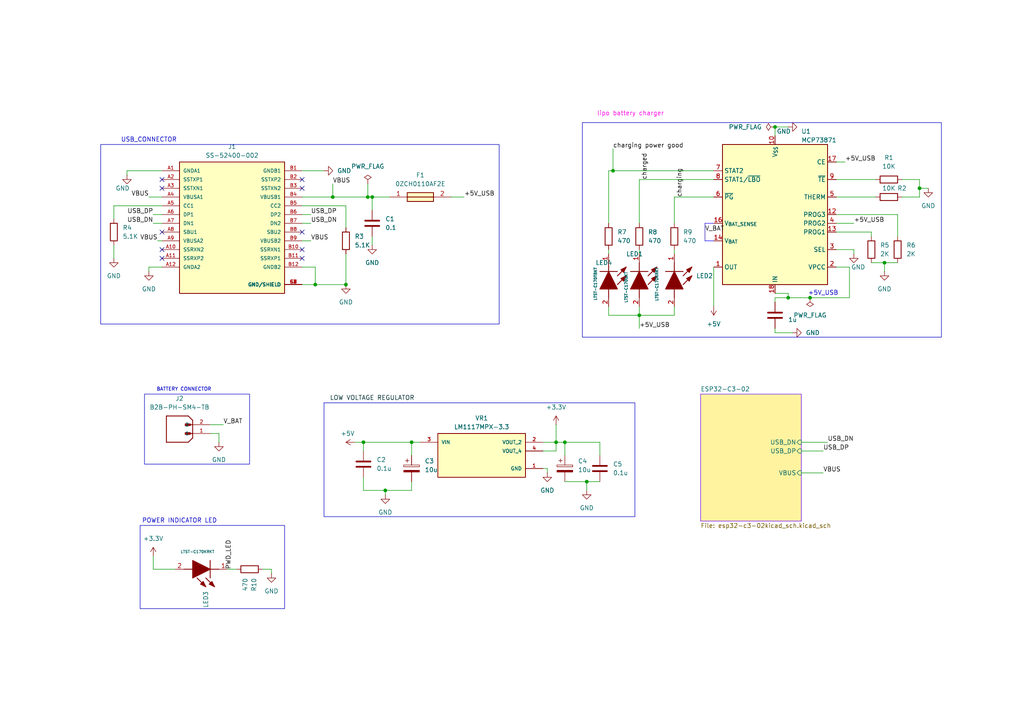
<source format=kicad_sch>
(kicad_sch
	(version 20231120)
	(generator "eeschema")
	(generator_version "8.0")
	(uuid "7b42ef52-21d3-400c-af80-ea172d13dcff")
	(paper "A4")
	(lib_symbols
		(symbol "0ZCH0110AF2E:0ZCH0110AF2E"
			(pin_names hide)
			(exclude_from_sim no)
			(in_bom yes)
			(on_board yes)
			(property "Reference" "F"
				(at 13.97 6.35 0)
				(effects
					(font
						(size 1.27 1.27)
					)
					(justify left top)
				)
			)
			(property "Value" "0ZCH0110AF2E"
				(at 13.97 3.81 0)
				(effects
					(font
						(size 1.27 1.27)
					)
					(justify left top)
				)
			)
			(property "Footprint" "FUSC3226X100N"
				(at 13.97 -96.19 0)
				(effects
					(font
						(size 1.27 1.27)
					)
					(justify left top)
					(hide yes)
				)
			)
			(property "Datasheet" "https://www.belfuse.com/resources/datasheets/circuitprotection/ds-cp-0zch-series.pdf"
				(at 13.97 -196.19 0)
				(effects
					(font
						(size 1.27 1.27)
					)
					(justify left top)
					(hide yes)
				)
			)
			(property "Description" "1210 SMT PPTC | 1.10 Ih | 16V"
				(at 0 0 0)
				(effects
					(font
						(size 1.27 1.27)
					)
					(hide yes)
				)
			)
			(property "Height" "1"
				(at 13.97 -396.19 0)
				(effects
					(font
						(size 1.27 1.27)
					)
					(justify left top)
					(hide yes)
				)
			)
			(property "Manufacturer_Name" "Bel Circuit Protection"
				(at 13.97 -496.19 0)
				(effects
					(font
						(size 1.27 1.27)
					)
					(justify left top)
					(hide yes)
				)
			)
			(property "Manufacturer_Part_Number" "0ZCH0110AF2E"
				(at 13.97 -596.19 0)
				(effects
					(font
						(size 1.27 1.27)
					)
					(justify left top)
					(hide yes)
				)
			)
			(property "Mouser Part Number" ""
				(at 13.97 -696.19 0)
				(effects
					(font
						(size 1.27 1.27)
					)
					(justify left top)
					(hide yes)
				)
			)
			(property "Mouser Price/Stock" ""
				(at 13.97 -796.19 0)
				(effects
					(font
						(size 1.27 1.27)
					)
					(justify left top)
					(hide yes)
				)
			)
			(property "Arrow Part Number" ""
				(at 13.97 -896.19 0)
				(effects
					(font
						(size 1.27 1.27)
					)
					(justify left top)
					(hide yes)
				)
			)
			(property "Arrow Price/Stock" ""
				(at 13.97 -996.19 0)
				(effects
					(font
						(size 1.27 1.27)
					)
					(justify left top)
					(hide yes)
				)
			)
			(symbol "0ZCH0110AF2E_1_1"
				(polyline
					(pts
						(xy 5.08 0) (xy 12.7 0)
					)
					(stroke
						(width 0.254)
						(type default)
					)
					(fill
						(type none)
					)
				)
				(rectangle
					(start 5.08 1.27)
					(end 12.7 -1.27)
					(stroke
						(width 0.254)
						(type default)
					)
					(fill
						(type background)
					)
				)
				(pin passive line
					(at 0 0 0)
					(length 5.08)
					(name "1"
						(effects
							(font
								(size 1.27 1.27)
							)
						)
					)
					(number "1"
						(effects
							(font
								(size 1.27 1.27)
							)
						)
					)
				)
				(pin passive line
					(at 17.78 0 180)
					(length 5.08)
					(name "2"
						(effects
							(font
								(size 1.27 1.27)
							)
						)
					)
					(number "2"
						(effects
							(font
								(size 1.27 1.27)
							)
						)
					)
				)
			)
		)
		(symbol "B2B-PH-SM4-TB:B2B-PH-SM4-TB"
			(pin_names
				(offset 1.016)
			)
			(exclude_from_sim no)
			(in_bom yes)
			(on_board yes)
			(property "Reference" "J"
				(at 0 6.35 0)
				(effects
					(font
						(size 1.27 1.27)
					)
					(justify left bottom)
				)
			)
			(property "Value" "B2B-PH-SM4-TB"
				(at 0 -5.08 0)
				(effects
					(font
						(size 1.27 1.27)
					)
					(justify left bottom)
				)
			)
			(property "Footprint" "B2B-PH-SM4-TB:JST_B2B-PH-SM4-TB"
				(at 0 0 0)
				(effects
					(font
						(size 1.27 1.27)
					)
					(justify bottom)
					(hide yes)
				)
			)
			(property "Datasheet" ""
				(at 0 0 0)
				(effects
					(font
						(size 1.27 1.27)
					)
					(hide yes)
				)
			)
			(property "Description" ""
				(at 0 0 0)
				(effects
					(font
						(size 1.27 1.27)
					)
					(hide yes)
				)
			)
			(property "MF" "JST"
				(at 0 0 0)
				(effects
					(font
						(size 1.27 1.27)
					)
					(justify bottom)
					(hide yes)
				)
			)
			(property "MAXIMUM_PACKAGE_HEIGHT" "6.6 mm"
				(at 0 0 0)
				(effects
					(font
						(size 1.27 1.27)
					)
					(justify bottom)
					(hide yes)
				)
			)
			(property "Package" "NON STANDARD-2 JST"
				(at 0 0 0)
				(effects
					(font
						(size 1.27 1.27)
					)
					(justify bottom)
					(hide yes)
				)
			)
			(property "Price" "None"
				(at 0 0 0)
				(effects
					(font
						(size 1.27 1.27)
					)
					(justify bottom)
					(hide yes)
				)
			)
			(property "Check_prices" "https://www.snapeda.com/parts/B2B-PH-SM4-TB/JST/view-part/?ref=eda"
				(at 0 0 0)
				(effects
					(font
						(size 1.27 1.27)
					)
					(justify bottom)
					(hide yes)
				)
			)
			(property "STANDARD" "Manufacturer Recommendations"
				(at 0 0 0)
				(effects
					(font
						(size 1.27 1.27)
					)
					(justify bottom)
					(hide yes)
				)
			)
			(property "PARTREV" "N/A"
				(at 0 0 0)
				(effects
					(font
						(size 1.27 1.27)
					)
					(justify bottom)
					(hide yes)
				)
			)
			(property "SnapEDA_Link" "https://www.snapeda.com/parts/B2B-PH-SM4-TB/JST/view-part/?ref=snap"
				(at 0 0 0)
				(effects
					(font
						(size 1.27 1.27)
					)
					(justify bottom)
					(hide yes)
				)
			)
			(property "MP" "B2B-PH-SM4-TB"
				(at 0 0 0)
				(effects
					(font
						(size 1.27 1.27)
					)
					(justify bottom)
					(hide yes)
				)
			)
			(property "Description_1" "\n                        \n                            Connector Header Surface Mount 2 position 0.079 (2.00mm)\n                        \n"
				(at 0 0 0)
				(effects
					(font
						(size 1.27 1.27)
					)
					(justify bottom)
					(hide yes)
				)
			)
			(property "Availability" "In Stock"
				(at 0 0 0)
				(effects
					(font
						(size 1.27 1.27)
					)
					(justify bottom)
					(hide yes)
				)
			)
			(property "MANUFACTURER" "JST"
				(at 0 0 0)
				(effects
					(font
						(size 1.27 1.27)
					)
					(justify bottom)
					(hide yes)
				)
			)
			(symbol "B2B-PH-SM4-TB_0_0"
				(polyline
					(pts
						(xy 0 -1.27) (xy 1.27 -2.54)
					)
					(stroke
						(width 0.254)
						(type default)
					)
					(fill
						(type none)
					)
				)
				(polyline
					(pts
						(xy 0 0) (xy 1.905 0)
					)
					(stroke
						(width 0.254)
						(type default)
					)
					(fill
						(type none)
					)
				)
				(polyline
					(pts
						(xy 0 2.54) (xy 0 -1.27)
					)
					(stroke
						(width 0.254)
						(type default)
					)
					(fill
						(type none)
					)
				)
				(polyline
					(pts
						(xy 0 2.54) (xy 1.905 2.54)
					)
					(stroke
						(width 0.254)
						(type default)
					)
					(fill
						(type none)
					)
				)
				(polyline
					(pts
						(xy 0 3.81) (xy 0 2.54)
					)
					(stroke
						(width 0.254)
						(type default)
					)
					(fill
						(type none)
					)
				)
				(polyline
					(pts
						(xy 0 3.81) (xy 1.27 5.08)
					)
					(stroke
						(width 0.254)
						(type default)
					)
					(fill
						(type none)
					)
				)
				(polyline
					(pts
						(xy 1.27 -2.54) (xy 7.62 -2.54)
					)
					(stroke
						(width 0.254)
						(type default)
					)
					(fill
						(type none)
					)
				)
				(polyline
					(pts
						(xy 7.62 -2.54) (xy 7.62 5.08)
					)
					(stroke
						(width 0.254)
						(type default)
					)
					(fill
						(type none)
					)
				)
				(polyline
					(pts
						(xy 7.62 5.08) (xy 1.27 5.08)
					)
					(stroke
						(width 0.254)
						(type default)
					)
					(fill
						(type none)
					)
				)
				(rectangle
					(start 0.635 -0.3175)
					(end 2.2225 0.3175)
					(stroke
						(width 0.1)
						(type default)
					)
					(fill
						(type outline)
					)
				)
				(rectangle
					(start 0.635 2.2225)
					(end 2.2225 2.8575)
					(stroke
						(width 0.1)
						(type default)
					)
					(fill
						(type outline)
					)
				)
				(pin passive line
					(at -5.08 2.54 0)
					(length 5.08)
					(name "1"
						(effects
							(font
								(size 1.016 1.016)
							)
						)
					)
					(number "1"
						(effects
							(font
								(size 1.016 1.016)
							)
						)
					)
				)
				(pin passive line
					(at -5.08 0 0)
					(length 5.08)
					(name "2"
						(effects
							(font
								(size 1.016 1.016)
							)
						)
					)
					(number "2"
						(effects
							(font
								(size 1.016 1.016)
							)
						)
					)
				)
			)
		)
		(symbol "Battery_Management:MCP73871"
			(exclude_from_sim no)
			(in_bom yes)
			(on_board yes)
			(property "Reference" "U"
				(at -7.62 24.13 0)
				(effects
					(font
						(size 1.27 1.27)
					)
					(justify left)
				)
			)
			(property "Value" "MCP73871"
				(at -15.24 21.59 0)
				(effects
					(font
						(size 1.27 1.27)
					)
					(justify left)
				)
			)
			(property "Footprint" "Package_DFN_QFN:QFN-20-1EP_4x4mm_P0.5mm_EP2.5x2.5mm"
				(at 5.08 -22.86 0)
				(effects
					(font
						(size 1.27 1.27)
						(italic yes)
					)
					(justify left)
					(hide yes)
				)
			)
			(property "Datasheet" "http://www.mouser.com/ds/2/268/22090a-52174.pdf"
				(at -3.81 13.97 0)
				(effects
					(font
						(size 1.27 1.27)
					)
					(hide yes)
				)
			)
			(property "Description" "Single cell, Li-Ion/Li-Po charge management controller"
				(at 0 0 0)
				(effects
					(font
						(size 1.27 1.27)
					)
					(hide yes)
				)
			)
			(property "ki_keywords" "battery charger lithium"
				(at 0 0 0)
				(effects
					(font
						(size 1.27 1.27)
					)
					(hide yes)
				)
			)
			(property "ki_fp_filters" "QFN*4x4mm*P0.5mm*"
				(at 0 0 0)
				(effects
					(font
						(size 1.27 1.27)
					)
					(hide yes)
				)
			)
			(symbol "MCP73871_0_1"
				(rectangle
					(start -15.24 20.32)
					(end 15.24 -20.32)
					(stroke
						(width 0.254)
						(type default)
					)
					(fill
						(type background)
					)
				)
			)
			(symbol "MCP73871_1_1"
				(pin power_out line
					(at 17.78 15.24 180)
					(length 2.54)
					(name "OUT"
						(effects
							(font
								(size 1.27 1.27)
							)
						)
					)
					(number "1"
						(effects
							(font
								(size 1.27 1.27)
							)
						)
					)
				)
				(pin power_in line
					(at 0 -22.86 90)
					(length 2.54)
					(name "V_{SS}"
						(effects
							(font
								(size 1.27 1.27)
							)
						)
					)
					(number "10"
						(effects
							(font
								(size 1.27 1.27)
							)
						)
					)
				)
				(pin passive line
					(at 0 -22.86 90)
					(length 2.54) hide
					(name "V_{SS}"
						(effects
							(font
								(size 1.27 1.27)
							)
						)
					)
					(number "11"
						(effects
							(font
								(size 1.27 1.27)
							)
						)
					)
				)
				(pin bidirectional line
					(at -17.78 0 0)
					(length 2.54)
					(name "PROG3"
						(effects
							(font
								(size 1.27 1.27)
							)
						)
					)
					(number "12"
						(effects
							(font
								(size 1.27 1.27)
							)
						)
					)
				)
				(pin bidirectional line
					(at -17.78 5.08 0)
					(length 2.54)
					(name "PROG1"
						(effects
							(font
								(size 1.27 1.27)
							)
						)
					)
					(number "13"
						(effects
							(font
								(size 1.27 1.27)
							)
						)
					)
				)
				(pin power_out line
					(at 17.78 7.62 180)
					(length 2.54)
					(name "V_{BAT}"
						(effects
							(font
								(size 1.27 1.27)
							)
						)
					)
					(number "14"
						(effects
							(font
								(size 1.27 1.27)
							)
						)
					)
				)
				(pin passive line
					(at 17.78 7.62 180)
					(length 2.54) hide
					(name "V_{BAT}"
						(effects
							(font
								(size 1.27 1.27)
							)
						)
					)
					(number "15"
						(effects
							(font
								(size 1.27 1.27)
							)
						)
					)
				)
				(pin input line
					(at 17.78 2.54 180)
					(length 2.54)
					(name "V_{BAT_SENSE}"
						(effects
							(font
								(size 1.27 1.27)
							)
						)
					)
					(number "16"
						(effects
							(font
								(size 1.27 1.27)
							)
						)
					)
				)
				(pin input line
					(at -17.78 -15.24 0)
					(length 2.54)
					(name "CE"
						(effects
							(font
								(size 1.27 1.27)
							)
						)
					)
					(number "17"
						(effects
							(font
								(size 1.27 1.27)
							)
						)
					)
				)
				(pin power_in line
					(at 0 22.86 270)
					(length 2.54)
					(name "IN"
						(effects
							(font
								(size 1.27 1.27)
							)
						)
					)
					(number "18"
						(effects
							(font
								(size 1.27 1.27)
							)
						)
					)
				)
				(pin passive line
					(at 0 22.86 270)
					(length 2.54) hide
					(name "IN"
						(effects
							(font
								(size 1.27 1.27)
							)
						)
					)
					(number "19"
						(effects
							(font
								(size 1.27 1.27)
							)
						)
					)
				)
				(pin input line
					(at -17.78 15.24 0)
					(length 2.54)
					(name "VPCC"
						(effects
							(font
								(size 1.27 1.27)
							)
						)
					)
					(number "2"
						(effects
							(font
								(size 1.27 1.27)
							)
						)
					)
				)
				(pin passive line
					(at 17.78 15.24 180)
					(length 2.54) hide
					(name "OUT"
						(effects
							(font
								(size 1.27 1.27)
							)
						)
					)
					(number "20"
						(effects
							(font
								(size 1.27 1.27)
							)
						)
					)
				)
				(pin passive line
					(at 0 -22.86 90)
					(length 2.54) hide
					(name "V_{SS}"
						(effects
							(font
								(size 1.27 1.27)
							)
						)
					)
					(number "21"
						(effects
							(font
								(size 1.27 1.27)
							)
						)
					)
				)
				(pin input line
					(at -17.78 10.16 0)
					(length 2.54)
					(name "SEL"
						(effects
							(font
								(size 1.27 1.27)
							)
						)
					)
					(number "3"
						(effects
							(font
								(size 1.27 1.27)
							)
						)
					)
				)
				(pin input line
					(at -17.78 2.54 0)
					(length 2.54)
					(name "PROG2"
						(effects
							(font
								(size 1.27 1.27)
							)
						)
					)
					(number "4"
						(effects
							(font
								(size 1.27 1.27)
							)
						)
					)
				)
				(pin bidirectional line
					(at -17.78 -5.08 0)
					(length 2.54)
					(name "THERM"
						(effects
							(font
								(size 1.27 1.27)
							)
						)
					)
					(number "5"
						(effects
							(font
								(size 1.27 1.27)
							)
						)
					)
				)
				(pin open_collector line
					(at 17.78 -5.08 180)
					(length 2.54)
					(name "~{PG}"
						(effects
							(font
								(size 1.27 1.27)
							)
						)
					)
					(number "6"
						(effects
							(font
								(size 1.27 1.27)
							)
						)
					)
				)
				(pin open_collector line
					(at 17.78 -12.7 180)
					(length 2.54)
					(name "STAT2"
						(effects
							(font
								(size 1.27 1.27)
							)
						)
					)
					(number "7"
						(effects
							(font
								(size 1.27 1.27)
							)
						)
					)
				)
				(pin open_collector line
					(at 17.78 -10.16 180)
					(length 2.54)
					(name "STAT1/~{LBO}"
						(effects
							(font
								(size 1.27 1.27)
							)
						)
					)
					(number "8"
						(effects
							(font
								(size 1.27 1.27)
							)
						)
					)
				)
				(pin input line
					(at -17.78 -10.16 0)
					(length 2.54)
					(name "~{TE}"
						(effects
							(font
								(size 1.27 1.27)
							)
						)
					)
					(number "9"
						(effects
							(font
								(size 1.27 1.27)
							)
						)
					)
				)
			)
		)
		(symbol "Device:C"
			(pin_numbers hide)
			(pin_names
				(offset 0.254)
			)
			(exclude_from_sim no)
			(in_bom yes)
			(on_board yes)
			(property "Reference" "C"
				(at 0.635 2.54 0)
				(effects
					(font
						(size 1.27 1.27)
					)
					(justify left)
				)
			)
			(property "Value" "C"
				(at 0.635 -2.54 0)
				(effects
					(font
						(size 1.27 1.27)
					)
					(justify left)
				)
			)
			(property "Footprint" ""
				(at 0.9652 -3.81 0)
				(effects
					(font
						(size 1.27 1.27)
					)
					(hide yes)
				)
			)
			(property "Datasheet" "~"
				(at 0 0 0)
				(effects
					(font
						(size 1.27 1.27)
					)
					(hide yes)
				)
			)
			(property "Description" "Unpolarized capacitor"
				(at 0 0 0)
				(effects
					(font
						(size 1.27 1.27)
					)
					(hide yes)
				)
			)
			(property "ki_keywords" "cap capacitor"
				(at 0 0 0)
				(effects
					(font
						(size 1.27 1.27)
					)
					(hide yes)
				)
			)
			(property "ki_fp_filters" "C_*"
				(at 0 0 0)
				(effects
					(font
						(size 1.27 1.27)
					)
					(hide yes)
				)
			)
			(symbol "C_0_1"
				(polyline
					(pts
						(xy -2.032 -0.762) (xy 2.032 -0.762)
					)
					(stroke
						(width 0.508)
						(type default)
					)
					(fill
						(type none)
					)
				)
				(polyline
					(pts
						(xy -2.032 0.762) (xy 2.032 0.762)
					)
					(stroke
						(width 0.508)
						(type default)
					)
					(fill
						(type none)
					)
				)
			)
			(symbol "C_1_1"
				(pin passive line
					(at 0 3.81 270)
					(length 2.794)
					(name "~"
						(effects
							(font
								(size 1.27 1.27)
							)
						)
					)
					(number "1"
						(effects
							(font
								(size 1.27 1.27)
							)
						)
					)
				)
				(pin passive line
					(at 0 -3.81 90)
					(length 2.794)
					(name "~"
						(effects
							(font
								(size 1.27 1.27)
							)
						)
					)
					(number "2"
						(effects
							(font
								(size 1.27 1.27)
							)
						)
					)
				)
			)
		)
		(symbol "Device:C_Polarized"
			(pin_numbers hide)
			(pin_names
				(offset 0.254)
			)
			(exclude_from_sim no)
			(in_bom yes)
			(on_board yes)
			(property "Reference" "C"
				(at 0.635 2.54 0)
				(effects
					(font
						(size 1.27 1.27)
					)
					(justify left)
				)
			)
			(property "Value" "C_Polarized"
				(at 0.635 -2.54 0)
				(effects
					(font
						(size 1.27 1.27)
					)
					(justify left)
				)
			)
			(property "Footprint" ""
				(at 0.9652 -3.81 0)
				(effects
					(font
						(size 1.27 1.27)
					)
					(hide yes)
				)
			)
			(property "Datasheet" "~"
				(at 0 0 0)
				(effects
					(font
						(size 1.27 1.27)
					)
					(hide yes)
				)
			)
			(property "Description" "Polarized capacitor"
				(at 0 0 0)
				(effects
					(font
						(size 1.27 1.27)
					)
					(hide yes)
				)
			)
			(property "ki_keywords" "cap capacitor"
				(at 0 0 0)
				(effects
					(font
						(size 1.27 1.27)
					)
					(hide yes)
				)
			)
			(property "ki_fp_filters" "CP_*"
				(at 0 0 0)
				(effects
					(font
						(size 1.27 1.27)
					)
					(hide yes)
				)
			)
			(symbol "C_Polarized_0_1"
				(rectangle
					(start -2.286 0.508)
					(end 2.286 1.016)
					(stroke
						(width 0)
						(type default)
					)
					(fill
						(type none)
					)
				)
				(polyline
					(pts
						(xy -1.778 2.286) (xy -0.762 2.286)
					)
					(stroke
						(width 0)
						(type default)
					)
					(fill
						(type none)
					)
				)
				(polyline
					(pts
						(xy -1.27 2.794) (xy -1.27 1.778)
					)
					(stroke
						(width 0)
						(type default)
					)
					(fill
						(type none)
					)
				)
				(rectangle
					(start 2.286 -0.508)
					(end -2.286 -1.016)
					(stroke
						(width 0)
						(type default)
					)
					(fill
						(type outline)
					)
				)
			)
			(symbol "C_Polarized_1_1"
				(pin passive line
					(at 0 3.81 270)
					(length 2.794)
					(name "~"
						(effects
							(font
								(size 1.27 1.27)
							)
						)
					)
					(number "1"
						(effects
							(font
								(size 1.27 1.27)
							)
						)
					)
				)
				(pin passive line
					(at 0 -3.81 90)
					(length 2.794)
					(name "~"
						(effects
							(font
								(size 1.27 1.27)
							)
						)
					)
					(number "2"
						(effects
							(font
								(size 1.27 1.27)
							)
						)
					)
				)
			)
		)
		(symbol "Device:R"
			(pin_numbers hide)
			(pin_names
				(offset 0)
			)
			(exclude_from_sim no)
			(in_bom yes)
			(on_board yes)
			(property "Reference" "R"
				(at 2.032 0 90)
				(effects
					(font
						(size 1.27 1.27)
					)
				)
			)
			(property "Value" "R"
				(at 0 0 90)
				(effects
					(font
						(size 1.27 1.27)
					)
				)
			)
			(property "Footprint" ""
				(at -1.778 0 90)
				(effects
					(font
						(size 1.27 1.27)
					)
					(hide yes)
				)
			)
			(property "Datasheet" "~"
				(at 0 0 0)
				(effects
					(font
						(size 1.27 1.27)
					)
					(hide yes)
				)
			)
			(property "Description" "Resistor"
				(at 0 0 0)
				(effects
					(font
						(size 1.27 1.27)
					)
					(hide yes)
				)
			)
			(property "ki_keywords" "R res resistor"
				(at 0 0 0)
				(effects
					(font
						(size 1.27 1.27)
					)
					(hide yes)
				)
			)
			(property "ki_fp_filters" "R_*"
				(at 0 0 0)
				(effects
					(font
						(size 1.27 1.27)
					)
					(hide yes)
				)
			)
			(symbol "R_0_1"
				(rectangle
					(start -1.016 -2.54)
					(end 1.016 2.54)
					(stroke
						(width 0.254)
						(type default)
					)
					(fill
						(type none)
					)
				)
			)
			(symbol "R_1_1"
				(pin passive line
					(at 0 3.81 270)
					(length 1.27)
					(name "~"
						(effects
							(font
								(size 1.27 1.27)
							)
						)
					)
					(number "1"
						(effects
							(font
								(size 1.27 1.27)
							)
						)
					)
				)
				(pin passive line
					(at 0 -3.81 90)
					(length 1.27)
					(name "~"
						(effects
							(font
								(size 1.27 1.27)
							)
						)
					)
					(number "2"
						(effects
							(font
								(size 1.27 1.27)
							)
						)
					)
				)
			)
		)
		(symbol "LM1117MPX-3.3:LM1117MPX-3.3"
			(pin_names
				(offset 1.016)
			)
			(exclude_from_sim no)
			(in_bom yes)
			(on_board yes)
			(property "Reference" "VR"
				(at -12.7 6.08 0)
				(effects
					(font
						(size 1.27 1.27)
					)
					(justify left bottom)
				)
			)
			(property "Value" "LM1117MPX-3.3"
				(at -12.7 -9.08 0)
				(effects
					(font
						(size 1.27 1.27)
					)
					(justify left top)
				)
			)
			(property "Footprint" "LM1117MPX-3.3:VREG_LM1117MPX-3.3"
				(at 0 0 0)
				(effects
					(font
						(size 1.27 1.27)
					)
					(justify bottom)
					(hide yes)
				)
			)
			(property "Datasheet" ""
				(at 0 0 0)
				(effects
					(font
						(size 1.27 1.27)
					)
					(hide yes)
				)
			)
			(property "Description" ""
				(at 0 0 0)
				(effects
					(font
						(size 1.27 1.27)
					)
					(hide yes)
				)
			)
			(property "MF" "Texas Instruments"
				(at 0 0 0)
				(effects
					(font
						(size 1.27 1.27)
					)
					(justify bottom)
					(hide yes)
				)
			)
			(property "MAXIMUM_PACKAGE_HEIGHT" "1.80 mm"
				(at 0 0 0)
				(effects
					(font
						(size 1.27 1.27)
					)
					(justify bottom)
					(hide yes)
				)
			)
			(property "Package" "SOT-223-4 Texas Instruments"
				(at 0 0 0)
				(effects
					(font
						(size 1.27 1.27)
					)
					(justify bottom)
					(hide yes)
				)
			)
			(property "Price" "None"
				(at 0 0 0)
				(effects
					(font
						(size 1.27 1.27)
					)
					(justify bottom)
					(hide yes)
				)
			)
			(property "Check_prices" "https://www.snapeda.com/parts/LM1117MPX-3.3/Texas+Instruments/view-part/?ref=eda"
				(at 0 0 0)
				(effects
					(font
						(size 1.27 1.27)
					)
					(justify bottom)
					(hide yes)
				)
			)
			(property "STANDARD" "IPC-7351B"
				(at 0 0 0)
				(effects
					(font
						(size 1.27 1.27)
					)
					(justify bottom)
					(hide yes)
				)
			)
			(property "PARTREV" "O"
				(at 0 0 0)
				(effects
					(font
						(size 1.27 1.27)
					)
					(justify bottom)
					(hide yes)
				)
			)
			(property "SnapEDA_Link" "https://www.snapeda.com/parts/LM1117MPX-3.3/Texas+Instruments/view-part/?ref=snap"
				(at 0 0 0)
				(effects
					(font
						(size 1.27 1.27)
					)
					(justify bottom)
					(hide yes)
				)
			)
			(property "MP" "LM1117MPX-3.3"
				(at 0 0 0)
				(effects
					(font
						(size 1.27 1.27)
					)
					(justify bottom)
					(hide yes)
				)
			)
			(property "Description_1" "\n                        \n                            800-mA 15-V linear voltage regulator\n                        \n"
				(at 0 0 0)
				(effects
					(font
						(size 1.27 1.27)
					)
					(justify bottom)
					(hide yes)
				)
			)
			(property "Availability" "In Stock"
				(at 0 0 0)
				(effects
					(font
						(size 1.27 1.27)
					)
					(justify bottom)
					(hide yes)
				)
			)
			(property "MANUFACTURER" "Texas Instruments"
				(at 0 0 0)
				(effects
					(font
						(size 1.27 1.27)
					)
					(justify bottom)
					(hide yes)
				)
			)
			(symbol "LM1117MPX-3.3_0_0"
				(rectangle
					(start -12.7 -7.62)
					(end 12.7 5.08)
					(stroke
						(width 0.254)
						(type default)
					)
					(fill
						(type background)
					)
				)
				(pin power_in line
					(at 17.78 -5.08 180)
					(length 5.08)
					(name "GND"
						(effects
							(font
								(size 1.016 1.016)
							)
						)
					)
					(number "1"
						(effects
							(font
								(size 1.016 1.016)
							)
						)
					)
				)
				(pin output line
					(at 17.78 2.54 180)
					(length 5.08)
					(name "VOUT_2"
						(effects
							(font
								(size 1.016 1.016)
							)
						)
					)
					(number "2"
						(effects
							(font
								(size 1.016 1.016)
							)
						)
					)
				)
				(pin input line
					(at -17.78 2.54 0)
					(length 5.08)
					(name "VIN"
						(effects
							(font
								(size 1.016 1.016)
							)
						)
					)
					(number "3"
						(effects
							(font
								(size 1.016 1.016)
							)
						)
					)
				)
				(pin output line
					(at 17.78 0 180)
					(length 5.08)
					(name "VOUT_4"
						(effects
							(font
								(size 1.016 1.016)
							)
						)
					)
					(number "4"
						(effects
							(font
								(size 1.016 1.016)
							)
						)
					)
				)
			)
		)
		(symbol "LTST-C170GKT:LTST-C170GKT"
			(pin_names hide)
			(exclude_from_sim no)
			(in_bom yes)
			(on_board yes)
			(property "Reference" "LED"
				(at 12.7 8.89 0)
				(effects
					(font
						(size 1.27 1.27)
					)
					(justify left bottom)
				)
			)
			(property "Value" "LTST-C170GKT"
				(at 12.7 6.35 0)
				(effects
					(font
						(size 1.27 1.27)
					)
					(justify left bottom)
				)
			)
			(property "Footprint" "LEDC2012X120N"
				(at 12.7 -93.65 0)
				(effects
					(font
						(size 1.27 1.27)
					)
					(justify left bottom)
					(hide yes)
				)
			)
			(property "Datasheet" "https://mm.digikey.com/Volume0/opasdata/d220001/medias/docus/895/LTST-C170GKT.pdf"
				(at 12.7 -193.65 0)
				(effects
					(font
						(size 1.27 1.27)
					)
					(justify left bottom)
					(hide yes)
				)
			)
			(property "Description" "LED,SMD,0805,Green,6mcd,130deg Lite-On LTST-C170GKT, CHIPLED 0805 Series Green LED, 569 nm 2012 (0805), Rectangle Lens SMD package"
				(at 0 0 0)
				(effects
					(font
						(size 1.27 1.27)
					)
					(hide yes)
				)
			)
			(property "Height" "1.2"
				(at 12.7 -393.65 0)
				(effects
					(font
						(size 1.27 1.27)
					)
					(justify left bottom)
					(hide yes)
				)
			)
			(property "Manufacturer_Name" "Lite-On"
				(at 12.7 -493.65 0)
				(effects
					(font
						(size 1.27 1.27)
					)
					(justify left bottom)
					(hide yes)
				)
			)
			(property "Manufacturer_Part_Number" "LTST-C170GKT"
				(at 12.7 -593.65 0)
				(effects
					(font
						(size 1.27 1.27)
					)
					(justify left bottom)
					(hide yes)
				)
			)
			(property "Mouser Part Number" "859-LTST-C170GKT"
				(at 12.7 -693.65 0)
				(effects
					(font
						(size 1.27 1.27)
					)
					(justify left bottom)
					(hide yes)
				)
			)
			(property "Mouser Price/Stock" "https://www.mouser.co.uk/ProductDetail/LITEON/LTST-C170GKT?qs=%2FSqKn2EfXQSV5aRij3YIfQ%3D%3D"
				(at 12.7 -793.65 0)
				(effects
					(font
						(size 1.27 1.27)
					)
					(justify left bottom)
					(hide yes)
				)
			)
			(property "Arrow Part Number" "LTST-C170GKT"
				(at 12.7 -893.65 0)
				(effects
					(font
						(size 1.27 1.27)
					)
					(justify left bottom)
					(hide yes)
				)
			)
			(property "Arrow Price/Stock" "https://www.arrow.com/en/products/ltst-c170gkt/lite-on-technology?utm_currency=USD&region=nac"
				(at 12.7 -993.65 0)
				(effects
					(font
						(size 1.27 1.27)
					)
					(justify left bottom)
					(hide yes)
				)
			)
			(symbol "LTST-C170GKT_1_1"
				(polyline
					(pts
						(xy 2.54 0) (xy 5.08 0)
					)
					(stroke
						(width 0.254)
						(type default)
					)
					(fill
						(type none)
					)
				)
				(polyline
					(pts
						(xy 5.08 2.54) (xy 5.08 -2.54)
					)
					(stroke
						(width 0.254)
						(type default)
					)
					(fill
						(type none)
					)
				)
				(polyline
					(pts
						(xy 6.35 2.54) (xy 3.81 5.08)
					)
					(stroke
						(width 0.254)
						(type default)
					)
					(fill
						(type none)
					)
				)
				(polyline
					(pts
						(xy 8.89 2.54) (xy 6.35 5.08)
					)
					(stroke
						(width 0.254)
						(type default)
					)
					(fill
						(type none)
					)
				)
				(polyline
					(pts
						(xy 10.16 0) (xy 12.7 0)
					)
					(stroke
						(width 0.254)
						(type default)
					)
					(fill
						(type none)
					)
				)
				(polyline
					(pts
						(xy 5.08 0) (xy 10.16 2.54) (xy 10.16 -2.54) (xy 5.08 0)
					)
					(stroke
						(width 0.254)
						(type default)
					)
					(fill
						(type outline)
					)
				)
				(polyline
					(pts
						(xy 5.334 4.318) (xy 4.572 3.556) (xy 3.81 5.08) (xy 5.334 4.318)
					)
					(stroke
						(width 0.254)
						(type default)
					)
					(fill
						(type outline)
					)
				)
				(polyline
					(pts
						(xy 7.874 4.318) (xy 7.112 3.556) (xy 6.35 5.08) (xy 7.874 4.318)
					)
					(stroke
						(width 0.254)
						(type default)
					)
					(fill
						(type outline)
					)
				)
				(pin passive line
					(at 0 0 0)
					(length 2.54)
					(name "K"
						(effects
							(font
								(size 1.27 1.27)
							)
						)
					)
					(number "1"
						(effects
							(font
								(size 1.27 1.27)
							)
						)
					)
				)
				(pin passive line
					(at 15.24 0 180)
					(length 2.54)
					(name "A"
						(effects
							(font
								(size 1.27 1.27)
							)
						)
					)
					(number "2"
						(effects
							(font
								(size 1.27 1.27)
							)
						)
					)
				)
			)
		)
		(symbol "LTST-C170KRKT_1"
			(pin_names hide)
			(exclude_from_sim no)
			(in_bom yes)
			(on_board yes)
			(property "Reference" "LED"
				(at 12.7 8.89 0)
				(effects
					(font
						(size 1.27 1.27)
					)
					(justify left bottom)
				)
			)
			(property "Value" "LTST-C170KRKT"
				(at 12.7 6.35 0)
				(effects
					(font
						(size 1.27 1.27)
					)
					(justify left bottom)
				)
			)
			(property "Footprint" "LEDC2012X120N"
				(at 12.7 -93.65 0)
				(effects
					(font
						(size 1.27 1.27)
					)
					(justify left bottom)
					(hide yes)
				)
			)
			(property "Datasheet" "https://componentsearchengine.com/Datasheets/1/LTST-C170KRKT.pdf"
				(at 12.7 -193.65 0)
				(effects
					(font
						(size 1.27 1.27)
					)
					(justify left bottom)
					(hide yes)
				)
			)
			(property "Description" "Standard LEDs - SMD Red Clear 631nm"
				(at 0 0 0)
				(effects
					(font
						(size 1.27 1.27)
					)
					(hide yes)
				)
			)
			(property "Height" "1.2"
				(at 12.7 -393.65 0)
				(effects
					(font
						(size 1.27 1.27)
					)
					(justify left bottom)
					(hide yes)
				)
			)
			(property "Manufacturer_Name" "Lite-On"
				(at 12.7 -493.65 0)
				(effects
					(font
						(size 1.27 1.27)
					)
					(justify left bottom)
					(hide yes)
				)
			)
			(property "Manufacturer_Part_Number" "LTST-C170KRKT"
				(at 12.7 -593.65 0)
				(effects
					(font
						(size 1.27 1.27)
					)
					(justify left bottom)
					(hide yes)
				)
			)
			(property "Mouser Part Number" "859-LTST-C170KRKT"
				(at 12.7 -693.65 0)
				(effects
					(font
						(size 1.27 1.27)
					)
					(justify left bottom)
					(hide yes)
				)
			)
			(property "Mouser Price/Stock" "https://www.mouser.co.uk/ProductDetail/LITEON/LTST-C170KRKT?qs=NUb82WqeCyrVOID%2Fxt4rgA%3D%3D"
				(at 12.7 -793.65 0)
				(effects
					(font
						(size 1.27 1.27)
					)
					(justify left bottom)
					(hide yes)
				)
			)
			(property "Arrow Part Number" "LTST-C170KRKT"
				(at 12.7 -893.65 0)
				(effects
					(font
						(size 1.27 1.27)
					)
					(justify left bottom)
					(hide yes)
				)
			)
			(property "Arrow Price/Stock" "https://www.arrow.com/en/products/ltst-c170krkt/lite-on-technology?utm_currency=USD&region=nac"
				(at 12.7 -993.65 0)
				(effects
					(font
						(size 1.27 1.27)
					)
					(justify left bottom)
					(hide yes)
				)
			)
			(symbol "LTST-C170KRKT_1_1_1"
				(polyline
					(pts
						(xy 2.54 0) (xy 5.08 0)
					)
					(stroke
						(width 0.254)
						(type default)
					)
					(fill
						(type none)
					)
				)
				(polyline
					(pts
						(xy 5.08 2.54) (xy 5.08 -2.54)
					)
					(stroke
						(width 0.254)
						(type default)
					)
					(fill
						(type none)
					)
				)
				(polyline
					(pts
						(xy 6.35 2.54) (xy 3.81 5.08)
					)
					(stroke
						(width 0.254)
						(type default)
					)
					(fill
						(type none)
					)
				)
				(polyline
					(pts
						(xy 8.89 2.54) (xy 6.35 5.08)
					)
					(stroke
						(width 0.254)
						(type default)
					)
					(fill
						(type none)
					)
				)
				(polyline
					(pts
						(xy 10.16 0) (xy 12.7 0)
					)
					(stroke
						(width 0.254)
						(type default)
					)
					(fill
						(type none)
					)
				)
				(polyline
					(pts
						(xy 5.08 0) (xy 10.16 2.54) (xy 10.16 -2.54) (xy 5.08 0)
					)
					(stroke
						(width 0.254)
						(type default)
					)
					(fill
						(type outline)
					)
				)
				(polyline
					(pts
						(xy 5.334 4.318) (xy 4.572 3.556) (xy 3.81 5.08) (xy 5.334 4.318)
					)
					(stroke
						(width 0.254)
						(type default)
					)
					(fill
						(type outline)
					)
				)
				(polyline
					(pts
						(xy 7.874 4.318) (xy 7.112 3.556) (xy 6.35 5.08) (xy 7.874 4.318)
					)
					(stroke
						(width 0.254)
						(type default)
					)
					(fill
						(type outline)
					)
				)
				(pin passive line
					(at 0 0 0)
					(length 2.54)
					(name "K"
						(effects
							(font
								(size 1.27 1.27)
							)
						)
					)
					(number "1"
						(effects
							(font
								(size 1.27 1.27)
							)
						)
					)
				)
				(pin passive line
					(at 15.24 0 180)
					(length 2.54)
					(name "A"
						(effects
							(font
								(size 1.27 1.27)
							)
						)
					)
					(number "2"
						(effects
							(font
								(size 1.27 1.27)
							)
						)
					)
				)
			)
		)
		(symbol "LTST-C170TBKT:LTST-C170TBKT"
			(pin_names hide)
			(exclude_from_sim no)
			(in_bom yes)
			(on_board yes)
			(property "Reference" "LED"
				(at 12.7 8.89 0)
				(effects
					(font
						(size 1.27 1.27)
					)
					(justify left bottom)
				)
			)
			(property "Value" "LTST-C170TBKT"
				(at 12.7 6.35 0)
				(effects
					(font
						(size 1.27 1.27)
					)
					(justify left bottom)
				)
			)
			(property "Footprint" "LEDC2012X120N"
				(at 12.7 -93.65 0)
				(effects
					(font
						(size 1.27 1.27)
					)
					(justify left bottom)
					(hide yes)
				)
			)
			(property "Datasheet" "https://componentsearchengine.com/Datasheets/1/LTST-C170TBKT.pdf"
				(at 12.7 -193.65 0)
				(effects
					(font
						(size 1.27 1.27)
					)
					(justify left bottom)
					(hide yes)
				)
			)
			(property "Description" "LED,SMD,0805,Blue,28mcd,130deg"
				(at 0 0 0)
				(effects
					(font
						(size 1.27 1.27)
					)
					(hide yes)
				)
			)
			(property "Height" "1.2"
				(at 12.7 -393.65 0)
				(effects
					(font
						(size 1.27 1.27)
					)
					(justify left bottom)
					(hide yes)
				)
			)
			(property "Manufacturer_Name" "Lite-On"
				(at 12.7 -493.65 0)
				(effects
					(font
						(size 1.27 1.27)
					)
					(justify left bottom)
					(hide yes)
				)
			)
			(property "Manufacturer_Part_Number" "LTST-C170TBKT"
				(at 12.7 -593.65 0)
				(effects
					(font
						(size 1.27 1.27)
					)
					(justify left bottom)
					(hide yes)
				)
			)
			(property "Mouser Part Number" "859-LTST-C170TBKT"
				(at 12.7 -693.65 0)
				(effects
					(font
						(size 1.27 1.27)
					)
					(justify left bottom)
					(hide yes)
				)
			)
			(property "Mouser Price/Stock" "https://www.mouser.co.uk/ProductDetail/Lite-On/LTST-C170TBKT?qs=0uL0gcxEMop2ooGmIUzw3A%3D%3D"
				(at 12.7 -793.65 0)
				(effects
					(font
						(size 1.27 1.27)
					)
					(justify left bottom)
					(hide yes)
				)
			)
			(property "Arrow Part Number" "LTST-C170TBKT"
				(at 12.7 -893.65 0)
				(effects
					(font
						(size 1.27 1.27)
					)
					(justify left bottom)
					(hide yes)
				)
			)
			(property "Arrow Price/Stock" "https://www.arrow.com/en/products/ltst-c170tbkt/lite-on-technology?utm_currency=USD&region=nac"
				(at 12.7 -993.65 0)
				(effects
					(font
						(size 1.27 1.27)
					)
					(justify left bottom)
					(hide yes)
				)
			)
			(symbol "LTST-C170TBKT_1_1"
				(polyline
					(pts
						(xy 2.54 0) (xy 5.08 0)
					)
					(stroke
						(width 0.254)
						(type default)
					)
					(fill
						(type none)
					)
				)
				(polyline
					(pts
						(xy 5.08 2.54) (xy 5.08 -2.54)
					)
					(stroke
						(width 0.254)
						(type default)
					)
					(fill
						(type none)
					)
				)
				(polyline
					(pts
						(xy 6.35 2.54) (xy 3.81 5.08)
					)
					(stroke
						(width 0.254)
						(type default)
					)
					(fill
						(type none)
					)
				)
				(polyline
					(pts
						(xy 8.89 2.54) (xy 6.35 5.08)
					)
					(stroke
						(width 0.254)
						(type default)
					)
					(fill
						(type none)
					)
				)
				(polyline
					(pts
						(xy 10.16 0) (xy 12.7 0)
					)
					(stroke
						(width 0.254)
						(type default)
					)
					(fill
						(type none)
					)
				)
				(polyline
					(pts
						(xy 5.08 0) (xy 10.16 2.54) (xy 10.16 -2.54) (xy 5.08 0)
					)
					(stroke
						(width 0.254)
						(type default)
					)
					(fill
						(type outline)
					)
				)
				(polyline
					(pts
						(xy 5.334 4.318) (xy 4.572 3.556) (xy 3.81 5.08) (xy 5.334 4.318)
					)
					(stroke
						(width 0.254)
						(type default)
					)
					(fill
						(type outline)
					)
				)
				(polyline
					(pts
						(xy 7.874 4.318) (xy 7.112 3.556) (xy 6.35 5.08) (xy 7.874 4.318)
					)
					(stroke
						(width 0.254)
						(type default)
					)
					(fill
						(type outline)
					)
				)
				(pin passive line
					(at 0 0 0)
					(length 2.54)
					(name "K"
						(effects
							(font
								(size 1.27 1.27)
							)
						)
					)
					(number "1"
						(effects
							(font
								(size 1.27 1.27)
							)
						)
					)
				)
				(pin passive line
					(at 15.24 0 180)
					(length 2.54)
					(name "A"
						(effects
							(font
								(size 1.27 1.27)
							)
						)
					)
					(number "2"
						(effects
							(font
								(size 1.27 1.27)
							)
						)
					)
				)
			)
		)
		(symbol "SS-52400-002:SS-52400-002"
			(pin_names
				(offset 1.016)
			)
			(exclude_from_sim no)
			(in_bom yes)
			(on_board yes)
			(property "Reference" "J"
				(at -15.24 19.05 0)
				(effects
					(font
						(size 1.27 1.27)
					)
					(justify left bottom)
				)
			)
			(property "Value" "SS-52400-002"
				(at -15.24 -22.86 0)
				(effects
					(font
						(size 1.27 1.27)
					)
					(justify left bottom)
				)
			)
			(property "Footprint" "SS-52400-002:BELFUSE_SS-52400-002"
				(at 0 0 0)
				(effects
					(font
						(size 1.27 1.27)
					)
					(justify bottom)
					(hide yes)
				)
			)
			(property "Datasheet" ""
				(at 0 0 0)
				(effects
					(font
						(size 1.27 1.27)
					)
					(hide yes)
				)
			)
			(property "Description" ""
				(at 0 0 0)
				(effects
					(font
						(size 1.27 1.27)
					)
					(hide yes)
				)
			)
			(property "MF" "Stewart Connector"
				(at 0 0 0)
				(effects
					(font
						(size 1.27 1.27)
					)
					(justify bottom)
					(hide yes)
				)
			)
			(property "MAXIMUM_PACKAGE_HEIGHT" "2.96 mm"
				(at 0 0 0)
				(effects
					(font
						(size 1.27 1.27)
					)
					(justify bottom)
					(hide yes)
				)
			)
			(property "Package" "None"
				(at 0 0 0)
				(effects
					(font
						(size 1.27 1.27)
					)
					(justify bottom)
					(hide yes)
				)
			)
			(property "Price" "None"
				(at 0 0 0)
				(effects
					(font
						(size 1.27 1.27)
					)
					(justify bottom)
					(hide yes)
				)
			)
			(property "Check_prices" "https://www.snapeda.com/parts/SS-52400-002/Stewart+Connector/view-part/?ref=eda"
				(at 0 0 0)
				(effects
					(font
						(size 1.27 1.27)
					)
					(justify bottom)
					(hide yes)
				)
			)
			(property "STANDARD" "Manufacturer Recommendations"
				(at 0 0 0)
				(effects
					(font
						(size 1.27 1.27)
					)
					(justify bottom)
					(hide yes)
				)
			)
			(property "PARTREV" "A0"
				(at 0 0 0)
				(effects
					(font
						(size 1.27 1.27)
					)
					(justify bottom)
					(hide yes)
				)
			)
			(property "SnapEDA_Link" "https://www.snapeda.com/parts/SS-52400-002/Stewart+Connector/view-part/?ref=snap"
				(at 0 0 0)
				(effects
					(font
						(size 1.27 1.27)
					)
					(justify bottom)
					(hide yes)
				)
			)
			(property "MP" "SS-52400-002"
				(at 0 0 0)
				(effects
					(font
						(size 1.27 1.27)
					)
					(justify bottom)
					(hide yes)
				)
			)
			(property "Description_1" "\n                        \n                            USB Type-C Connector | USB 3.1 | 1 Port | Right Angle Receptacle | Shielded | 0.039 in (1.00mm) PCB Thickness\n                        \n"
				(at 0 0 0)
				(effects
					(font
						(size 1.27 1.27)
					)
					(justify bottom)
					(hide yes)
				)
			)
			(property "Availability" "In Stock"
				(at 0 0 0)
				(effects
					(font
						(size 1.27 1.27)
					)
					(justify bottom)
					(hide yes)
				)
			)
			(property "MANUFACTURER" "BelFuse"
				(at 0 0 0)
				(effects
					(font
						(size 1.27 1.27)
					)
					(justify bottom)
					(hide yes)
				)
			)
			(symbol "SS-52400-002_0_0"
				(rectangle
					(start -15.24 -20.32)
					(end 15.24 17.78)
					(stroke
						(width 0.254)
						(type default)
					)
					(fill
						(type background)
					)
				)
				(pin power_in line
					(at -20.32 15.24 0)
					(length 5.08)
					(name "GNDA1"
						(effects
							(font
								(size 1.016 1.016)
							)
						)
					)
					(number "A1"
						(effects
							(font
								(size 1.016 1.016)
							)
						)
					)
				)
				(pin bidirectional line
					(at -20.32 -7.62 0)
					(length 5.08)
					(name "SSRXN2"
						(effects
							(font
								(size 1.016 1.016)
							)
						)
					)
					(number "A10"
						(effects
							(font
								(size 1.016 1.016)
							)
						)
					)
				)
				(pin bidirectional line
					(at -20.32 -10.16 0)
					(length 5.08)
					(name "SSRXP2"
						(effects
							(font
								(size 1.016 1.016)
							)
						)
					)
					(number "A11"
						(effects
							(font
								(size 1.016 1.016)
							)
						)
					)
				)
				(pin power_in line
					(at -20.32 -12.7 0)
					(length 5.08)
					(name "GNDA2"
						(effects
							(font
								(size 1.016 1.016)
							)
						)
					)
					(number "A12"
						(effects
							(font
								(size 1.016 1.016)
							)
						)
					)
				)
				(pin bidirectional line
					(at -20.32 12.7 0)
					(length 5.08)
					(name "SSTXP1"
						(effects
							(font
								(size 1.016 1.016)
							)
						)
					)
					(number "A2"
						(effects
							(font
								(size 1.016 1.016)
							)
						)
					)
				)
				(pin bidirectional line
					(at -20.32 10.16 0)
					(length 5.08)
					(name "SSTXN1"
						(effects
							(font
								(size 1.016 1.016)
							)
						)
					)
					(number "A3"
						(effects
							(font
								(size 1.016 1.016)
							)
						)
					)
				)
				(pin power_in line
					(at -20.32 7.62 0)
					(length 5.08)
					(name "VBUSA1"
						(effects
							(font
								(size 1.016 1.016)
							)
						)
					)
					(number "A4"
						(effects
							(font
								(size 1.016 1.016)
							)
						)
					)
				)
				(pin bidirectional line
					(at -20.32 5.08 0)
					(length 5.08)
					(name "CC1"
						(effects
							(font
								(size 1.016 1.016)
							)
						)
					)
					(number "A5"
						(effects
							(font
								(size 1.016 1.016)
							)
						)
					)
				)
				(pin bidirectional line
					(at -20.32 2.54 0)
					(length 5.08)
					(name "DP1"
						(effects
							(font
								(size 1.016 1.016)
							)
						)
					)
					(number "A6"
						(effects
							(font
								(size 1.016 1.016)
							)
						)
					)
				)
				(pin bidirectional line
					(at -20.32 0 0)
					(length 5.08)
					(name "DN1"
						(effects
							(font
								(size 1.016 1.016)
							)
						)
					)
					(number "A7"
						(effects
							(font
								(size 1.016 1.016)
							)
						)
					)
				)
				(pin bidirectional line
					(at -20.32 -2.54 0)
					(length 5.08)
					(name "SBU1"
						(effects
							(font
								(size 1.016 1.016)
							)
						)
					)
					(number "A8"
						(effects
							(font
								(size 1.016 1.016)
							)
						)
					)
				)
				(pin power_in line
					(at -20.32 -5.08 0)
					(length 5.08)
					(name "VBUSA2"
						(effects
							(font
								(size 1.016 1.016)
							)
						)
					)
					(number "A9"
						(effects
							(font
								(size 1.016 1.016)
							)
						)
					)
				)
				(pin power_in line
					(at 20.32 15.24 180)
					(length 5.08)
					(name "GNDB1"
						(effects
							(font
								(size 1.016 1.016)
							)
						)
					)
					(number "B1"
						(effects
							(font
								(size 1.016 1.016)
							)
						)
					)
				)
				(pin bidirectional line
					(at 20.32 -7.62 180)
					(length 5.08)
					(name "SSRXN1"
						(effects
							(font
								(size 1.016 1.016)
							)
						)
					)
					(number "B10"
						(effects
							(font
								(size 1.016 1.016)
							)
						)
					)
				)
				(pin bidirectional line
					(at 20.32 -10.16 180)
					(length 5.08)
					(name "SSRXP1"
						(effects
							(font
								(size 1.016 1.016)
							)
						)
					)
					(number "B11"
						(effects
							(font
								(size 1.016 1.016)
							)
						)
					)
				)
				(pin power_in line
					(at 20.32 -12.7 180)
					(length 5.08)
					(name "GNDB2"
						(effects
							(font
								(size 1.016 1.016)
							)
						)
					)
					(number "B12"
						(effects
							(font
								(size 1.016 1.016)
							)
						)
					)
				)
				(pin bidirectional line
					(at 20.32 12.7 180)
					(length 5.08)
					(name "SSTXP2"
						(effects
							(font
								(size 1.016 1.016)
							)
						)
					)
					(number "B2"
						(effects
							(font
								(size 1.016 1.016)
							)
						)
					)
				)
				(pin bidirectional line
					(at 20.32 10.16 180)
					(length 5.08)
					(name "SSTXN2"
						(effects
							(font
								(size 1.016 1.016)
							)
						)
					)
					(number "B3"
						(effects
							(font
								(size 1.016 1.016)
							)
						)
					)
				)
				(pin power_in line
					(at 20.32 7.62 180)
					(length 5.08)
					(name "VBUSB1"
						(effects
							(font
								(size 1.016 1.016)
							)
						)
					)
					(number "B4"
						(effects
							(font
								(size 1.016 1.016)
							)
						)
					)
				)
				(pin bidirectional line
					(at 20.32 5.08 180)
					(length 5.08)
					(name "CC2"
						(effects
							(font
								(size 1.016 1.016)
							)
						)
					)
					(number "B5"
						(effects
							(font
								(size 1.016 1.016)
							)
						)
					)
				)
				(pin bidirectional line
					(at 20.32 2.54 180)
					(length 5.08)
					(name "DP2"
						(effects
							(font
								(size 1.016 1.016)
							)
						)
					)
					(number "B6"
						(effects
							(font
								(size 1.016 1.016)
							)
						)
					)
				)
				(pin bidirectional line
					(at 20.32 0 180)
					(length 5.08)
					(name "DN2"
						(effects
							(font
								(size 1.016 1.016)
							)
						)
					)
					(number "B7"
						(effects
							(font
								(size 1.016 1.016)
							)
						)
					)
				)
				(pin bidirectional line
					(at 20.32 -2.54 180)
					(length 5.08)
					(name "SBU2"
						(effects
							(font
								(size 1.016 1.016)
							)
						)
					)
					(number "B8"
						(effects
							(font
								(size 1.016 1.016)
							)
						)
					)
				)
				(pin power_in line
					(at 20.32 -5.08 180)
					(length 5.08)
					(name "VBUSB2"
						(effects
							(font
								(size 1.016 1.016)
							)
						)
					)
					(number "B9"
						(effects
							(font
								(size 1.016 1.016)
							)
						)
					)
				)
				(pin power_in line
					(at 20.32 -17.78 180)
					(length 5.08)
					(name "GND/SHIELD"
						(effects
							(font
								(size 1.016 1.016)
							)
						)
					)
					(number "G1"
						(effects
							(font
								(size 1.016 1.016)
							)
						)
					)
				)
				(pin power_in line
					(at 20.32 -17.78 180)
					(length 5.08)
					(name "GND/SHIELD"
						(effects
							(font
								(size 1.016 1.016)
							)
						)
					)
					(number "G2"
						(effects
							(font
								(size 1.016 1.016)
							)
						)
					)
				)
				(pin power_in line
					(at 20.32 -17.78 180)
					(length 5.08)
					(name "GND/SHIELD"
						(effects
							(font
								(size 1.016 1.016)
							)
						)
					)
					(number "G3"
						(effects
							(font
								(size 1.016 1.016)
							)
						)
					)
				)
				(pin power_in line
					(at 20.32 -17.78 180)
					(length 5.08)
					(name "GND/SHIELD"
						(effects
							(font
								(size 1.016 1.016)
							)
						)
					)
					(number "G4"
						(effects
							(font
								(size 1.016 1.016)
							)
						)
					)
				)
				(pin power_in line
					(at 20.32 -17.78 180)
					(length 5.08)
					(name "GND/SHIELD"
						(effects
							(font
								(size 1.016 1.016)
							)
						)
					)
					(number "S1"
						(effects
							(font
								(size 1.016 1.016)
							)
						)
					)
				)
				(pin power_in line
					(at 20.32 -17.78 180)
					(length 5.08)
					(name "GND/SHIELD"
						(effects
							(font
								(size 1.016 1.016)
							)
						)
					)
					(number "S2"
						(effects
							(font
								(size 1.016 1.016)
							)
						)
					)
				)
				(pin power_in line
					(at 20.32 -17.78 180)
					(length 5.08)
					(name "GND/SHIELD"
						(effects
							(font
								(size 1.016 1.016)
							)
						)
					)
					(number "S3"
						(effects
							(font
								(size 1.016 1.016)
							)
						)
					)
				)
				(pin power_in line
					(at 20.32 -17.78 180)
					(length 5.08)
					(name "GND/SHIELD"
						(effects
							(font
								(size 1.016 1.016)
							)
						)
					)
					(number "S4"
						(effects
							(font
								(size 1.016 1.016)
							)
						)
					)
				)
			)
		)
		(symbol "power:+3.3V"
			(power)
			(pin_numbers hide)
			(pin_names
				(offset 0) hide)
			(exclude_from_sim no)
			(in_bom yes)
			(on_board yes)
			(property "Reference" "#PWR"
				(at 0 -3.81 0)
				(effects
					(font
						(size 1.27 1.27)
					)
					(hide yes)
				)
			)
			(property "Value" "+3.3V"
				(at 0 3.556 0)
				(effects
					(font
						(size 1.27 1.27)
					)
				)
			)
			(property "Footprint" ""
				(at 0 0 0)
				(effects
					(font
						(size 1.27 1.27)
					)
					(hide yes)
				)
			)
			(property "Datasheet" ""
				(at 0 0 0)
				(effects
					(font
						(size 1.27 1.27)
					)
					(hide yes)
				)
			)
			(property "Description" "Power symbol creates a global label with name \"+3.3V\""
				(at 0 0 0)
				(effects
					(font
						(size 1.27 1.27)
					)
					(hide yes)
				)
			)
			(property "ki_keywords" "global power"
				(at 0 0 0)
				(effects
					(font
						(size 1.27 1.27)
					)
					(hide yes)
				)
			)
			(symbol "+3.3V_0_1"
				(polyline
					(pts
						(xy -0.762 1.27) (xy 0 2.54)
					)
					(stroke
						(width 0)
						(type default)
					)
					(fill
						(type none)
					)
				)
				(polyline
					(pts
						(xy 0 0) (xy 0 2.54)
					)
					(stroke
						(width 0)
						(type default)
					)
					(fill
						(type none)
					)
				)
				(polyline
					(pts
						(xy 0 2.54) (xy 0.762 1.27)
					)
					(stroke
						(width 0)
						(type default)
					)
					(fill
						(type none)
					)
				)
			)
			(symbol "+3.3V_1_1"
				(pin power_in line
					(at 0 0 90)
					(length 0)
					(name "~"
						(effects
							(font
								(size 1.27 1.27)
							)
						)
					)
					(number "1"
						(effects
							(font
								(size 1.27 1.27)
							)
						)
					)
				)
			)
		)
		(symbol "power:+5V"
			(power)
			(pin_numbers hide)
			(pin_names
				(offset 0) hide)
			(exclude_from_sim no)
			(in_bom yes)
			(on_board yes)
			(property "Reference" "#PWR"
				(at 0 -3.81 0)
				(effects
					(font
						(size 1.27 1.27)
					)
					(hide yes)
				)
			)
			(property "Value" "+5V"
				(at 0 3.556 0)
				(effects
					(font
						(size 1.27 1.27)
					)
				)
			)
			(property "Footprint" ""
				(at 0 0 0)
				(effects
					(font
						(size 1.27 1.27)
					)
					(hide yes)
				)
			)
			(property "Datasheet" ""
				(at 0 0 0)
				(effects
					(font
						(size 1.27 1.27)
					)
					(hide yes)
				)
			)
			(property "Description" "Power symbol creates a global label with name \"+5V\""
				(at 0 0 0)
				(effects
					(font
						(size 1.27 1.27)
					)
					(hide yes)
				)
			)
			(property "ki_keywords" "global power"
				(at 0 0 0)
				(effects
					(font
						(size 1.27 1.27)
					)
					(hide yes)
				)
			)
			(symbol "+5V_0_1"
				(polyline
					(pts
						(xy -0.762 1.27) (xy 0 2.54)
					)
					(stroke
						(width 0)
						(type default)
					)
					(fill
						(type none)
					)
				)
				(polyline
					(pts
						(xy 0 0) (xy 0 2.54)
					)
					(stroke
						(width 0)
						(type default)
					)
					(fill
						(type none)
					)
				)
				(polyline
					(pts
						(xy 0 2.54) (xy 0.762 1.27)
					)
					(stroke
						(width 0)
						(type default)
					)
					(fill
						(type none)
					)
				)
			)
			(symbol "+5V_1_1"
				(pin power_in line
					(at 0 0 90)
					(length 0)
					(name "~"
						(effects
							(font
								(size 1.27 1.27)
							)
						)
					)
					(number "1"
						(effects
							(font
								(size 1.27 1.27)
							)
						)
					)
				)
			)
		)
		(symbol "power:GND"
			(power)
			(pin_numbers hide)
			(pin_names
				(offset 0) hide)
			(exclude_from_sim no)
			(in_bom yes)
			(on_board yes)
			(property "Reference" "#PWR"
				(at 0 -6.35 0)
				(effects
					(font
						(size 1.27 1.27)
					)
					(hide yes)
				)
			)
			(property "Value" "GND"
				(at 0 -3.81 0)
				(effects
					(font
						(size 1.27 1.27)
					)
				)
			)
			(property "Footprint" ""
				(at 0 0 0)
				(effects
					(font
						(size 1.27 1.27)
					)
					(hide yes)
				)
			)
			(property "Datasheet" ""
				(at 0 0 0)
				(effects
					(font
						(size 1.27 1.27)
					)
					(hide yes)
				)
			)
			(property "Description" "Power symbol creates a global label with name \"GND\" , ground"
				(at 0 0 0)
				(effects
					(font
						(size 1.27 1.27)
					)
					(hide yes)
				)
			)
			(property "ki_keywords" "global power"
				(at 0 0 0)
				(effects
					(font
						(size 1.27 1.27)
					)
					(hide yes)
				)
			)
			(symbol "GND_0_1"
				(polyline
					(pts
						(xy 0 0) (xy 0 -1.27) (xy 1.27 -1.27) (xy 0 -2.54) (xy -1.27 -1.27) (xy 0 -1.27)
					)
					(stroke
						(width 0)
						(type default)
					)
					(fill
						(type none)
					)
				)
			)
			(symbol "GND_1_1"
				(pin power_in line
					(at 0 0 270)
					(length 0)
					(name "~"
						(effects
							(font
								(size 1.27 1.27)
							)
						)
					)
					(number "1"
						(effects
							(font
								(size 1.27 1.27)
							)
						)
					)
				)
			)
		)
		(symbol "power:PWR_FLAG"
			(power)
			(pin_numbers hide)
			(pin_names
				(offset 0) hide)
			(exclude_from_sim no)
			(in_bom yes)
			(on_board yes)
			(property "Reference" "#FLG"
				(at 0 1.905 0)
				(effects
					(font
						(size 1.27 1.27)
					)
					(hide yes)
				)
			)
			(property "Value" "PWR_FLAG"
				(at 0 3.81 0)
				(effects
					(font
						(size 1.27 1.27)
					)
				)
			)
			(property "Footprint" ""
				(at 0 0 0)
				(effects
					(font
						(size 1.27 1.27)
					)
					(hide yes)
				)
			)
			(property "Datasheet" "~"
				(at 0 0 0)
				(effects
					(font
						(size 1.27 1.27)
					)
					(hide yes)
				)
			)
			(property "Description" "Special symbol for telling ERC where power comes from"
				(at 0 0 0)
				(effects
					(font
						(size 1.27 1.27)
					)
					(hide yes)
				)
			)
			(property "ki_keywords" "flag power"
				(at 0 0 0)
				(effects
					(font
						(size 1.27 1.27)
					)
					(hide yes)
				)
			)
			(symbol "PWR_FLAG_0_0"
				(pin power_out line
					(at 0 0 90)
					(length 0)
					(name "~"
						(effects
							(font
								(size 1.27 1.27)
							)
						)
					)
					(number "1"
						(effects
							(font
								(size 1.27 1.27)
							)
						)
					)
				)
			)
			(symbol "PWR_FLAG_0_1"
				(polyline
					(pts
						(xy 0 0) (xy 0 1.27) (xy -1.016 1.905) (xy 0 2.54) (xy 1.016 1.905) (xy 0 1.27)
					)
					(stroke
						(width 0)
						(type default)
					)
					(fill
						(type none)
					)
				)
			)
		)
	)
	(junction
		(at 234.95 86.36)
		(diameter 0)
		(color 0 0 0 0)
		(uuid "1ea100f3-0ca4-4206-8821-0e0c80eaedea")
	)
	(junction
		(at 107.95 57.15)
		(diameter 0)
		(color 0 0 0 0)
		(uuid "1ed7acf1-175e-4e30-a34e-49680549670b")
	)
	(junction
		(at 256.54 76.2)
		(diameter 0)
		(color 0 0 0 0)
		(uuid "2f3fa38a-79f6-44de-bf4c-e3e3ded2258f")
	)
	(junction
		(at 119.38 128.27)
		(diameter 0)
		(color 0 0 0 0)
		(uuid "35cf78d6-76e4-4156-addc-2c03506a7c03")
	)
	(junction
		(at 105.41 128.27)
		(diameter 0)
		(color 0 0 0 0)
		(uuid "48c27db4-a77b-4f3b-bc48-4cd3f9d0daf4")
	)
	(junction
		(at 91.44 82.55)
		(diameter 0)
		(color 0 0 0 0)
		(uuid "56bf5242-4ab4-407e-81d2-9f4b8b9d52d5")
	)
	(junction
		(at 170.18 139.7)
		(diameter 0)
		(color 0 0 0 0)
		(uuid "69e299dc-fb7e-47a8-9501-d63ada9cc1cd")
	)
	(junction
		(at 100.33 82.55)
		(diameter 0)
		(color 0 0 0 0)
		(uuid "6a769e08-722d-4cfd-abd4-1e9e6a1d9be5")
	)
	(junction
		(at 163.83 128.27)
		(diameter 0)
		(color 0 0 0 0)
		(uuid "74381d42-6bca-4af5-acd4-b47115ab0914")
	)
	(junction
		(at 161.29 128.27)
		(diameter 0)
		(color 0 0 0 0)
		(uuid "7e9c6a67-3f8f-494e-9fca-ab31299eaec2")
	)
	(junction
		(at 228.6 86.36)
		(diameter 0)
		(color 0 0 0 0)
		(uuid "7f006f39-a6b1-4977-954d-4dc63387e907")
	)
	(junction
		(at 266.7 54.61)
		(diameter 0)
		(color 0 0 0 0)
		(uuid "7feeb370-4c4f-4b10-b9be-cb3eb0c684b9")
	)
	(junction
		(at 177.8 49.53)
		(diameter 0)
		(color 0 0 0 0)
		(uuid "c147b3ec-fbc8-4489-8c23-124728dd3fa1")
	)
	(junction
		(at 106.68 57.15)
		(diameter 0)
		(color 0 0 0 0)
		(uuid "d5d2b2ca-4b79-47a1-8e07-73ace07686c1")
	)
	(junction
		(at 96.52 57.15)
		(diameter 0)
		(color 0 0 0 0)
		(uuid "e61bd6ea-771a-4243-b455-1a244cbc195b")
	)
	(junction
		(at 111.76 142.24)
		(diameter 0)
		(color 0 0 0 0)
		(uuid "f17f66cf-8f59-4cd5-99c8-cae39cf6c81f")
	)
	(junction
		(at 224.79 36.83)
		(diameter 0)
		(color 0 0 0 0)
		(uuid "f18fae92-6a61-4d95-84eb-fa91505bd562")
	)
	(junction
		(at 185.42 91.44)
		(diameter 0)
		(color 0 0 0 0)
		(uuid "f89f90b3-f954-4f25-bc92-4e38d308f8f9")
	)
	(no_connect
		(at 87.63 72.39)
		(uuid "14494089-3410-42ed-974e-fda524bf10de")
	)
	(no_connect
		(at 87.63 67.31)
		(uuid "22dac500-d4c2-4f2d-bf93-f14133c72cc4")
	)
	(no_connect
		(at 87.63 74.93)
		(uuid "4394d300-2aa1-4dfb-acdf-b76d00611da6")
	)
	(no_connect
		(at 87.63 52.07)
		(uuid "53b2c7c5-c0ac-46b0-8f4c-436bbf486908")
	)
	(no_connect
		(at 46.99 72.39)
		(uuid "67f6198b-5bc3-42fc-af33-31f213278cbd")
	)
	(no_connect
		(at 46.99 74.93)
		(uuid "7b31bf39-eeb7-4ebf-9f34-a17b174da59b")
	)
	(no_connect
		(at 46.99 52.07)
		(uuid "a96d6615-22bd-416b-800b-3d49af1f9363")
	)
	(no_connect
		(at 87.63 54.61)
		(uuid "ae0befdf-637f-458b-bf5c-63da43107f92")
	)
	(no_connect
		(at 46.99 54.61)
		(uuid "b16ce012-1fe2-4cd6-887f-03cf1a436c5a")
	)
	(no_connect
		(at 46.99 67.31)
		(uuid "ef2781b9-bb39-49d8-aea6-6e64c6805d0e")
	)
	(wire
		(pts
			(xy 207.01 88.9) (xy 207.01 77.47)
		)
		(stroke
			(width 0)
			(type default)
		)
		(uuid "06ef068f-cd2d-4381-b78d-6732ca22c2a1")
	)
	(wire
		(pts
			(xy 105.41 142.24) (xy 111.76 142.24)
		)
		(stroke
			(width 0)
			(type default)
		)
		(uuid "083365c7-307a-4d6f-b35e-8d0968e29308")
	)
	(wire
		(pts
			(xy 252.73 67.31) (xy 242.57 67.31)
		)
		(stroke
			(width 0)
			(type default)
		)
		(uuid "0994eaa2-0289-4694-86a5-0ec040d002c1")
	)
	(wire
		(pts
			(xy 100.33 59.69) (xy 100.33 66.04)
		)
		(stroke
			(width 0)
			(type default)
		)
		(uuid "0ac61fbe-ddda-402f-acf3-f9fd90ee9273")
	)
	(wire
		(pts
			(xy 204.47 69.85) (xy 207.01 69.85)
		)
		(stroke
			(width 0)
			(type default)
			(color 11 7 255 1)
		)
		(uuid "0addc693-4ec9-4627-b12c-9722379c1e80")
	)
	(wire
		(pts
			(xy 157.48 128.27) (xy 161.29 128.27)
		)
		(stroke
			(width 0)
			(type default)
		)
		(uuid "0bfaee7e-1780-4706-a5de-0124ff2dec4d")
	)
	(wire
		(pts
			(xy 158.75 135.89) (xy 157.48 135.89)
		)
		(stroke
			(width 0)
			(type default)
		)
		(uuid "0d90e4b2-2370-412d-8bd1-0c32b5641fd6")
	)
	(wire
		(pts
			(xy 256.54 76.2) (xy 260.35 76.2)
		)
		(stroke
			(width 0)
			(type default)
		)
		(uuid "0f9a9608-79c3-4f80-b468-f038b0b49150")
	)
	(wire
		(pts
			(xy 176.53 91.44) (xy 185.42 91.44)
		)
		(stroke
			(width 0)
			(type default)
		)
		(uuid "117579bc-b119-40cd-86ee-e3af81f4a8a3")
	)
	(wire
		(pts
			(xy 87.63 59.69) (xy 100.33 59.69)
		)
		(stroke
			(width 0)
			(type default)
		)
		(uuid "11949c82-d1a2-4faf-b5ab-e458b000c586")
	)
	(wire
		(pts
			(xy 240.03 128.27) (xy 232.41 128.27)
		)
		(stroke
			(width 0)
			(type default)
		)
		(uuid "1304ca50-075d-4d7c-8637-b99ee84f5be4")
	)
	(wire
		(pts
			(xy 113.03 57.15) (xy 107.95 57.15)
		)
		(stroke
			(width 0)
			(type default)
		)
		(uuid "14e21a6f-e3fa-4409-910a-cd9aa0c3f661")
	)
	(wire
		(pts
			(xy 134.62 57.15) (xy 130.81 57.15)
		)
		(stroke
			(width 0)
			(type default)
		)
		(uuid "163e180d-fba8-465f-8871-754aff8229c7")
	)
	(wire
		(pts
			(xy 87.63 82.55) (xy 91.44 82.55)
		)
		(stroke
			(width 0)
			(type default)
		)
		(uuid "16ae5e00-4e18-46c7-a408-1fff897c1d90")
	)
	(wire
		(pts
			(xy 224.79 86.36) (xy 224.79 87.63)
		)
		(stroke
			(width 0)
			(type default)
		)
		(uuid "1e9ad71c-2286-4c3c-8a41-eef80cb8c199")
	)
	(wire
		(pts
			(xy 87.63 77.47) (xy 91.44 77.47)
		)
		(stroke
			(width 0)
			(type default)
		)
		(uuid "1f06201e-1624-42b8-8763-fda01ef801fe")
	)
	(wire
		(pts
			(xy 44.45 161.29) (xy 44.45 165.1)
		)
		(stroke
			(width 0)
			(type default)
		)
		(uuid "2134b350-4b34-4bd7-9019-a9bca907b6d2")
	)
	(wire
		(pts
			(xy 224.79 86.36) (xy 228.6 86.36)
		)
		(stroke
			(width 0)
			(type default)
		)
		(uuid "2748d939-320d-49c8-b002-09d92dd871fa")
	)
	(wire
		(pts
			(xy 266.7 54.61) (xy 266.7 57.15)
		)
		(stroke
			(width 0)
			(type default)
		)
		(uuid "2beba20c-38c0-4053-b942-ecc9bbef68ea")
	)
	(wire
		(pts
			(xy 242.57 52.07) (xy 254 52.07)
		)
		(stroke
			(width 0)
			(type default)
		)
		(uuid "2d3f26a0-6ce4-4aba-a2ba-4a4f88bfad8f")
	)
	(wire
		(pts
			(xy 161.29 123.19) (xy 161.29 128.27)
		)
		(stroke
			(width 0)
			(type default)
		)
		(uuid "2d916d42-b511-4d4b-b519-fa4284d70e60")
	)
	(wire
		(pts
			(xy 163.83 128.27) (xy 173.99 128.27)
		)
		(stroke
			(width 0)
			(type default)
		)
		(uuid "33570d53-15ae-4288-a4f1-4d0936d9511e")
	)
	(wire
		(pts
			(xy 105.41 138.43) (xy 105.41 142.24)
		)
		(stroke
			(width 0)
			(type default)
		)
		(uuid "3517ebe2-eb57-46f2-a1f4-375a3e0d9a9a")
	)
	(wire
		(pts
			(xy 204.47 64.77) (xy 204.47 69.85)
		)
		(stroke
			(width 0)
			(type default)
			(color 32 16 180 1)
		)
		(uuid "362c3e5b-b859-44ca-b9f7-08ac6f59e628")
	)
	(wire
		(pts
			(xy 91.44 82.55) (xy 100.33 82.55)
		)
		(stroke
			(width 0)
			(type default)
		)
		(uuid "36a27691-69ec-4fc0-a9c2-6af0c657102a")
	)
	(wire
		(pts
			(xy 247.65 73.66) (xy 247.65 72.39)
		)
		(stroke
			(width 0)
			(type default)
		)
		(uuid "3fb1a812-7242-4193-a328-49a6fc52d204")
	)
	(wire
		(pts
			(xy 107.95 57.15) (xy 106.68 57.15)
		)
		(stroke
			(width 0)
			(type default)
		)
		(uuid "47ed1b6c-c43f-4906-ad86-08027c081970")
	)
	(wire
		(pts
			(xy 177.8 43.18) (xy 177.8 49.53)
		)
		(stroke
			(width 0)
			(type default)
		)
		(uuid "4ae16ee3-aa5b-4f45-9272-81917e4fe3a7")
	)
	(wire
		(pts
			(xy 119.38 142.24) (xy 119.38 139.7)
		)
		(stroke
			(width 0)
			(type default)
		)
		(uuid "4d741390-f001-4a34-b080-3507b3b53dc1")
	)
	(wire
		(pts
			(xy 176.53 91.44) (xy 176.53 88.9)
		)
		(stroke
			(width 0)
			(type default)
		)
		(uuid "4d8f1b16-4f66-4745-9a82-95aa2dee0a9e")
	)
	(wire
		(pts
			(xy 78.74 165.1) (xy 76.2 165.1)
		)
		(stroke
			(width 0)
			(type default)
		)
		(uuid "4de62d5b-79ac-4685-840a-5af1828af2f7")
	)
	(wire
		(pts
			(xy 111.76 142.24) (xy 119.38 142.24)
		)
		(stroke
			(width 0)
			(type default)
		)
		(uuid "4e04526b-d8d2-4f44-b8fa-7b173e917cdb")
	)
	(wire
		(pts
			(xy 177.8 49.53) (xy 176.53 49.53)
		)
		(stroke
			(width 0)
			(type default)
		)
		(uuid "4f8ec21a-e1ba-4acf-9246-fc9dcf86f4c1")
	)
	(wire
		(pts
			(xy 107.95 71.12) (xy 107.95 68.58)
		)
		(stroke
			(width 0)
			(type default)
		)
		(uuid "52a312e2-d823-4bdb-98c4-b1bd2bec3fac")
	)
	(wire
		(pts
			(xy 224.79 96.52) (xy 224.79 95.25)
		)
		(stroke
			(width 0)
			(type default)
		)
		(uuid "52fb37a8-7db1-4005-a1e0-fa99be0e1254")
	)
	(wire
		(pts
			(xy 242.57 57.15) (xy 254 57.15)
		)
		(stroke
			(width 0)
			(type default)
		)
		(uuid "5533f763-8290-4520-8d7f-e9d0d3c36ef8")
	)
	(wire
		(pts
			(xy 163.83 139.7) (xy 170.18 139.7)
		)
		(stroke
			(width 0)
			(type default)
		)
		(uuid "5550323c-aad7-4c9c-b43d-97aa8a0d5a6f")
	)
	(wire
		(pts
			(xy 93.98 49.53) (xy 87.63 49.53)
		)
		(stroke
			(width 0)
			(type default)
		)
		(uuid "582ef9b1-8529-4c90-9b34-0a4e56b3981c")
	)
	(wire
		(pts
			(xy 242.57 77.47) (xy 246.38 77.47)
		)
		(stroke
			(width 0)
			(type default)
		)
		(uuid "5b238982-cc7b-4b30-92f2-3497029da1e7")
	)
	(wire
		(pts
			(xy 158.75 137.16) (xy 158.75 135.89)
		)
		(stroke
			(width 0)
			(type default)
		)
		(uuid "5bcaeafa-02c7-437e-add1-684be4264007")
	)
	(wire
		(pts
			(xy 266.7 57.15) (xy 261.62 57.15)
		)
		(stroke
			(width 0)
			(type default)
		)
		(uuid "601a16e1-eb8a-46e8-b993-33f61feec2a1")
	)
	(wire
		(pts
			(xy 96.52 53.34) (xy 96.52 57.15)
		)
		(stroke
			(width 0)
			(type default)
		)
		(uuid "65adad3b-450c-4222-bdd6-a402b77fb538")
	)
	(wire
		(pts
			(xy 229.87 96.52) (xy 224.79 96.52)
		)
		(stroke
			(width 0)
			(type default)
		)
		(uuid "69ef47c0-42d5-4488-8dba-cdb346d1409b")
	)
	(wire
		(pts
			(xy 234.95 86.36) (xy 246.38 86.36)
		)
		(stroke
			(width 0)
			(type default)
		)
		(uuid "6aaed7a9-2a49-4bd7-9925-6b21f3d2dc8c")
	)
	(wire
		(pts
			(xy 102.87 128.27) (xy 105.41 128.27)
		)
		(stroke
			(width 0)
			(type default)
		)
		(uuid "6c1d17ad-d2c0-4042-bdf4-29807bd44dc1")
	)
	(wire
		(pts
			(xy 96.52 57.15) (xy 87.63 57.15)
		)
		(stroke
			(width 0)
			(type default)
		)
		(uuid "6d21af96-b6cc-415a-b639-652a44537583")
	)
	(wire
		(pts
			(xy 207.01 64.77) (xy 204.47 64.77)
		)
		(stroke
			(width 0)
			(type default)
			(color 44 13 255 1)
		)
		(uuid "6e2688aa-f3fd-44d6-81ff-5308125916d2")
	)
	(wire
		(pts
			(xy 44.45 165.1) (xy 50.8 165.1)
		)
		(stroke
			(width 0)
			(type default)
		)
		(uuid "72b6749d-a26c-4565-9c96-d7d65204b447")
	)
	(wire
		(pts
			(xy 87.63 69.85) (xy 90.17 69.85)
		)
		(stroke
			(width 0)
			(type default)
		)
		(uuid "7545bc5d-a64f-4ff1-92dc-a1eefb4eda4b")
	)
	(wire
		(pts
			(xy 90.17 64.77) (xy 87.63 64.77)
		)
		(stroke
			(width 0)
			(type default)
		)
		(uuid "75b556f9-7126-48a3-a8bd-13e9244e7145")
	)
	(wire
		(pts
			(xy 242.57 62.23) (xy 260.35 62.23)
		)
		(stroke
			(width 0)
			(type default)
		)
		(uuid "76358de0-b429-4d13-b045-9fef1ea6bd67")
	)
	(wire
		(pts
			(xy 256.54 78.74) (xy 256.54 76.2)
		)
		(stroke
			(width 0)
			(type default)
		)
		(uuid "77c04a05-08d0-4e69-a317-1fc9b0d644f7")
	)
	(wire
		(pts
			(xy 260.35 62.23) (xy 260.35 68.58)
		)
		(stroke
			(width 0)
			(type default)
		)
		(uuid "7928ac68-5ce6-43ec-8c93-e190f29d06bd")
	)
	(wire
		(pts
			(xy 106.68 53.34) (xy 106.68 57.15)
		)
		(stroke
			(width 0)
			(type default)
		)
		(uuid "7a490aa0-4880-46c5-88bf-39684db7947e")
	)
	(wire
		(pts
			(xy 33.02 59.69) (xy 33.02 63.5)
		)
		(stroke
			(width 0)
			(type default)
		)
		(uuid "7f1a735c-19a6-4bee-8294-1216798e3de2")
	)
	(wire
		(pts
			(xy 43.18 77.47) (xy 43.18 78.74)
		)
		(stroke
			(width 0)
			(type default)
		)
		(uuid "8103212b-1ae3-4710-8f75-79edcfa70baf")
	)
	(wire
		(pts
			(xy 46.99 49.53) (xy 36.83 49.53)
		)
		(stroke
			(width 0)
			(type default)
		)
		(uuid "823cc404-9b52-4128-8f31-ef3336bec8cc")
	)
	(wire
		(pts
			(xy 100.33 73.66) (xy 100.33 82.55)
		)
		(stroke
			(width 0)
			(type default)
		)
		(uuid "82b99651-cd1d-4c04-8748-7861aadd7e7a")
	)
	(wire
		(pts
			(xy 45.72 69.85) (xy 46.99 69.85)
		)
		(stroke
			(width 0)
			(type default)
		)
		(uuid "830450c4-0b98-4294-8146-2b7808672823")
	)
	(wire
		(pts
			(xy 185.42 91.44) (xy 195.58 91.44)
		)
		(stroke
			(width 0)
			(type default)
		)
		(uuid "85bb2378-eee7-444b-b065-c83fbb4fabd6")
	)
	(wire
		(pts
			(xy 157.48 130.81) (xy 161.29 130.81)
		)
		(stroke
			(width 0)
			(type default)
		)
		(uuid "8a4a15f6-5539-45c0-8786-de2e501a2e0e")
	)
	(wire
		(pts
			(xy 228.6 85.09) (xy 228.6 86.36)
		)
		(stroke
			(width 0)
			(type default)
		)
		(uuid "8c7f0669-0dd6-44f7-be5a-5624920789be")
	)
	(wire
		(pts
			(xy 173.99 132.08) (xy 173.99 128.27)
		)
		(stroke
			(width 0)
			(type default)
		)
		(uuid "8d5355f7-2c39-48b7-9536-ca5f664bd3aa")
	)
	(wire
		(pts
			(xy 185.42 52.07) (xy 185.42 64.77)
		)
		(stroke
			(width 0)
			(type default)
		)
		(uuid "8d8c9439-6724-4d37-85dc-b0a77b0004b9")
	)
	(wire
		(pts
			(xy 228.6 86.36) (xy 234.95 86.36)
		)
		(stroke
			(width 0)
			(type default)
		)
		(uuid "8dfdd8fc-2791-4d56-a638-295f6cb1a64c")
	)
	(wire
		(pts
			(xy 238.76 130.81) (xy 232.41 130.81)
		)
		(stroke
			(width 0)
			(type default)
		)
		(uuid "8e087edc-1366-4790-9233-2f8c8f09516e")
	)
	(wire
		(pts
			(xy 36.83 49.53) (xy 36.83 50.8)
		)
		(stroke
			(width 0)
			(type default)
		)
		(uuid "90169694-2589-4346-aedd-16b8d48f85e0")
	)
	(wire
		(pts
			(xy 195.58 57.15) (xy 195.58 64.77)
		)
		(stroke
			(width 0)
			(type default)
		)
		(uuid "907a44bf-12fb-406c-abd1-a3c15ebfdaf8")
	)
	(wire
		(pts
			(xy 228.6 85.09) (xy 224.79 85.09)
		)
		(stroke
			(width 0)
			(type default)
		)
		(uuid "90c572ff-1e0a-4df3-8255-9ee242ea8379")
	)
	(wire
		(pts
			(xy 261.62 52.07) (xy 266.7 52.07)
		)
		(stroke
			(width 0)
			(type default)
		)
		(uuid "9127e84d-294f-486f-ad55-577faddc87f7")
	)
	(wire
		(pts
			(xy 245.11 46.99) (xy 242.57 46.99)
		)
		(stroke
			(width 0)
			(type default)
		)
		(uuid "9237d596-efb6-4c9c-97bd-198b21f52663")
	)
	(wire
		(pts
			(xy 224.79 39.37) (xy 224.79 36.83)
		)
		(stroke
			(width 0)
			(type default)
		)
		(uuid "93319ab0-4911-4792-8255-dbbef473fd2f")
	)
	(wire
		(pts
			(xy 252.73 76.2) (xy 256.54 76.2)
		)
		(stroke
			(width 0)
			(type default)
		)
		(uuid "93435a9a-4d35-46de-84da-9a19f375b5a6")
	)
	(wire
		(pts
			(xy 176.53 49.53) (xy 176.53 64.77)
		)
		(stroke
			(width 0)
			(type default)
		)
		(uuid "9a6781d5-4d6f-482e-ac13-f1026858dfdb")
	)
	(wire
		(pts
			(xy 106.68 57.15) (xy 96.52 57.15)
		)
		(stroke
			(width 0)
			(type default)
		)
		(uuid "9bb05451-bc25-4757-9341-20d145888e6e")
	)
	(wire
		(pts
			(xy 119.38 128.27) (xy 105.41 128.27)
		)
		(stroke
			(width 0)
			(type default)
		)
		(uuid "9d4ccb84-579b-4b16-8276-e820193f9cfa")
	)
	(wire
		(pts
			(xy 87.63 62.23) (xy 90.17 62.23)
		)
		(stroke
			(width 0)
			(type default)
		)
		(uuid "a0b2cac0-f12a-4c14-9cee-18883a2c8e18")
	)
	(wire
		(pts
			(xy 224.79 36.83) (xy 228.6 36.83)
		)
		(stroke
			(width 0)
			(type default)
		)
		(uuid "a77f0e16-5c9c-47f4-bbd6-c4cda8d6315a")
	)
	(wire
		(pts
			(xy 43.18 57.15) (xy 46.99 57.15)
		)
		(stroke
			(width 0)
			(type default)
		)
		(uuid "a9343653-5380-41eb-a913-87fe6b8cd62e")
	)
	(wire
		(pts
			(xy 185.42 95.25) (xy 185.42 91.44)
		)
		(stroke
			(width 0)
			(type default)
		)
		(uuid "ac430df7-49d1-4b0b-8c7f-7613b5c09376")
	)
	(wire
		(pts
			(xy 111.76 143.51) (xy 111.76 142.24)
		)
		(stroke
			(width 0)
			(type default)
		)
		(uuid "b015a421-bc54-481d-a631-ffd7f6f161ab")
	)
	(wire
		(pts
			(xy 163.83 128.27) (xy 163.83 132.08)
		)
		(stroke
			(width 0)
			(type default)
		)
		(uuid "b6192527-4082-4563-a38f-57beef9c6ca4")
	)
	(wire
		(pts
			(xy 46.99 77.47) (xy 43.18 77.47)
		)
		(stroke
			(width 0)
			(type default)
		)
		(uuid "bb76d2b8-3d58-4189-b2bc-a739b362642f")
	)
	(wire
		(pts
			(xy 185.42 72.39) (xy 185.42 73.66)
		)
		(stroke
			(width 0)
			(type default)
		)
		(uuid "be001915-1965-43dc-93d9-8ea669fe7430")
	)
	(wire
		(pts
			(xy 63.5 125.73) (xy 60.96 125.73)
		)
		(stroke
			(width 0)
			(type default)
		)
		(uuid "beac6f7e-a53a-4a82-8e59-121dabfdfd0b")
	)
	(wire
		(pts
			(xy 63.5 128.27) (xy 63.5 125.73)
		)
		(stroke
			(width 0)
			(type default)
		)
		(uuid "c19bc072-fa9e-4688-a7c7-e4c7c22d71e5")
	)
	(wire
		(pts
			(xy 207.01 49.53) (xy 177.8 49.53)
		)
		(stroke
			(width 0)
			(type default)
		)
		(uuid "c23971fb-fec2-495b-b2ec-28e1fa728377")
	)
	(wire
		(pts
			(xy 91.44 77.47) (xy 91.44 82.55)
		)
		(stroke
			(width 0)
			(type default)
		)
		(uuid "c38b167a-159f-479b-91a3-1e8e1362c982")
	)
	(wire
		(pts
			(xy 207.01 52.07) (xy 185.42 52.07)
		)
		(stroke
			(width 0)
			(type default)
		)
		(uuid "c63e4bc9-cd76-45c5-80ca-eee606993b09")
	)
	(wire
		(pts
			(xy 242.57 64.77) (xy 247.65 64.77)
		)
		(stroke
			(width 0)
			(type default)
		)
		(uuid "c6aaa0c8-9e64-47c0-9c3b-86460d3c4809")
	)
	(wire
		(pts
			(xy 238.76 137.16) (xy 232.41 137.16)
		)
		(stroke
			(width 0)
			(type default)
		)
		(uuid "c9963315-29c8-444c-bf14-200ea40a0b0d")
	)
	(wire
		(pts
			(xy 207.01 57.15) (xy 195.58 57.15)
		)
		(stroke
			(width 0)
			(type default)
		)
		(uuid "cbfc63ff-a678-4b15-87d7-26b41eb018f6")
	)
	(wire
		(pts
			(xy 46.99 59.69) (xy 33.02 59.69)
		)
		(stroke
			(width 0)
			(type default)
		)
		(uuid "cc2f711e-39c4-4663-a564-392c1328b855")
	)
	(wire
		(pts
			(xy 195.58 72.39) (xy 195.58 73.66)
		)
		(stroke
			(width 0)
			(type default)
		)
		(uuid "cc84fd29-fdb3-4c50-96a3-90ccdc53edab")
	)
	(wire
		(pts
			(xy 68.58 165.1) (xy 66.04 165.1)
		)
		(stroke
			(width 0)
			(type default)
		)
		(uuid "ce5605bb-7ce2-4bb0-b156-b6edf7d8dee4")
	)
	(wire
		(pts
			(xy 44.45 62.23) (xy 46.99 62.23)
		)
		(stroke
			(width 0)
			(type default)
		)
		(uuid "cf103992-44cb-40a9-9a6b-87cfb46fc336")
	)
	(wire
		(pts
			(xy 247.65 72.39) (xy 242.57 72.39)
		)
		(stroke
			(width 0)
			(type default)
		)
		(uuid "d1a4b2f8-4a06-4288-b6c9-ef0d7abd50e8")
	)
	(wire
		(pts
			(xy 185.42 88.9) (xy 185.42 91.44)
		)
		(stroke
			(width 0)
			(type default)
		)
		(uuid "d29126d6-0417-468c-bea6-0a45a1f7d0f3")
	)
	(wire
		(pts
			(xy 269.24 54.61) (xy 266.7 54.61)
		)
		(stroke
			(width 0)
			(type default)
		)
		(uuid "d361a628-545a-4ce8-bd55-e50b64151b1c")
	)
	(wire
		(pts
			(xy 176.53 73.66) (xy 176.53 72.39)
		)
		(stroke
			(width 0)
			(type default)
		)
		(uuid "d3c2d67c-07b1-4dfd-93ec-1b42bd6047c0")
	)
	(wire
		(pts
			(xy 78.74 165.1) (xy 78.74 166.37)
		)
		(stroke
			(width 0)
			(type default)
		)
		(uuid "d5d6cf3c-809c-4b6b-80b7-6bd67b611215")
	)
	(wire
		(pts
			(xy 252.73 68.58) (xy 252.73 67.31)
		)
		(stroke
			(width 0)
			(type default)
		)
		(uuid "d80a80c5-07dc-4e30-a456-187704c2ebfd")
	)
	(wire
		(pts
			(xy 121.92 128.27) (xy 119.38 128.27)
		)
		(stroke
			(width 0)
			(type default)
		)
		(uuid "db09bf21-c8c8-4fc5-9877-205369f36dbf")
	)
	(wire
		(pts
			(xy 246.38 77.47) (xy 246.38 86.36)
		)
		(stroke
			(width 0)
			(type default)
		)
		(uuid "dfe25224-dfe3-420d-8866-66a27f722019")
	)
	(wire
		(pts
			(xy 266.7 52.07) (xy 266.7 54.61)
		)
		(stroke
			(width 0)
			(type default)
		)
		(uuid "e0b2a7b6-8b55-4201-97f1-5700de412cd0")
	)
	(wire
		(pts
			(xy 33.02 74.93) (xy 33.02 71.12)
		)
		(stroke
			(width 0)
			(type default)
		)
		(uuid "e1a4f3e6-7a84-4d10-87f1-500e905f5a9a")
	)
	(wire
		(pts
			(xy 170.18 142.24) (xy 170.18 139.7)
		)
		(stroke
			(width 0)
			(type default)
		)
		(uuid "e277f7ff-09dd-4507-bfd1-6ead026ab889")
	)
	(wire
		(pts
			(xy 105.41 128.27) (xy 105.41 130.81)
		)
		(stroke
			(width 0)
			(type default)
		)
		(uuid "e3e0b75d-074d-4bf1-8602-7aae584a8109")
	)
	(wire
		(pts
			(xy 64.77 123.19) (xy 60.96 123.19)
		)
		(stroke
			(width 0)
			(type default)
		)
		(uuid "e4f982a7-b33b-466f-a02e-38f07740fcb5")
	)
	(wire
		(pts
			(xy 195.58 88.9) (xy 195.58 91.44)
		)
		(stroke
			(width 0)
			(type default)
		)
		(uuid "e70e3d33-39e2-4678-ac95-3a5a9e1b97b9")
	)
	(wire
		(pts
			(xy 161.29 130.81) (xy 161.29 128.27)
		)
		(stroke
			(width 0)
			(type default)
		)
		(uuid "e782966b-8436-4350-bf03-0e1b4e9270d1")
	)
	(wire
		(pts
			(xy 161.29 128.27) (xy 163.83 128.27)
		)
		(stroke
			(width 0)
			(type default)
		)
		(uuid "ea46aa9d-bfe0-4034-b84c-2034afcc374b")
	)
	(wire
		(pts
			(xy 170.18 139.7) (xy 173.99 139.7)
		)
		(stroke
			(width 0)
			(type default)
		)
		(uuid "f4ba0fe6-34ba-44d9-a90b-db1ddd3eaac2")
	)
	(wire
		(pts
			(xy 44.45 64.77) (xy 46.99 64.77)
		)
		(stroke
			(width 0)
			(type default)
		)
		(uuid "f6f0b32b-8c43-4a17-b739-f49f79c80d19")
	)
	(wire
		(pts
			(xy 107.95 60.96) (xy 107.95 57.15)
		)
		(stroke
			(width 0)
			(type default)
		)
		(uuid "fa9b33ee-321c-48e6-8a56-5fdc737989da")
	)
	(wire
		(pts
			(xy 119.38 132.08) (xy 119.38 128.27)
		)
		(stroke
			(width 0)
			(type default)
		)
		(uuid "ff2a4358-9717-4c3f-8ffe-58c4c2f0988c")
	)
	(rectangle
		(start 93.98 116.84)
		(end 93.98 116.84)
		(stroke
			(width 0)
			(type default)
		)
		(fill
			(type none)
		)
		(uuid 1ff66c99-561d-40d3-b86a-8509b0b6507f)
	)
	(rectangle
		(start 168.91 35.56)
		(end 273.05 97.79)
		(stroke
			(width 0)
			(type default)
		)
		(fill
			(type none)
		)
		(uuid 8cba28d8-087f-415b-9e4f-e9aeac3af731)
	)
	(rectangle
		(start 93.98 116.84)
		(end 184.15 149.86)
		(stroke
			(width 0)
			(type default)
		)
		(fill
			(type none)
		)
		(uuid 8fbef2fe-8d97-421c-b3ab-5408675e285b)
	)
	(rectangle
		(start 41.91 114.3)
		(end 72.39 134.62)
		(stroke
			(width 0)
			(type default)
		)
		(fill
			(type none)
		)
		(uuid 9c4d6aef-eb2d-45e6-92e1-066d321c3ea1)
	)
	(rectangle
		(start 40.64 152.4)
		(end 82.55 176.53)
		(stroke
			(width 0)
			(type default)
		)
		(fill
			(type none)
		)
		(uuid af85aa68-3f81-452e-b0d0-023faaaf5cec)
	)
	(rectangle
		(start 29.21 41.91)
		(end 144.78 93.98)
		(stroke
			(width 0)
			(type default)
		)
		(fill
			(type none)
		)
		(uuid c56bce5b-1b41-4d4e-a00f-833258b71093)
	)
	(text "lipo battery charger"
		(exclude_from_sim no)
		(at 182.88 33.02 0)
		(effects
			(font
				(size 1.27 1.27)
				(color 255 17 231 1)
			)
		)
		(uuid "0a49db6a-fd6c-45dd-af6f-37e10afa7340")
	)
	(text "POWER INDICATOR LED"
		(exclude_from_sim no)
		(at 52.07 151.13 0)
		(effects
			(font
				(size 1.27 1.27)
			)
		)
		(uuid "a41928dd-8df1-4c6a-942f-0dac42653068")
	)
	(text "+5V_USB"
		(exclude_from_sim no)
		(at 238.76 85.09 0)
		(effects
			(font
				(size 1.27 1.27)
			)
		)
		(uuid "ac8a8e49-c8ab-42b3-90bc-8a43001de083")
	)
	(text "USB_CONNECTOR"
		(exclude_from_sim no)
		(at 43.18 40.64 0)
		(effects
			(font
				(size 1.27 1.27)
			)
		)
		(uuid "d716cd7c-b04a-4962-8d5a-61bb098eb2b6")
	)
	(text "LOW VOLTAGE REGULATOR"
		(exclude_from_sim no)
		(at 107.95 115.57 0)
		(effects
			(font
				(size 1.27 1.27)
				(color 0 43 47 1)
			)
		)
		(uuid "df1ff2f0-2da3-4ae7-a232-0467f42c3b43")
	)
	(text "BATTERY CONNECTOR"
		(exclude_from_sim no)
		(at 53.34 113.03 0)
		(effects
			(font
				(size 1 1)
			)
		)
		(uuid "f052056a-4525-4e41-8f3d-a7335d1e1478")
	)
	(label "VBUS"
		(at 238.76 137.16 0)
		(effects
			(font
				(size 1.27 1.27)
			)
			(justify left bottom)
		)
		(uuid "08b4f710-28e1-4075-ada3-3416d1453d63")
	)
	(label "V_BAT"
		(at 204.47 67.31 0)
		(effects
			(font
				(size 1.27 1.27)
			)
			(justify left bottom)
		)
		(uuid "0e1a5f8a-3eb2-459f-a7c3-0c6c689356c1")
	)
	(label "USB_DP"
		(at 44.45 62.23 180)
		(effects
			(font
				(size 1.27 1.27)
			)
			(justify right bottom)
		)
		(uuid "11939eb3-b48c-4467-b613-f20b504f23f3")
	)
	(label "+5V_USB"
		(at 185.42 95.25 0)
		(effects
			(font
				(size 1.27 1.27)
			)
			(justify left bottom)
		)
		(uuid "1f545160-57db-4dc0-a6ff-02108a971adc")
	)
	(label "VBUS"
		(at 90.17 69.85 0)
		(effects
			(font
				(size 1.27 1.27)
			)
			(justify left bottom)
		)
		(uuid "327e8d3d-d870-4b49-901b-e2676586b66a")
	)
	(label "charging power good"
		(at 177.8 43.18 0)
		(effects
			(font
				(size 1.27 1.27)
			)
			(justify left bottom)
		)
		(uuid "344cfc62-c581-43f1-84bd-682bac9f398c")
	)
	(label "USB_DP"
		(at 90.17 62.23 0)
		(effects
			(font
				(size 1.27 1.27)
			)
			(justify left bottom)
		)
		(uuid "373f2869-ffc4-443e-9f3c-7198ca825db0")
	)
	(label "+5V_USB"
		(at 245.11 46.99 0)
		(effects
			(font
				(size 1.27 1.27)
			)
			(justify left bottom)
		)
		(uuid "3a9dfc3a-91a7-460f-a76c-07ad1590e939")
	)
	(label "charged"
		(at 187.96 52.07 90)
		(effects
			(font
				(size 1.27 1.27)
			)
			(justify left bottom)
		)
		(uuid "3c6922c6-ba07-4be4-b24e-c836b75dba7a")
	)
	(label "+5V_USB"
		(at 134.62 57.15 0)
		(effects
			(font
				(size 1.27 1.27)
			)
			(justify left bottom)
		)
		(uuid "42b5a979-e2e9-4979-86b5-989589bce160")
	)
	(label "charging"
		(at 198.12 57.15 90)
		(effects
			(font
				(size 1.27 1.27)
			)
			(justify left bottom)
		)
		(uuid "5d96a246-58e9-42c7-9b91-a1e0f03bd990")
	)
	(label "+5V_USB"
		(at 247.65 64.77 0)
		(effects
			(font
				(size 1.27 1.27)
			)
			(justify left bottom)
		)
		(uuid "730060e0-21af-45d7-92b5-ea22f19581a1")
	)
	(label "V_BAT"
		(at 64.77 123.19 0)
		(effects
			(font
				(size 1.27 1.27)
			)
			(justify left bottom)
		)
		(uuid "80aac6e5-2ce4-4907-bee5-e521556094ae")
	)
	(label "VBUS"
		(at 45.72 69.85 180)
		(effects
			(font
				(size 1.27 1.27)
			)
			(justify right bottom)
		)
		(uuid "832e6753-ac81-4e11-869e-8c34bed43b8b")
	)
	(label "VBUS"
		(at 96.52 53.34 0)
		(effects
			(font
				(size 1.27 1.27)
			)
			(justify left bottom)
		)
		(uuid "865d0413-9afd-429d-9f60-b3399b1bf84d")
	)
	(label "USB_DP"
		(at 238.76 130.81 0)
		(effects
			(font
				(size 1.27 1.27)
			)
			(justify left bottom)
		)
		(uuid "9cf75698-a94e-4136-a362-3254d1af62d9")
	)
	(label "PWD_LED"
		(at 67.31 165.1 90)
		(effects
			(font
				(size 1.27 1.27)
			)
			(justify left bottom)
		)
		(uuid "acf91ec0-ebdc-4219-84c9-c1158dbb9e73")
	)
	(label "USB_DN"
		(at 90.17 64.77 0)
		(effects
			(font
				(size 1.27 1.27)
			)
			(justify left bottom)
		)
		(uuid "af4c275f-61a3-4a9b-b137-ef09b2b3a95b")
	)
	(label "USB_DN"
		(at 240.03 128.27 0)
		(effects
			(font
				(size 1.27 1.27)
			)
			(justify left bottom)
		)
		(uuid "bd18d02d-6baa-4234-ad97-ae33e7c0b2b4")
	)
	(label "VBUS"
		(at 43.18 57.15 180)
		(effects
			(font
				(size 1.27 1.27)
			)
			(justify right bottom)
		)
		(uuid "e851d243-80d9-4c86-bf79-1fccc9f93573")
	)
	(label "USB_DN"
		(at 44.45 64.77 180)
		(effects
			(font
				(size 1.27 1.27)
			)
			(justify right bottom)
		)
		(uuid "ed2b6f9c-b4b1-4bd2-9ceb-3233eeb7229b")
	)
	(symbol
		(lib_id "power:PWR_FLAG")
		(at 106.68 53.34 0)
		(unit 1)
		(exclude_from_sim no)
		(in_bom yes)
		(on_board yes)
		(dnp no)
		(fields_autoplaced yes)
		(uuid "07541a0c-3fa3-4962-92be-3bc64b59ff19")
		(property "Reference" "#FLG02"
			(at 106.68 51.435 0)
			(effects
				(font
					(size 1.27 1.27)
				)
				(hide yes)
			)
		)
		(property "Value" "PWR_FLAG"
			(at 106.68 48.26 0)
			(effects
				(font
					(size 1.27 1.27)
				)
			)
		)
		(property "Footprint" ""
			(at 106.68 53.34 0)
			(effects
				(font
					(size 1.27 1.27)
				)
				(hide yes)
			)
		)
		(property "Datasheet" "~"
			(at 106.68 53.34 0)
			(effects
				(font
					(size 1.27 1.27)
				)
				(hide yes)
			)
		)
		(property "Description" "Special symbol for telling ERC where power comes from"
			(at 106.68 53.34 0)
			(effects
				(font
					(size 1.27 1.27)
				)
				(hide yes)
			)
		)
		(pin "1"
			(uuid "54dbec8a-cdf8-4a52-82cc-20129e00a578")
		)
		(instances
			(project ""
				(path "/7b42ef52-21d3-400c-af80-ea172d13dcff"
					(reference "#FLG02")
					(unit 1)
				)
			)
		)
	)
	(symbol
		(lib_id "power:+5V")
		(at 207.01 88.9 180)
		(unit 1)
		(exclude_from_sim no)
		(in_bom yes)
		(on_board yes)
		(dnp no)
		(fields_autoplaced yes)
		(uuid "0d36ed08-eb9e-433e-9add-51beea198267")
		(property "Reference" "#PWR018"
			(at 207.01 85.09 0)
			(effects
				(font
					(size 1.27 1.27)
				)
				(hide yes)
			)
		)
		(property "Value" "+5V"
			(at 207.01 93.98 0)
			(effects
				(font
					(size 1.27 1.27)
				)
			)
		)
		(property "Footprint" ""
			(at 207.01 88.9 0)
			(effects
				(font
					(size 1.27 1.27)
				)
				(hide yes)
			)
		)
		(property "Datasheet" ""
			(at 207.01 88.9 0)
			(effects
				(font
					(size 1.27 1.27)
				)
				(hide yes)
			)
		)
		(property "Description" "Power symbol creates a global label with name \"+5V\""
			(at 207.01 88.9 0)
			(effects
				(font
					(size 1.27 1.27)
				)
				(hide yes)
			)
		)
		(pin "1"
			(uuid "739f3a56-091b-45fc-abf6-a9b0f1bf5033")
		)
		(instances
			(project ""
				(path "/7b42ef52-21d3-400c-af80-ea172d13dcff"
					(reference "#PWR018")
					(unit 1)
				)
			)
		)
	)
	(symbol
		(lib_name "LTST-C170KRKT_1")
		(lib_id "LTST-C170KRKT:LTST-C170KRKT")
		(at 66.04 165.1 180)
		(unit 1)
		(exclude_from_sim no)
		(in_bom yes)
		(on_board yes)
		(dnp no)
		(uuid "0da5e19e-289e-45a5-ab67-718eba32d86c")
		(property "Reference" "LED3"
			(at 59.6901 171.45 90)
			(effects
				(font
					(size 1.27 1.27)
				)
				(justify left)
			)
		)
		(property "Value" "LTST-C170KRKT"
			(at 62.23 160.02 0)
			(effects
				(font
					(size 0.8 0.8)
				)
				(justify left)
			)
		)
		(property "Footprint" "n6:LEDC2012X120N"
			(at 53.34 71.45 0)
			(effects
				(font
					(size 1.27 1.27)
				)
				(justify left bottom)
				(hide yes)
			)
		)
		(property "Datasheet" "https://componentsearchengine.com/Datasheets/1/LTST-C170KRKT.pdf"
			(at 53.34 -28.55 0)
			(effects
				(font
					(size 1.27 1.27)
				)
				(justify left bottom)
				(hide yes)
			)
		)
		(property "Description" "Standard LEDs - SMD Red Clear 631nm"
			(at 66.04 165.1 0)
			(effects
				(font
					(size 1.27 1.27)
				)
				(hide yes)
			)
		)
		(property "Height" "1.2"
			(at 53.34 -228.55 0)
			(effects
				(font
					(size 1.27 1.27)
				)
				(justify left bottom)
				(hide yes)
			)
		)
		(property "Manufacturer_Name" "Lite-On"
			(at 53.34 -328.55 0)
			(effects
				(font
					(size 1.27 1.27)
				)
				(justify left bottom)
				(hide yes)
			)
		)
		(property "Manufacturer_Part_Number" "LTST-C170KRKT"
			(at 53.34 -428.55 0)
			(effects
				(font
					(size 1.27 1.27)
				)
				(justify left bottom)
				(hide yes)
			)
		)
		(property "Mouser Part Number" "859-LTST-C170KRKT"
			(at 53.34 -528.55 0)
			(effects
				(font
					(size 1.27 1.27)
				)
				(justify left bottom)
				(hide yes)
			)
		)
		(property "Mouser Price/Stock" "https://www.mouser.co.uk/ProductDetail/LITEON/LTST-C170KRKT?qs=NUb82WqeCyrVOID%2Fxt4rgA%3D%3D"
			(at 53.34 -628.55 0)
			(effects
				(font
					(size 1.27 1.27)
				)
				(justify left bottom)
				(hide yes)
			)
		)
		(property "Arrow Part Number" "LTST-C170KRKT"
			(at 53.34 -728.55 0)
			(effects
				(font
					(size 1.27 1.27)
				)
				(justify left bottom)
				(hide yes)
			)
		)
		(property "Arrow Price/Stock" "https://www.arrow.com/en/products/ltst-c170krkt/lite-on-technology?utm_currency=USD&region=nac"
			(at 53.34 -828.55 0)
			(effects
				(font
					(size 1.27 1.27)
				)
				(justify left bottom)
				(hide yes)
			)
		)
		(pin "2"
			(uuid "6f0f05a3-134d-4f8d-8ff0-668f4b4e5d41")
		)
		(pin "1"
			(uuid "a877a9ad-96c8-4a2b-b7d4-ad47d410e126")
		)
		(instances
			(project "iot"
				(path "/7b42ef52-21d3-400c-af80-ea172d13dcff"
					(reference "LED3")
					(unit 1)
				)
			)
		)
	)
	(symbol
		(lib_id "power:+3.3V")
		(at 44.45 161.29 0)
		(unit 1)
		(exclude_from_sim no)
		(in_bom yes)
		(on_board yes)
		(dnp no)
		(fields_autoplaced yes)
		(uuid "0e4db0d5-ccbb-4b38-aa70-8a0d0b509596")
		(property "Reference" "#PWR016"
			(at 44.45 165.1 0)
			(effects
				(font
					(size 1.27 1.27)
				)
				(hide yes)
			)
		)
		(property "Value" "+3.3V"
			(at 44.45 156.21 0)
			(effects
				(font
					(size 1.27 1.27)
				)
			)
		)
		(property "Footprint" ""
			(at 44.45 161.29 0)
			(effects
				(font
					(size 1.27 1.27)
				)
				(hide yes)
			)
		)
		(property "Datasheet" ""
			(at 44.45 161.29 0)
			(effects
				(font
					(size 1.27 1.27)
				)
				(hide yes)
			)
		)
		(property "Description" "Power symbol creates a global label with name \"+3.3V\""
			(at 44.45 161.29 0)
			(effects
				(font
					(size 1.27 1.27)
				)
				(hide yes)
			)
		)
		(pin "1"
			(uuid "bfe147df-b645-4c96-8e59-6244820446f6")
		)
		(instances
			(project ""
				(path "/7b42ef52-21d3-400c-af80-ea172d13dcff"
					(reference "#PWR016")
					(unit 1)
				)
			)
		)
	)
	(symbol
		(lib_id "SS-52400-002:SS-52400-002")
		(at 67.31 64.77 0)
		(unit 1)
		(exclude_from_sim no)
		(in_bom yes)
		(on_board yes)
		(dnp no)
		(fields_autoplaced yes)
		(uuid "0fa4844a-a74a-49c2-9fc4-77ba42f1a44f")
		(property "Reference" "J1"
			(at 67.31 42.545 0)
			(effects
				(font
					(size 1.27 1.27)
				)
			)
		)
		(property "Value" "SS-52400-002"
			(at 67.31 45.085 0)
			(effects
				(font
					(size 1.27 1.27)
				)
			)
		)
		(property "Footprint" "n11:BELFUSE_SS-52400-002"
			(at 67.31 64.77 0)
			(effects
				(font
					(size 1.27 1.27)
				)
				(justify bottom)
				(hide yes)
			)
		)
		(property "Datasheet" ""
			(at 67.31 64.77 0)
			(effects
				(font
					(size 1.27 1.27)
				)
				(hide yes)
			)
		)
		(property "Description" ""
			(at 67.31 64.77 0)
			(effects
				(font
					(size 1.27 1.27)
				)
				(hide yes)
			)
		)
		(property "MF" "Stewart Connector"
			(at 67.31 64.77 0)
			(effects
				(font
					(size 1.27 1.27)
				)
				(justify bottom)
				(hide yes)
			)
		)
		(property "MAXIMUM_PACKAGE_HEIGHT" "2.96 mm"
			(at 67.31 64.77 0)
			(effects
				(font
					(size 1.27 1.27)
				)
				(justify bottom)
				(hide yes)
			)
		)
		(property "Package" "None"
			(at 67.31 64.77 0)
			(effects
				(font
					(size 1.27 1.27)
				)
				(justify bottom)
				(hide yes)
			)
		)
		(property "Price" "None"
			(at 67.31 64.77 0)
			(effects
				(font
					(size 1.27 1.27)
				)
				(justify bottom)
				(hide yes)
			)
		)
		(property "Check_prices" "https://www.snapeda.com/parts/SS-52400-002/Stewart+Connector/view-part/?ref=eda"
			(at 67.31 64.77 0)
			(effects
				(font
					(size 1.27 1.27)
				)
				(justify bottom)
				(hide yes)
			)
		)
		(property "STANDARD" "Manufacturer Recommendations"
			(at 67.31 64.77 0)
			(effects
				(font
					(size 1.27 1.27)
				)
				(justify bottom)
				(hide yes)
			)
		)
		(property "PARTREV" "A0"
			(at 67.31 64.77 0)
			(effects
				(font
					(size 1.27 1.27)
				)
				(justify bottom)
				(hide yes)
			)
		)
		(property "SnapEDA_Link" "https://www.snapeda.com/parts/SS-52400-002/Stewart+Connector/view-part/?ref=snap"
			(at 67.31 64.77 0)
			(effects
				(font
					(size 1.27 1.27)
				)
				(justify bottom)
				(hide yes)
			)
		)
		(property "MP" "SS-52400-002"
			(at 67.31 64.77 0)
			(effects
				(font
					(size 1.27 1.27)
				)
				(justify bottom)
				(hide yes)
			)
		)
		(property "Description_1" "\n                        \n                            USB Type-C Connector | USB 3.1 | 1 Port | Right Angle Receptacle | Shielded | 0.039 in (1.00mm) PCB Thickness\n                        \n"
			(at 67.31 64.77 0)
			(effects
				(font
					(size 1.27 1.27)
				)
				(justify bottom)
				(hide yes)
			)
		)
		(property "Availability" "In Stock"
			(at 67.31 64.77 0)
			(effects
				(font
					(size 1.27 1.27)
				)
				(justify bottom)
				(hide yes)
			)
		)
		(property "MANUFACTURER" "BelFuse"
			(at 67.31 64.77 0)
			(effects
				(font
					(size 1.27 1.27)
				)
				(justify bottom)
				(hide yes)
			)
		)
		(pin "B1"
			(uuid "9c57e51c-3925-4556-856d-75a3cc83221c")
		)
		(pin "S3"
			(uuid "b50e3729-d33d-4e93-b412-bc97ae539f9f")
		)
		(pin "A10"
			(uuid "fb778b0c-1ace-4539-a60e-2e3cbd1cd5b9")
		)
		(pin "A7"
			(uuid "0092661c-c682-48bd-af97-2d921ceaf87e")
		)
		(pin "A8"
			(uuid "fd5fa71b-9b60-43ec-87f7-de2d79ca80a2")
		)
		(pin "S4"
			(uuid "f5a4750b-7f63-4a40-95bf-e27cb1b0ac76")
		)
		(pin "A1"
			(uuid "3e9aef9b-10d6-46f8-9236-8c8b15543e65")
		)
		(pin "A9"
			(uuid "02239d22-cd5f-4c3e-910a-9a8d99f69713")
		)
		(pin "A3"
			(uuid "0b2ab4ac-9e77-4930-be46-f36c8d138ed6")
		)
		(pin "A6"
			(uuid "86e75484-5d85-44ed-a895-2c6ae416f50d")
		)
		(pin "B2"
			(uuid "d215b382-5950-43be-9461-13a9cbcb7d39")
		)
		(pin "B3"
			(uuid "3bfcbf5a-9545-4910-b2b5-177eea77c62e")
		)
		(pin "G4"
			(uuid "c407c917-2678-41b1-9911-adc4a7b88143")
		)
		(pin "B11"
			(uuid "75fe28d7-c99a-431e-96aa-d37dec1259df")
		)
		(pin "B4"
			(uuid "b74531dd-336a-4972-9914-9ab7e7c93118")
		)
		(pin "A4"
			(uuid "d2d009e4-2199-4ec1-867b-697633a3d694")
		)
		(pin "B10"
			(uuid "82c5f533-5dc3-4411-9445-63719e9794e8")
		)
		(pin "B6"
			(uuid "4269d162-1c5a-4fe5-a545-e8edbadaa7d6")
		)
		(pin "B7"
			(uuid "80e57e45-1b4a-432f-b906-fd85cc945d5a")
		)
		(pin "B8"
			(uuid "144d24be-7b67-4735-9cc5-5069062880bb")
		)
		(pin "G3"
			(uuid "68f2f67a-4c1f-4bdd-82ce-e2f07fe07365")
		)
		(pin "G1"
			(uuid "ae6ab564-ff9f-4d8c-9064-273d1276f97c")
		)
		(pin "A11"
			(uuid "c10c0167-117a-4f3a-997b-b9a9c8ebc646")
		)
		(pin "A2"
			(uuid "64f0d821-ff4d-454b-aa33-f528bf265ab8")
		)
		(pin "A5"
			(uuid "9df7bef8-09f2-4560-b5fb-48bbafb97cdb")
		)
		(pin "B9"
			(uuid "a0b07c0a-7abf-41e2-b46c-9bd7668da675")
		)
		(pin "A12"
			(uuid "50fa3e97-0163-4149-85d6-36ac6cc1a834")
		)
		(pin "S1"
			(uuid "f761b5b0-e77c-4076-9322-721c7d8edda8")
		)
		(pin "B12"
			(uuid "a814acfc-ebfb-4b75-927c-943a2a140d02")
		)
		(pin "B5"
			(uuid "21383afc-1ab6-4765-8f9d-c4610314d8ee")
		)
		(pin "G2"
			(uuid "01d22b09-cffa-4c58-b5f2-075006c1d27d")
		)
		(pin "S2"
			(uuid "51cebade-3e97-41a0-b78d-2d9f04b713dc")
		)
		(instances
			(project ""
				(path "/7b42ef52-21d3-400c-af80-ea172d13dcff"
					(reference "J1")
					(unit 1)
				)
			)
		)
	)
	(symbol
		(lib_id "Device:R")
		(at 252.73 72.39 0)
		(unit 1)
		(exclude_from_sim no)
		(in_bom yes)
		(on_board yes)
		(dnp no)
		(fields_autoplaced yes)
		(uuid "14d639b8-9d2d-47d9-bc36-340f6b756d5f")
		(property "Reference" "R5"
			(at 255.27 71.1199 0)
			(effects
				(font
					(size 1.27 1.27)
				)
				(justify left)
			)
		)
		(property "Value" "2K"
			(at 255.27 73.6599 0)
			(effects
				(font
					(size 1.27 1.27)
				)
				(justify left)
			)
		)
		(property "Footprint" "Resistor_SMD:R_0805_2012Metric"
			(at 250.952 72.39 90)
			(effects
				(font
					(size 1.27 1.27)
				)
				(hide yes)
			)
		)
		(property "Datasheet" "~"
			(at 252.73 72.39 0)
			(effects
				(font
					(size 1.27 1.27)
				)
				(hide yes)
			)
		)
		(property "Description" "Resistor"
			(at 252.73 72.39 0)
			(effects
				(font
					(size 1.27 1.27)
				)
				(hide yes)
			)
		)
		(pin "1"
			(uuid "08d10634-14e4-4fad-9027-499033686811")
		)
		(pin "2"
			(uuid "b4b0e225-8884-4712-af69-1bae29becf59")
		)
		(instances
			(project "iot"
				(path "/7b42ef52-21d3-400c-af80-ea172d13dcff"
					(reference "R5")
					(unit 1)
				)
			)
		)
	)
	(symbol
		(lib_id "power:GND")
		(at 170.18 142.24 0)
		(unit 1)
		(exclude_from_sim no)
		(in_bom yes)
		(on_board yes)
		(dnp no)
		(fields_autoplaced yes)
		(uuid "185fa00e-5bf7-447f-9466-3ca330a5798a")
		(property "Reference" "#PWR012"
			(at 170.18 148.59 0)
			(effects
				(font
					(size 1.27 1.27)
				)
				(hide yes)
			)
		)
		(property "Value" "GND"
			(at 170.18 147.32 0)
			(effects
				(font
					(size 1.27 1.27)
				)
			)
		)
		(property "Footprint" ""
			(at 170.18 142.24 0)
			(effects
				(font
					(size 1.27 1.27)
				)
				(hide yes)
			)
		)
		(property "Datasheet" ""
			(at 170.18 142.24 0)
			(effects
				(font
					(size 1.27 1.27)
				)
				(hide yes)
			)
		)
		(property "Description" "Power symbol creates a global label with name \"GND\" , ground"
			(at 170.18 142.24 0)
			(effects
				(font
					(size 1.27 1.27)
				)
				(hide yes)
			)
		)
		(pin "1"
			(uuid "1c659ade-4b06-4a5a-a41e-9e9711f98c7a")
		)
		(instances
			(project "iot"
				(path "/7b42ef52-21d3-400c-af80-ea172d13dcff"
					(reference "#PWR012")
					(unit 1)
				)
			)
		)
	)
	(symbol
		(lib_id "Device:R")
		(at 257.81 52.07 90)
		(unit 1)
		(exclude_from_sim no)
		(in_bom yes)
		(on_board yes)
		(dnp no)
		(fields_autoplaced yes)
		(uuid "19e3a632-c2bc-4338-9ed9-afffa70dac56")
		(property "Reference" "R1"
			(at 257.81 45.72 90)
			(effects
				(font
					(size 1.27 1.27)
				)
			)
		)
		(property "Value" "10K"
			(at 257.81 48.26 90)
			(effects
				(font
					(size 1.27 1.27)
				)
			)
		)
		(property "Footprint" "Resistor_SMD:R_0805_2012Metric"
			(at 257.81 53.848 90)
			(effects
				(font
					(size 1.27 1.27)
				)
				(hide yes)
			)
		)
		(property "Datasheet" "~"
			(at 257.81 52.07 0)
			(effects
				(font
					(size 1.27 1.27)
				)
				(hide yes)
			)
		)
		(property "Description" "Resistor"
			(at 257.81 52.07 0)
			(effects
				(font
					(size 1.27 1.27)
				)
				(hide yes)
			)
		)
		(pin "1"
			(uuid "379801ef-c997-4dca-9fd2-85f10df3c08a")
		)
		(pin "2"
			(uuid "513c81aa-0d37-4324-aa81-52ddbbf87fa8")
		)
		(instances
			(project ""
				(path "/7b42ef52-21d3-400c-af80-ea172d13dcff"
					(reference "R1")
					(unit 1)
				)
			)
		)
	)
	(symbol
		(lib_id "power:GND")
		(at 269.24 54.61 0)
		(unit 1)
		(exclude_from_sim no)
		(in_bom yes)
		(on_board yes)
		(dnp no)
		(fields_autoplaced yes)
		(uuid "1bc1df19-62ca-459b-a52a-fd5726ced29e")
		(property "Reference" "#PWR01"
			(at 269.24 60.96 0)
			(effects
				(font
					(size 1.27 1.27)
				)
				(hide yes)
			)
		)
		(property "Value" "GND"
			(at 269.24 59.69 0)
			(effects
				(font
					(size 1.27 1.27)
				)
			)
		)
		(property "Footprint" ""
			(at 269.24 54.61 0)
			(effects
				(font
					(size 1.27 1.27)
				)
				(hide yes)
			)
		)
		(property "Datasheet" ""
			(at 269.24 54.61 0)
			(effects
				(font
					(size 1.27 1.27)
				)
				(hide yes)
			)
		)
		(property "Description" "Power symbol creates a global label with name \"GND\" , ground"
			(at 269.24 54.61 0)
			(effects
				(font
					(size 1.27 1.27)
				)
				(hide yes)
			)
		)
		(pin "1"
			(uuid "51d8629b-0361-4d55-894f-9ff2295d433f")
		)
		(instances
			(project ""
				(path "/7b42ef52-21d3-400c-af80-ea172d13dcff"
					(reference "#PWR01")
					(unit 1)
				)
			)
		)
	)
	(symbol
		(lib_id "power:+3.3V")
		(at 161.29 123.19 0)
		(unit 1)
		(exclude_from_sim no)
		(in_bom yes)
		(on_board yes)
		(dnp no)
		(fields_autoplaced yes)
		(uuid "48ca9345-4332-414c-8a40-1ba1637c833b")
		(property "Reference" "#PWR057"
			(at 161.29 127 0)
			(effects
				(font
					(size 1.27 1.27)
				)
				(hide yes)
			)
		)
		(property "Value" "+3.3V"
			(at 161.29 118.11 0)
			(effects
				(font
					(size 1.27 1.27)
				)
			)
		)
		(property "Footprint" ""
			(at 161.29 123.19 0)
			(effects
				(font
					(size 1.27 1.27)
				)
				(hide yes)
			)
		)
		(property "Datasheet" ""
			(at 161.29 123.19 0)
			(effects
				(font
					(size 1.27 1.27)
				)
				(hide yes)
			)
		)
		(property "Description" "Power symbol creates a global label with name \"+3.3V\""
			(at 161.29 123.19 0)
			(effects
				(font
					(size 1.27 1.27)
				)
				(hide yes)
			)
		)
		(pin "1"
			(uuid "0fddd72c-c81d-48d6-a630-5a413b7b0379")
		)
		(instances
			(project ""
				(path "/7b42ef52-21d3-400c-af80-ea172d13dcff"
					(reference "#PWR057")
					(unit 1)
				)
			)
		)
	)
	(symbol
		(lib_id "Device:C")
		(at 105.41 134.62 0)
		(unit 1)
		(exclude_from_sim no)
		(in_bom yes)
		(on_board yes)
		(dnp no)
		(fields_autoplaced yes)
		(uuid "4966a06a-db10-4da3-b897-ee22764df82b")
		(property "Reference" "C2"
			(at 109.22 133.3499 0)
			(effects
				(font
					(size 1.27 1.27)
				)
				(justify left)
			)
		)
		(property "Value" "0.1u"
			(at 109.22 135.8899 0)
			(effects
				(font
					(size 1.27 1.27)
				)
				(justify left)
			)
		)
		(property "Footprint" "Capacitor_SMD:C_0805_2012Metric"
			(at 106.3752 138.43 0)
			(effects
				(font
					(size 1.27 1.27)
				)
				(hide yes)
			)
		)
		(property "Datasheet" "~"
			(at 105.41 134.62 0)
			(effects
				(font
					(size 1.27 1.27)
				)
				(hide yes)
			)
		)
		(property "Description" "Unpolarized capacitor"
			(at 105.41 134.62 0)
			(effects
				(font
					(size 1.27 1.27)
				)
				(hide yes)
			)
		)
		(pin "2"
			(uuid "9ac77182-eb1a-4ffb-a3de-c992a76e575e")
		)
		(pin "1"
			(uuid "72ff54d0-0490-4fd6-9a76-414d86dc01e4")
		)
		(instances
			(project ""
				(path "/7b42ef52-21d3-400c-af80-ea172d13dcff"
					(reference "C2")
					(unit 1)
				)
			)
		)
	)
	(symbol
		(lib_name "LTST-C170KRKT_1")
		(lib_id "LTST-C170KRKT:LTST-C170KRKT")
		(at 195.58 73.66 270)
		(unit 1)
		(exclude_from_sim no)
		(in_bom yes)
		(on_board yes)
		(dnp no)
		(uuid "4fcf0e90-90ac-4dc0-a6a7-63339715ee77")
		(property "Reference" "LED2"
			(at 201.93 80.0099 90)
			(effects
				(font
					(size 1.27 1.27)
				)
				(justify left)
			)
		)
		(property "Value" "LTST-C170KRKT"
			(at 190.5 77.47 0)
			(effects
				(font
					(size 0.8 0.8)
				)
				(justify left)
			)
		)
		(property "Footprint" "n6:LEDC2012X120N"
			(at 101.93 86.36 0)
			(effects
				(font
					(size 1.27 1.27)
				)
				(justify left bottom)
				(hide yes)
			)
		)
		(property "Datasheet" "https://componentsearchengine.com/Datasheets/1/LTST-C170KRKT.pdf"
			(at 1.93 86.36 0)
			(effects
				(font
					(size 1.27 1.27)
				)
				(justify left bottom)
				(hide yes)
			)
		)
		(property "Description" "Standard LEDs - SMD Red Clear 631nm"
			(at 195.58 73.66 0)
			(effects
				(font
					(size 1.27 1.27)
				)
				(hide yes)
			)
		)
		(property "Height" "1.2"
			(at -198.07 86.36 0)
			(effects
				(font
					(size 1.27 1.27)
				)
				(justify left bottom)
				(hide yes)
			)
		)
		(property "Manufacturer_Name" "Lite-On"
			(at -298.07 86.36 0)
			(effects
				(font
					(size 1.27 1.27)
				)
				(justify left bottom)
				(hide yes)
			)
		)
		(property "Manufacturer_Part_Number" "LTST-C170KRKT"
			(at -398.07 86.36 0)
			(effects
				(font
					(size 1.27 1.27)
				)
				(justify left bottom)
				(hide yes)
			)
		)
		(property "Mouser Part Number" "859-LTST-C170KRKT"
			(at -498.07 86.36 0)
			(effects
				(font
					(size 1.27 1.27)
				)
				(justify left bottom)
				(hide yes)
			)
		)
		(property "Mouser Price/Stock" "https://www.mouser.co.uk/ProductDetail/LITEON/LTST-C170KRKT?qs=NUb82WqeCyrVOID%2Fxt4rgA%3D%3D"
			(at -598.07 86.36 0)
			(effects
				(font
					(size 1.27 1.27)
				)
				(justify left bottom)
				(hide yes)
			)
		)
		(property "Arrow Part Number" "LTST-C170KRKT"
			(at -698.07 86.36 0)
			(effects
				(font
					(size 1.27 1.27)
				)
				(justify left bottom)
				(hide yes)
			)
		)
		(property "Arrow Price/Stock" "https://www.arrow.com/en/products/ltst-c170krkt/lite-on-technology?utm_currency=USD&region=nac"
			(at -798.07 86.36 0)
			(effects
				(font
					(size 1.27 1.27)
				)
				(justify left bottom)
				(hide yes)
			)
		)
		(pin "2"
			(uuid "8f830e52-ba80-4b9f-a38e-f3d7d67972e2")
		)
		(pin "1"
			(uuid "ca20262c-9a72-424a-a777-72e8a5b61dfe")
		)
		(instances
			(project ""
				(path "/7b42ef52-21d3-400c-af80-ea172d13dcff"
					(reference "LED2")
					(unit 1)
				)
			)
		)
	)
	(symbol
		(lib_id "Device:C_Polarized")
		(at 163.83 135.89 0)
		(unit 1)
		(exclude_from_sim no)
		(in_bom yes)
		(on_board yes)
		(dnp no)
		(fields_autoplaced yes)
		(uuid "5c8b2630-56fb-45a6-81cf-93642138bfd9")
		(property "Reference" "C4"
			(at 167.64 133.7309 0)
			(effects
				(font
					(size 1.27 1.27)
				)
				(justify left)
			)
		)
		(property "Value" "10u"
			(at 167.64 136.2709 0)
			(effects
				(font
					(size 1.27 1.27)
				)
				(justify left)
			)
		)
		(property "Footprint" "T491A106K016AT:RESC3216X125N"
			(at 164.7952 139.7 0)
			(effects
				(font
					(size 1.27 1.27)
				)
				(hide yes)
			)
		)
		(property "Datasheet" "~"
			(at 163.83 135.89 0)
			(effects
				(font
					(size 1.27 1.27)
				)
				(hide yes)
			)
		)
		(property "Description" "Polarized capacitor"
			(at 163.83 135.89 0)
			(effects
				(font
					(size 1.27 1.27)
				)
				(hide yes)
			)
		)
		(pin "2"
			(uuid "c23fc4fd-9bc7-4627-938e-71ff98ba9192")
		)
		(pin "1"
			(uuid "91c74719-5da4-4167-b9d1-c9d94ba4cd11")
		)
		(instances
			(project "iot"
				(path "/7b42ef52-21d3-400c-af80-ea172d13dcff"
					(reference "C4")
					(unit 1)
				)
			)
		)
	)
	(symbol
		(lib_id "0ZCH0110AF2E:0ZCH0110AF2E")
		(at 113.03 57.15 0)
		(unit 1)
		(exclude_from_sim no)
		(in_bom yes)
		(on_board yes)
		(dnp no)
		(fields_autoplaced yes)
		(uuid "66387567-c634-4e69-83bf-c7c44e98c6c5")
		(property "Reference" "F1"
			(at 121.92 50.8 0)
			(effects
				(font
					(size 1.27 1.27)
				)
			)
		)
		(property "Value" "0ZCH0110AF2E"
			(at 121.92 53.34 0)
			(effects
				(font
					(size 1.27 1.27)
				)
			)
		)
		(property "Footprint" "n9:FUSC3226X100N"
			(at 127 153.34 0)
			(effects
				(font
					(size 1.27 1.27)
				)
				(justify left top)
				(hide yes)
			)
		)
		(property "Datasheet" "https://www.belfuse.com/resources/datasheets/circuitprotection/ds-cp-0zch-series.pdf"
			(at 127 253.34 0)
			(effects
				(font
					(size 1.27 1.27)
				)
				(justify left top)
				(hide yes)
			)
		)
		(property "Description" "1210 SMT PPTC | 1.10 Ih | 16V"
			(at 113.03 57.15 0)
			(effects
				(font
					(size 1.27 1.27)
				)
				(hide yes)
			)
		)
		(property "Height" "1"
			(at 127 453.34 0)
			(effects
				(font
					(size 1.27 1.27)
				)
				(justify left top)
				(hide yes)
			)
		)
		(property "Manufacturer_Name" "Bel Circuit Protection"
			(at 127 553.34 0)
			(effects
				(font
					(size 1.27 1.27)
				)
				(justify left top)
				(hide yes)
			)
		)
		(property "Manufacturer_Part_Number" "0ZCH0110AF2E"
			(at 127 653.34 0)
			(effects
				(font
					(size 1.27 1.27)
				)
				(justify left top)
				(hide yes)
			)
		)
		(property "Mouser Part Number" ""
			(at 127 753.34 0)
			(effects
				(font
					(size 1.27 1.27)
				)
				(justify left top)
				(hide yes)
			)
		)
		(property "Mouser Price/Stock" ""
			(at 127 853.34 0)
			(effects
				(font
					(size 1.27 1.27)
				)
				(justify left top)
				(hide yes)
			)
		)
		(property "Arrow Part Number" ""
			(at 127 953.34 0)
			(effects
				(font
					(size 1.27 1.27)
				)
				(justify left top)
				(hide yes)
			)
		)
		(property "Arrow Price/Stock" ""
			(at 127 1053.34 0)
			(effects
				(font
					(size 1.27 1.27)
				)
				(justify left top)
				(hide yes)
			)
		)
		(pin "2"
			(uuid "dc53e5b5-d5ee-40c5-b5ad-77b957937e5c")
		)
		(pin "1"
			(uuid "64513ab0-5a55-4c2c-9f08-4dae2b558564")
		)
		(instances
			(project ""
				(path "/7b42ef52-21d3-400c-af80-ea172d13dcff"
					(reference "F1")
					(unit 1)
				)
			)
		)
	)
	(symbol
		(lib_id "power:PWR_FLAG")
		(at 224.79 36.83 90)
		(unit 1)
		(exclude_from_sim no)
		(in_bom yes)
		(on_board yes)
		(dnp no)
		(fields_autoplaced yes)
		(uuid "687383c3-4b6a-40ff-9bf9-ed1a92d2c2a4")
		(property "Reference" "#FLG01"
			(at 222.885 36.83 0)
			(effects
				(font
					(size 1.27 1.27)
				)
				(hide yes)
			)
		)
		(property "Value" "PWR_FLAG"
			(at 220.98 36.8299 90)
			(effects
				(font
					(size 1.27 1.27)
				)
				(justify left)
			)
		)
		(property "Footprint" ""
			(at 224.79 36.83 0)
			(effects
				(font
					(size 1.27 1.27)
				)
				(hide yes)
			)
		)
		(property "Datasheet" "~"
			(at 224.79 36.83 0)
			(effects
				(font
					(size 1.27 1.27)
				)
				(hide yes)
			)
		)
		(property "Description" "Special symbol for telling ERC where power comes from"
			(at 224.79 36.83 0)
			(effects
				(font
					(size 1.27 1.27)
				)
				(hide yes)
			)
		)
		(pin "1"
			(uuid "29af293d-a671-441a-8747-60c3cbac9f9a")
		)
		(instances
			(project ""
				(path "/7b42ef52-21d3-400c-af80-ea172d13dcff"
					(reference "#FLG01")
					(unit 1)
				)
			)
		)
	)
	(symbol
		(lib_id "power:GND")
		(at 247.65 73.66 0)
		(unit 1)
		(exclude_from_sim no)
		(in_bom yes)
		(on_board yes)
		(dnp no)
		(uuid "6bf56e30-c4ef-439b-8969-6a06d0c5eb78")
		(property "Reference" "#PWR011"
			(at 247.65 80.01 0)
			(effects
				(font
					(size 1.27 1.27)
				)
				(hide yes)
			)
		)
		(property "Value" "GND"
			(at 248.92 77.47 0)
			(effects
				(font
					(size 1.27 1.27)
				)
			)
		)
		(property "Footprint" ""
			(at 247.65 73.66 0)
			(effects
				(font
					(size 1.27 1.27)
				)
				(hide yes)
			)
		)
		(property "Datasheet" ""
			(at 247.65 73.66 0)
			(effects
				(font
					(size 1.27 1.27)
				)
				(hide yes)
			)
		)
		(property "Description" "Power symbol creates a global label with name \"GND\" , ground"
			(at 247.65 73.66 0)
			(effects
				(font
					(size 1.27 1.27)
				)
				(hide yes)
			)
		)
		(pin "1"
			(uuid "c5f5f879-b374-4cc3-8de7-5f76450f6cff")
		)
		(instances
			(project "iot"
				(path "/7b42ef52-21d3-400c-af80-ea172d13dcff"
					(reference "#PWR011")
					(unit 1)
				)
			)
		)
	)
	(symbol
		(lib_id "Device:R")
		(at 257.81 57.15 90)
		(unit 1)
		(exclude_from_sim no)
		(in_bom yes)
		(on_board yes)
		(dnp no)
		(uuid "739da68c-8b92-491a-85c7-9993d78ad45f")
		(property "Reference" "R2"
			(at 261.62 54.61 90)
			(effects
				(font
					(size 1.27 1.27)
				)
			)
		)
		(property "Value" "10K"
			(at 257.81 54.61 90)
			(effects
				(font
					(size 1.27 1.27)
				)
			)
		)
		(property "Footprint" "Resistor_SMD:R_0805_2012Metric"
			(at 257.81 58.928 90)
			(effects
				(font
					(size 1.27 1.27)
				)
				(hide yes)
			)
		)
		(property "Datasheet" "~"
			(at 257.81 57.15 0)
			(effects
				(font
					(size 1.27 1.27)
				)
				(hide yes)
			)
		)
		(property "Description" "Resistor"
			(at 257.81 57.15 0)
			(effects
				(font
					(size 1.27 1.27)
				)
				(hide yes)
			)
		)
		(pin "1"
			(uuid "69447ba3-5ce3-46f1-bde7-ac2d0900a7f1")
		)
		(pin "2"
			(uuid "7bf5a58f-0f80-4683-a4ea-460f3aed4698")
		)
		(instances
			(project "iot"
				(path "/7b42ef52-21d3-400c-af80-ea172d13dcff"
					(reference "R2")
					(unit 1)
				)
			)
		)
	)
	(symbol
		(lib_id "Device:R")
		(at 72.39 165.1 270)
		(unit 1)
		(exclude_from_sim no)
		(in_bom yes)
		(on_board yes)
		(dnp no)
		(fields_autoplaced yes)
		(uuid "771e820d-d91a-47af-a1a0-d0755aa0acf5")
		(property "Reference" "R10"
			(at 73.6601 167.64 0)
			(effects
				(font
					(size 1.27 1.27)
				)
				(justify left)
			)
		)
		(property "Value" "470"
			(at 71.1201 167.64 0)
			(effects
				(font
					(size 1.27 1.27)
				)
				(justify left)
			)
		)
		(property "Footprint" "Resistor_SMD:R_0805_2012Metric"
			(at 72.39 163.322 90)
			(effects
				(font
					(size 1.27 1.27)
				)
				(hide yes)
			)
		)
		(property "Datasheet" "~"
			(at 72.39 165.1 0)
			(effects
				(font
					(size 1.27 1.27)
				)
				(hide yes)
			)
		)
		(property "Description" "Resistor"
			(at 72.39 165.1 0)
			(effects
				(font
					(size 1.27 1.27)
				)
				(hide yes)
			)
		)
		(pin "1"
			(uuid "ff94bfdc-1317-4cf2-93bd-09b4c0d29f3e")
		)
		(pin "2"
			(uuid "4f04a4e2-4563-4871-a794-d3b81a14a998")
		)
		(instances
			(project "iot"
				(path "/7b42ef52-21d3-400c-af80-ea172d13dcff"
					(reference "R10")
					(unit 1)
				)
			)
		)
	)
	(symbol
		(lib_id "Device:C")
		(at 173.99 135.89 0)
		(unit 1)
		(exclude_from_sim no)
		(in_bom yes)
		(on_board yes)
		(dnp no)
		(fields_autoplaced yes)
		(uuid "85adbb91-048e-4018-ab46-d2879704db3a")
		(property "Reference" "C5"
			(at 177.8 134.6199 0)
			(effects
				(font
					(size 1.27 1.27)
				)
				(justify left)
			)
		)
		(property "Value" "0.1u"
			(at 177.8 137.1599 0)
			(effects
				(font
					(size 1.27 1.27)
				)
				(justify left)
			)
		)
		(property "Footprint" "Capacitor_SMD:C_0805_2012Metric"
			(at 174.9552 139.7 0)
			(effects
				(font
					(size 1.27 1.27)
				)
				(hide yes)
			)
		)
		(property "Datasheet" "~"
			(at 173.99 135.89 0)
			(effects
				(font
					(size 1.27 1.27)
				)
				(hide yes)
			)
		)
		(property "Description" "Unpolarized capacitor"
			(at 173.99 135.89 0)
			(effects
				(font
					(size 1.27 1.27)
				)
				(hide yes)
			)
		)
		(pin "2"
			(uuid "9eebe066-f1c4-49cc-953f-1b9ca1406147")
		)
		(pin "1"
			(uuid "25655e0e-bb31-4bac-b21d-422c8078c444")
		)
		(instances
			(project "iot"
				(path "/7b42ef52-21d3-400c-af80-ea172d13dcff"
					(reference "C5")
					(unit 1)
				)
			)
		)
	)
	(symbol
		(lib_id "power:GND")
		(at 78.74 166.37 0)
		(unit 1)
		(exclude_from_sim no)
		(in_bom yes)
		(on_board yes)
		(dnp no)
		(fields_autoplaced yes)
		(uuid "86fa326a-8b69-499f-b2c8-b656905ec1a0")
		(property "Reference" "#PWR017"
			(at 78.74 172.72 0)
			(effects
				(font
					(size 1.27 1.27)
				)
				(hide yes)
			)
		)
		(property "Value" "GND"
			(at 78.74 171.45 0)
			(effects
				(font
					(size 1.27 1.27)
				)
			)
		)
		(property "Footprint" ""
			(at 78.74 166.37 0)
			(effects
				(font
					(size 1.27 1.27)
				)
				(hide yes)
			)
		)
		(property "Datasheet" ""
			(at 78.74 166.37 0)
			(effects
				(font
					(size 1.27 1.27)
				)
				(hide yes)
			)
		)
		(property "Description" "Power symbol creates a global label with name \"GND\" , ground"
			(at 78.74 166.37 0)
			(effects
				(font
					(size 1.27 1.27)
				)
				(hide yes)
			)
		)
		(pin "1"
			(uuid "6c1e7855-47f2-421d-8827-7728d6e26d82")
		)
		(instances
			(project "iot"
				(path "/7b42ef52-21d3-400c-af80-ea172d13dcff"
					(reference "#PWR017")
					(unit 1)
				)
			)
		)
	)
	(symbol
		(lib_id "Device:C")
		(at 107.95 64.77 0)
		(unit 1)
		(exclude_from_sim no)
		(in_bom yes)
		(on_board yes)
		(dnp no)
		(fields_autoplaced yes)
		(uuid "890ef540-e118-467a-9a02-dffb91a9ffc4")
		(property "Reference" "C1"
			(at 111.76 63.4999 0)
			(effects
				(font
					(size 1.27 1.27)
				)
				(justify left)
			)
		)
		(property "Value" "0.1"
			(at 111.76 66.0399 0)
			(effects
				(font
					(size 1.27 1.27)
				)
				(justify left)
			)
		)
		(property "Footprint" "Capacitor_SMD:C_0805_2012Metric"
			(at 108.9152 68.58 0)
			(effects
				(font
					(size 1.27 1.27)
				)
				(hide yes)
			)
		)
		(property "Datasheet" "~"
			(at 107.95 64.77 0)
			(effects
				(font
					(size 1.27 1.27)
				)
				(hide yes)
			)
		)
		(property "Description" "Unpolarized capacitor"
			(at 107.95 64.77 0)
			(effects
				(font
					(size 1.27 1.27)
				)
				(hide yes)
			)
		)
		(pin "1"
			(uuid "4a0d4c75-e811-494e-bade-2546439d1ab5")
		)
		(pin "2"
			(uuid "43f4759d-2908-4a03-920a-06631edb005a")
		)
		(instances
			(project ""
				(path "/7b42ef52-21d3-400c-af80-ea172d13dcff"
					(reference "C1")
					(unit 1)
				)
			)
		)
	)
	(symbol
		(lib_id "Device:R")
		(at 100.33 69.85 0)
		(unit 1)
		(exclude_from_sim no)
		(in_bom yes)
		(on_board yes)
		(dnp no)
		(fields_autoplaced yes)
		(uuid "8d6f1dab-0b78-4e4b-9779-1a3704b6ca9d")
		(property "Reference" "R3"
			(at 102.87 68.5799 0)
			(effects
				(font
					(size 1.27 1.27)
				)
				(justify left)
			)
		)
		(property "Value" "5.1K"
			(at 102.87 71.1199 0)
			(effects
				(font
					(size 1.27 1.27)
				)
				(justify left)
			)
		)
		(property "Footprint" "Resistor_SMD:R_0805_2012Metric"
			(at 98.552 69.85 90)
			(effects
				(font
					(size 1.27 1.27)
				)
				(hide yes)
			)
		)
		(property "Datasheet" "~"
			(at 100.33 69.85 0)
			(effects
				(font
					(size 1.27 1.27)
				)
				(hide yes)
			)
		)
		(property "Description" "Resistor"
			(at 100.33 69.85 0)
			(effects
				(font
					(size 1.27 1.27)
				)
				(hide yes)
			)
		)
		(pin "1"
			(uuid "e2f33a8b-9368-4d69-b774-e4cd8d7452ed")
		)
		(pin "2"
			(uuid "595b1830-ac79-4899-997c-022381e34768")
		)
		(instances
			(project "iot"
				(path "/7b42ef52-21d3-400c-af80-ea172d13dcff"
					(reference "R3")
					(unit 1)
				)
			)
		)
	)
	(symbol
		(lib_id "Battery_Management:MCP73871")
		(at 224.79 62.23 180)
		(unit 1)
		(exclude_from_sim no)
		(in_bom yes)
		(on_board yes)
		(dnp no)
		(uuid "8f8110bd-256a-47ae-a6df-38bf0eee65c4")
		(property "Reference" "U1"
			(at 232.41 38.1 0)
			(effects
				(font
					(size 1.27 1.27)
				)
				(justify right)
			)
		)
		(property "Value" "MCP73871"
			(at 232.41 40.64 0)
			(effects
				(font
					(size 1.27 1.27)
				)
				(justify right)
			)
		)
		(property "Footprint" "Package_DFN_QFN:QFN-20-1EP_4x4mm_P0.5mm_EP2.5x2.5mm"
			(at 219.71 39.37 0)
			(effects
				(font
					(size 1.27 1.27)
					(italic yes)
				)
				(justify left)
				(hide yes)
			)
		)
		(property "Datasheet" "http://www.mouser.com/ds/2/268/22090a-52174.pdf"
			(at 228.6 76.2 0)
			(effects
				(font
					(size 1.27 1.27)
				)
				(hide yes)
			)
		)
		(property "Description" "Single cell, Li-Ion/Li-Po charge management controller"
			(at 224.79 62.23 0)
			(effects
				(font
					(size 1.27 1.27)
				)
				(hide yes)
			)
		)
		(pin "15"
			(uuid "d957466b-7d32-4949-81cf-80fdd4989678")
		)
		(pin "8"
			(uuid "ce6ec63c-982d-44a6-981c-0e78bbb5fb7e")
		)
		(pin "2"
			(uuid "6b386646-9e67-419f-8059-e4b5877166e1")
		)
		(pin "6"
			(uuid "21be9f06-f71a-4efe-a3f7-8f9be2c81a7f")
		)
		(pin "17"
			(uuid "06d29fc1-69da-4266-870e-f76b5b8d735c")
		)
		(pin "3"
			(uuid "8dfca35a-2397-47f5-b439-b939bfc31c6a")
		)
		(pin "16"
			(uuid "fe0087e4-1818-4142-8e59-4fd7506cc1db")
		)
		(pin "14"
			(uuid "eb18e3bd-38d5-49cf-b101-ce1413b77b22")
		)
		(pin "7"
			(uuid "70bde9c5-4698-48c3-8aa1-f4aba1290d7d")
		)
		(pin "1"
			(uuid "eabb9147-8566-4cc5-9070-d5304e49c442")
		)
		(pin "5"
			(uuid "3dbb095b-4890-4223-b46f-d36e33f61079")
		)
		(pin "10"
			(uuid "5c32142e-46cf-4f3a-8dec-d8bcad3d47bf")
		)
		(pin "13"
			(uuid "89169492-793f-4fe4-bae6-9be1d523cf6b")
		)
		(pin "20"
			(uuid "8a6d03e6-5f68-40ef-a3ed-6d15a1dbf9ef")
		)
		(pin "18"
			(uuid "d8931c9d-a953-4420-bc19-c727e7327c86")
		)
		(pin "9"
			(uuid "68016fb9-21a2-4002-9d82-5ddf96f3d878")
		)
		(pin "12"
			(uuid "affe85d9-ff06-45de-9dad-c79c99e55264")
		)
		(pin "4"
			(uuid "e9088e35-a6ce-44ad-962c-910a78a9539a")
		)
		(pin "19"
			(uuid "7873ed25-db31-4e00-a29a-e733a4468a32")
		)
		(pin "11"
			(uuid "147ba685-1a9b-464e-8606-fb2f5052b875")
		)
		(pin "21"
			(uuid "9009244b-c6b6-45d7-8579-3966b7783915")
		)
		(instances
			(project ""
				(path "/7b42ef52-21d3-400c-af80-ea172d13dcff"
					(reference "U1")
					(unit 1)
				)
			)
		)
	)
	(symbol
		(lib_id "power:GND")
		(at 36.83 50.8 0)
		(unit 1)
		(exclude_from_sim no)
		(in_bom yes)
		(on_board yes)
		(dnp no)
		(uuid "90791d46-d7b5-4786-a91b-824c232de406")
		(property "Reference" "#PWR05"
			(at 36.83 57.15 0)
			(effects
				(font
					(size 1.27 1.27)
				)
				(hide yes)
			)
		)
		(property "Value" "GND"
			(at 35.56 54.61 0)
			(effects
				(font
					(size 1.27 1.27)
				)
			)
		)
		(property "Footprint" ""
			(at 36.83 50.8 0)
			(effects
				(font
					(size 1.27 1.27)
				)
				(hide yes)
			)
		)
		(property "Datasheet" ""
			(at 36.83 50.8 0)
			(effects
				(font
					(size 1.27 1.27)
				)
				(hide yes)
			)
		)
		(property "Description" "Power symbol creates a global label with name \"GND\" , ground"
			(at 36.83 50.8 0)
			(effects
				(font
					(size 1.27 1.27)
				)
				(hide yes)
			)
		)
		(pin "1"
			(uuid "9011e770-8229-4be8-9c58-31d5ff3ef91a")
		)
		(instances
			(project "iot"
				(path "/7b42ef52-21d3-400c-af80-ea172d13dcff"
					(reference "#PWR05")
					(unit 1)
				)
			)
		)
	)
	(symbol
		(lib_id "Device:R")
		(at 176.53 68.58 0)
		(unit 1)
		(exclude_from_sim no)
		(in_bom yes)
		(on_board yes)
		(dnp no)
		(fields_autoplaced yes)
		(uuid "9179ded5-d308-4043-91c7-6fea2fd8b8a1")
		(property "Reference" "R7"
			(at 179.07 67.3099 0)
			(effects
				(font
					(size 1.27 1.27)
				)
				(justify left)
			)
		)
		(property "Value" "470"
			(at 179.07 69.8499 0)
			(effects
				(font
					(size 1.27 1.27)
				)
				(justify left)
			)
		)
		(property "Footprint" "Resistor_SMD:R_0805_2012Metric"
			(at 174.752 68.58 90)
			(effects
				(font
					(size 1.27 1.27)
				)
				(hide yes)
			)
		)
		(property "Datasheet" "~"
			(at 176.53 68.58 0)
			(effects
				(font
					(size 1.27 1.27)
				)
				(hide yes)
			)
		)
		(property "Description" "Resistor"
			(at 176.53 68.58 0)
			(effects
				(font
					(size 1.27 1.27)
				)
				(hide yes)
			)
		)
		(pin "1"
			(uuid "c9ad4865-4b6d-4265-b142-8754c8843cd3")
		)
		(pin "2"
			(uuid "8c2a0c4d-731a-4898-9646-4c4088d023de")
		)
		(instances
			(project "iot"
				(path "/7b42ef52-21d3-400c-af80-ea172d13dcff"
					(reference "R7")
					(unit 1)
				)
			)
		)
	)
	(symbol
		(lib_id "power:GND")
		(at 111.76 143.51 0)
		(unit 1)
		(exclude_from_sim no)
		(in_bom yes)
		(on_board yes)
		(dnp no)
		(fields_autoplaced yes)
		(uuid "acf57bfe-bf6d-4f9e-80f0-05bd5197c9b3")
		(property "Reference" "#PWR010"
			(at 111.76 149.86 0)
			(effects
				(font
					(size 1.27 1.27)
				)
				(hide yes)
			)
		)
		(property "Value" "GND"
			(at 111.76 148.59 0)
			(effects
				(font
					(size 1.27 1.27)
				)
			)
		)
		(property "Footprint" ""
			(at 111.76 143.51 0)
			(effects
				(font
					(size 1.27 1.27)
				)
				(hide yes)
			)
		)
		(property "Datasheet" ""
			(at 111.76 143.51 0)
			(effects
				(font
					(size 1.27 1.27)
				)
				(hide yes)
			)
		)
		(property "Description" "Power symbol creates a global label with name \"GND\" , ground"
			(at 111.76 143.51 0)
			(effects
				(font
					(size 1.27 1.27)
				)
				(hide yes)
			)
		)
		(pin "1"
			(uuid "df8167ea-cd79-4d26-93a4-456e49803a48")
		)
		(instances
			(project ""
				(path "/7b42ef52-21d3-400c-af80-ea172d13dcff"
					(reference "#PWR010")
					(unit 1)
				)
			)
		)
	)
	(symbol
		(lib_id "power:GND")
		(at 107.95 71.12 0)
		(unit 1)
		(exclude_from_sim no)
		(in_bom yes)
		(on_board yes)
		(dnp no)
		(fields_autoplaced yes)
		(uuid "b3a6557b-5756-41c3-8fe3-6d99ef64471e")
		(property "Reference" "#PWR08"
			(at 107.95 77.47 0)
			(effects
				(font
					(size 1.27 1.27)
				)
				(hide yes)
			)
		)
		(property "Value" "GND"
			(at 107.95 76.2 0)
			(effects
				(font
					(size 1.27 1.27)
				)
			)
		)
		(property "Footprint" ""
			(at 107.95 71.12 0)
			(effects
				(font
					(size 1.27 1.27)
				)
				(hide yes)
			)
		)
		(property "Datasheet" ""
			(at 107.95 71.12 0)
			(effects
				(font
					(size 1.27 1.27)
				)
				(hide yes)
			)
		)
		(property "Description" "Power symbol creates a global label with name \"GND\" , ground"
			(at 107.95 71.12 0)
			(effects
				(font
					(size 1.27 1.27)
				)
				(hide yes)
			)
		)
		(pin "1"
			(uuid "81894b73-2030-4f6d-8282-6e3a3f7ac1fc")
		)
		(instances
			(project "iot"
				(path "/7b42ef52-21d3-400c-af80-ea172d13dcff"
					(reference "#PWR08")
					(unit 1)
				)
			)
		)
	)
	(symbol
		(lib_id "power:GND")
		(at 228.6 36.83 90)
		(unit 1)
		(exclude_from_sim no)
		(in_bom yes)
		(on_board yes)
		(dnp no)
		(uuid "b4b0c7dd-b87a-4e34-bdb2-aa82188a72df")
		(property "Reference" "#PWR09"
			(at 234.95 36.83 0)
			(effects
				(font
					(size 1.27 1.27)
				)
				(hide yes)
			)
		)
		(property "Value" "GND"
			(at 227.33 38.1 90)
			(effects
				(font
					(size 1.27 1.27)
				)
			)
		)
		(property "Footprint" ""
			(at 228.6 36.83 0)
			(effects
				(font
					(size 1.27 1.27)
				)
				(hide yes)
			)
		)
		(property "Datasheet" ""
			(at 228.6 36.83 0)
			(effects
				(font
					(size 1.27 1.27)
				)
				(hide yes)
			)
		)
		(property "Description" "Power symbol creates a global label with name \"GND\" , ground"
			(at 228.6 36.83 0)
			(effects
				(font
					(size 1.27 1.27)
				)
				(hide yes)
			)
		)
		(pin "1"
			(uuid "ab9a9238-993e-4ca5-9630-c2f2cca242e9")
		)
		(instances
			(project "iot"
				(path "/7b42ef52-21d3-400c-af80-ea172d13dcff"
					(reference "#PWR09")
					(unit 1)
				)
			)
		)
	)
	(symbol
		(lib_id "B2B-PH-SM4-TB:B2B-PH-SM4-TB")
		(at 55.88 123.19 180)
		(unit 1)
		(exclude_from_sim no)
		(in_bom yes)
		(on_board yes)
		(dnp no)
		(fields_autoplaced yes)
		(uuid "b620ede2-417b-4795-9e36-ca9b9d3da325")
		(property "Reference" "J2"
			(at 52.07 115.57 0)
			(effects
				(font
					(size 1.27 1.27)
				)
			)
		)
		(property "Value" "B2B-PH-SM4-TB"
			(at 52.07 118.11 0)
			(effects
				(font
					(size 1.27 1.27)
				)
			)
		)
		(property "Footprint" "n12:JST_B2B-PH-SM4-TB"
			(at 55.88 123.19 0)
			(effects
				(font
					(size 1.27 1.27)
				)
				(justify bottom)
				(hide yes)
			)
		)
		(property "Datasheet" ""
			(at 55.88 123.19 0)
			(effects
				(font
					(size 1.27 1.27)
				)
				(hide yes)
			)
		)
		(property "Description" ""
			(at 55.88 123.19 0)
			(effects
				(font
					(size 1.27 1.27)
				)
				(hide yes)
			)
		)
		(property "MF" "JST"
			(at 55.88 123.19 0)
			(effects
				(font
					(size 1.27 1.27)
				)
				(justify bottom)
				(hide yes)
			)
		)
		(property "MAXIMUM_PACKAGE_HEIGHT" "6.6 mm"
			(at 55.88 123.19 0)
			(effects
				(font
					(size 1.27 1.27)
				)
				(justify bottom)
				(hide yes)
			)
		)
		(property "Package" "NON STANDARD-2 JST"
			(at 55.88 123.19 0)
			(effects
				(font
					(size 1.27 1.27)
				)
				(justify bottom)
				(hide yes)
			)
		)
		(property "Price" "None"
			(at 55.88 123.19 0)
			(effects
				(font
					(size 1.27 1.27)
				)
				(justify bottom)
				(hide yes)
			)
		)
		(property "Check_prices" "https://www.snapeda.com/parts/B2B-PH-SM4-TB/JST/view-part/?ref=eda"
			(at 55.88 123.19 0)
			(effects
				(font
					(size 1.27 1.27)
				)
				(justify bottom)
				(hide yes)
			)
		)
		(property "STANDARD" "Manufacturer Recommendations"
			(at 55.88 123.19 0)
			(effects
				(font
					(size 1.27 1.27)
				)
				(justify bottom)
				(hide yes)
			)
		)
		(property "PARTREV" "N/A"
			(at 55.88 123.19 0)
			(effects
				(font
					(size 1.27 1.27)
				)
				(justify bottom)
				(hide yes)
			)
		)
		(property "SnapEDA_Link" "https://www.snapeda.com/parts/B2B-PH-SM4-TB/JST/view-part/?ref=snap"
			(at 55.88 123.19 0)
			(effects
				(font
					(size 1.27 1.27)
				)
				(justify bottom)
				(hide yes)
			)
		)
		(property "MP" "B2B-PH-SM4-TB"
			(at 55.88 123.19 0)
			(effects
				(font
					(size 1.27 1.27)
				)
				(justify bottom)
				(hide yes)
			)
		)
		(property "Description_1" "\n                        \n                            Connector Header Surface Mount 2 position 0.079 (2.00mm)\n                        \n"
			(at 55.88 123.19 0)
			(effects
				(font
					(size 1.27 1.27)
				)
				(justify bottom)
				(hide yes)
			)
		)
		(property "Availability" "In Stock"
			(at 55.88 123.19 0)
			(effects
				(font
					(size 1.27 1.27)
				)
				(justify bottom)
				(hide yes)
			)
		)
		(property "MANUFACTURER" "JST"
			(at 55.88 123.19 0)
			(effects
				(font
					(size 1.27 1.27)
				)
				(justify bottom)
				(hide yes)
			)
		)
		(pin "1"
			(uuid "93978d4c-0989-4105-8806-930ea74f9e38")
		)
		(pin "2"
			(uuid "ef1b23da-35f5-4b66-93f8-09d63978c41f")
		)
		(instances
			(project ""
				(path "/7b42ef52-21d3-400c-af80-ea172d13dcff"
					(reference "J2")
					(unit 1)
				)
			)
		)
	)
	(symbol
		(lib_id "power:GND")
		(at 33.02 74.93 0)
		(unit 1)
		(exclude_from_sim no)
		(in_bom yes)
		(on_board yes)
		(dnp no)
		(fields_autoplaced yes)
		(uuid "ba7a99a0-16ea-4aa3-b568-4266e49d651c")
		(property "Reference" "#PWR04"
			(at 33.02 81.28 0)
			(effects
				(font
					(size 1.27 1.27)
				)
				(hide yes)
			)
		)
		(property "Value" "GND"
			(at 33.02 80.01 0)
			(effects
				(font
					(size 1.27 1.27)
				)
			)
		)
		(property "Footprint" ""
			(at 33.02 74.93 0)
			(effects
				(font
					(size 1.27 1.27)
				)
				(hide yes)
			)
		)
		(property "Datasheet" ""
			(at 33.02 74.93 0)
			(effects
				(font
					(size 1.27 1.27)
				)
				(hide yes)
			)
		)
		(property "Description" "Power symbol creates a global label with name \"GND\" , ground"
			(at 33.02 74.93 0)
			(effects
				(font
					(size 1.27 1.27)
				)
				(hide yes)
			)
		)
		(pin "1"
			(uuid "2f4e808f-8527-4341-ac45-af33918b0328")
		)
		(instances
			(project "iot"
				(path "/7b42ef52-21d3-400c-af80-ea172d13dcff"
					(reference "#PWR04")
					(unit 1)
				)
			)
		)
	)
	(symbol
		(lib_id "power:GND")
		(at 43.18 78.74 0)
		(unit 1)
		(exclude_from_sim no)
		(in_bom yes)
		(on_board yes)
		(dnp no)
		(fields_autoplaced yes)
		(uuid "bbc1ec57-ded2-4dec-8ec8-5a6cb1548fe3")
		(property "Reference" "#PWR06"
			(at 43.18 85.09 0)
			(effects
				(font
					(size 1.27 1.27)
				)
				(hide yes)
			)
		)
		(property "Value" "GND"
			(at 43.18 83.82 0)
			(effects
				(font
					(size 1.27 1.27)
				)
			)
		)
		(property "Footprint" ""
			(at 43.18 78.74 0)
			(effects
				(font
					(size 1.27 1.27)
				)
				(hide yes)
			)
		)
		(property "Datasheet" ""
			(at 43.18 78.74 0)
			(effects
				(font
					(size 1.27 1.27)
				)
				(hide yes)
			)
		)
		(property "Description" "Power symbol creates a global label with name \"GND\" , ground"
			(at 43.18 78.74 0)
			(effects
				(font
					(size 1.27 1.27)
				)
				(hide yes)
			)
		)
		(pin "1"
			(uuid "281f11da-e9f1-4376-8494-b8a1a1da142f")
		)
		(instances
			(project "iot"
				(path "/7b42ef52-21d3-400c-af80-ea172d13dcff"
					(reference "#PWR06")
					(unit 1)
				)
			)
		)
	)
	(symbol
		(lib_id "Device:C_Polarized")
		(at 119.38 135.89 0)
		(unit 1)
		(exclude_from_sim no)
		(in_bom yes)
		(on_board yes)
		(dnp no)
		(fields_autoplaced yes)
		(uuid "bd3e4ec5-6065-4eb3-acfc-939d3ac4cdcf")
		(property "Reference" "C3"
			(at 123.19 133.7309 0)
			(effects
				(font
					(size 1.27 1.27)
				)
				(justify left)
			)
		)
		(property "Value" "10u"
			(at 123.19 136.2709 0)
			(effects
				(font
					(size 1.27 1.27)
				)
				(justify left)
			)
		)
		(property "Footprint" "T491A106K016AT:RESC3216X125N"
			(at 120.3452 139.7 0)
			(effects
				(font
					(size 1.27 1.27)
				)
				(hide yes)
			)
		)
		(property "Datasheet" "~"
			(at 119.38 135.89 0)
			(effects
				(font
					(size 1.27 1.27)
				)
				(hide yes)
			)
		)
		(property "Description" "Polarized capacitor"
			(at 119.38 135.89 0)
			(effects
				(font
					(size 1.27 1.27)
				)
				(hide yes)
			)
		)
		(pin "2"
			(uuid "050f2db0-1ea8-450a-b4f5-06c2527fdfe4")
		)
		(pin "1"
			(uuid "a23bbfeb-776b-4611-8884-0ab21d047a51")
		)
		(instances
			(project ""
				(path "/7b42ef52-21d3-400c-af80-ea172d13dcff"
					(reference "C3")
					(unit 1)
				)
			)
		)
	)
	(symbol
		(lib_id "Device:C")
		(at 224.79 91.44 0)
		(unit 1)
		(exclude_from_sim no)
		(in_bom yes)
		(on_board yes)
		(dnp no)
		(fields_autoplaced yes)
		(uuid "c01c4f5a-b003-4ad2-ac29-48a7c174bc15")
		(property "Reference" "C6"
			(at 228.6 90.1699 0)
			(effects
				(font
					(size 1.27 1.27)
				)
				(justify left)
				(hide yes)
			)
		)
		(property "Value" "1u"
			(at 228.6 92.7099 0)
			(effects
				(font
					(size 1.27 1.27)
				)
				(justify left)
			)
		)
		(property "Footprint" "Capacitor_SMD:C_0805_2012Metric"
			(at 225.7552 95.25 0)
			(effects
				(font
					(size 1.27 1.27)
				)
				(hide yes)
			)
		)
		(property "Datasheet" "~"
			(at 224.79 91.44 0)
			(effects
				(font
					(size 1.27 1.27)
				)
				(hide yes)
			)
		)
		(property "Description" "Unpolarized capacitor"
			(at 224.79 91.44 0)
			(effects
				(font
					(size 1.27 1.27)
				)
				(hide yes)
			)
		)
		(pin "2"
			(uuid "695aa191-7df7-467e-ae34-5d5dd95fe740")
		)
		(pin "1"
			(uuid "9551ff11-85af-445a-bf1f-41d61424fd1b")
		)
		(instances
			(project ""
				(path "/7b42ef52-21d3-400c-af80-ea172d13dcff"
					(reference "C6")
					(unit 1)
				)
			)
		)
	)
	(symbol
		(lib_id "power:GND")
		(at 256.54 78.74 0)
		(unit 1)
		(exclude_from_sim no)
		(in_bom yes)
		(on_board yes)
		(dnp no)
		(fields_autoplaced yes)
		(uuid "c132c269-f06f-407b-9db6-ffec57b49a5f")
		(property "Reference" "#PWR02"
			(at 256.54 85.09 0)
			(effects
				(font
					(size 1.27 1.27)
				)
				(hide yes)
			)
		)
		(property "Value" "GND"
			(at 256.54 83.82 0)
			(effects
				(font
					(size 1.27 1.27)
				)
			)
		)
		(property "Footprint" ""
			(at 256.54 78.74 0)
			(effects
				(font
					(size 1.27 1.27)
				)
				(hide yes)
			)
		)
		(property "Datasheet" ""
			(at 256.54 78.74 0)
			(effects
				(font
					(size 1.27 1.27)
				)
				(hide yes)
			)
		)
		(property "Description" "Power symbol creates a global label with name \"GND\" , ground"
			(at 256.54 78.74 0)
			(effects
				(font
					(size 1.27 1.27)
				)
				(hide yes)
			)
		)
		(pin "1"
			(uuid "e8db48b1-b2e1-493c-8cf7-a70292461c48")
		)
		(instances
			(project "iot"
				(path "/7b42ef52-21d3-400c-af80-ea172d13dcff"
					(reference "#PWR02")
					(unit 1)
				)
			)
		)
	)
	(symbol
		(lib_id "power:PWR_FLAG")
		(at 234.95 86.36 180)
		(unit 1)
		(exclude_from_sim no)
		(in_bom yes)
		(on_board yes)
		(dnp no)
		(fields_autoplaced yes)
		(uuid "c7f83b75-41c0-403b-8d58-b0bcc209a353")
		(property "Reference" "#FLG04"
			(at 234.95 88.265 0)
			(effects
				(font
					(size 1.27 1.27)
				)
				(hide yes)
			)
		)
		(property "Value" "PWR_FLAG"
			(at 234.95 91.44 0)
			(effects
				(font
					(size 1.27 1.27)
				)
			)
		)
		(property "Footprint" ""
			(at 234.95 86.36 0)
			(effects
				(font
					(size 1.27 1.27)
				)
				(hide yes)
			)
		)
		(property "Datasheet" "~"
			(at 234.95 86.36 0)
			(effects
				(font
					(size 1.27 1.27)
				)
				(hide yes)
			)
		)
		(property "Description" "Special symbol for telling ERC where power comes from"
			(at 234.95 86.36 0)
			(effects
				(font
					(size 1.27 1.27)
				)
				(hide yes)
			)
		)
		(pin "1"
			(uuid "164f216f-c7da-4ffd-9b94-9e3b93a9f230")
		)
		(instances
			(project "iot"
				(path "/7b42ef52-21d3-400c-af80-ea172d13dcff"
					(reference "#FLG04")
					(unit 1)
				)
			)
		)
	)
	(symbol
		(lib_id "LTST-C170GKT:LTST-C170GKT")
		(at 185.42 73.66 270)
		(unit 1)
		(exclude_from_sim no)
		(in_bom yes)
		(on_board yes)
		(dnp no)
		(uuid "cc9e7060-86bd-4c9e-8b70-419022196337")
		(property "Reference" "LED1"
			(at 181.61 73.66 90)
			(effects
				(font
					(size 1.27 1.27)
				)
				(justify left)
			)
		)
		(property "Value" "LTST-C170GKT"
			(at 181.61 78.74 0)
			(effects
				(font
					(size 0.8 0.8)
				)
				(justify left)
			)
		)
		(property "Footprint" "n6:LEDC2012X120N"
			(at 91.77 86.36 0)
			(effects
				(font
					(size 1.27 1.27)
				)
				(justify left bottom)
				(hide yes)
			)
		)
		(property "Datasheet" "https://mm.digikey.com/Volume0/opasdata/d220001/medias/docus/895/LTST-C170GKT.pdf"
			(at -8.23 86.36 0)
			(effects
				(font
					(size 1.27 1.27)
				)
				(justify left bottom)
				(hide yes)
			)
		)
		(property "Description" "LED,SMD,0805,Green,6mcd,130deg Lite-On LTST-C170GKT, CHIPLED 0805 Series Green LED, 569 nm 2012 (0805), Rectangle Lens SMD package"
			(at 185.42 73.66 0)
			(effects
				(font
					(size 1.27 1.27)
				)
				(hide yes)
			)
		)
		(property "Height" "1.2"
			(at -208.23 86.36 0)
			(effects
				(font
					(size 1.27 1.27)
				)
				(justify left bottom)
				(hide yes)
			)
		)
		(property "Manufacturer_Name" "Lite-On"
			(at -308.23 86.36 0)
			(effects
				(font
					(size 1.27 1.27)
				)
				(justify left bottom)
				(hide yes)
			)
		)
		(property "Manufacturer_Part_Number" "LTST-C170GKT"
			(at -408.23 86.36 0)
			(effects
				(font
					(size 1.27 1.27)
				)
				(justify left bottom)
				(hide yes)
			)
		)
		(property "Mouser Part Number" "859-LTST-C170GKT"
			(at -508.23 86.36 0)
			(effects
				(font
					(size 1.27 1.27)
				)
				(justify left bottom)
				(hide yes)
			)
		)
		(property "Mouser Price/Stock" "https://www.mouser.co.uk/ProductDetail/LITEON/LTST-C170GKT?qs=%2FSqKn2EfXQSV5aRij3YIfQ%3D%3D"
			(at -608.23 86.36 0)
			(effects
				(font
					(size 1.27 1.27)
				)
				(justify left bottom)
				(hide yes)
			)
		)
		(property "Arrow Part Number" "LTST-C170GKT"
			(at -708.23 86.36 0)
			(effects
				(font
					(size 1.27 1.27)
				)
				(justify left bottom)
				(hide yes)
			)
		)
		(property "Arrow Price/Stock" "https://www.arrow.com/en/products/ltst-c170gkt/lite-on-technology?utm_currency=USD&region=nac"
			(at -808.23 86.36 0)
			(effects
				(font
					(size 1.27 1.27)
				)
				(justify left bottom)
				(hide yes)
			)
		)
		(pin "2"
			(uuid "b7071e29-c998-46f7-81d0-f7e021d08a2d")
		)
		(pin "1"
			(uuid "e0fae004-38a8-4686-939c-795b785c42c0")
		)
		(instances
			(project ""
				(path "/7b42ef52-21d3-400c-af80-ea172d13dcff"
					(reference "LED1")
					(unit 1)
				)
			)
		)
	)
	(symbol
		(lib_id "power:GND")
		(at 63.5 128.27 0)
		(unit 1)
		(exclude_from_sim no)
		(in_bom yes)
		(on_board yes)
		(dnp no)
		(fields_autoplaced yes)
		(uuid "d06f917b-4529-47ca-9390-df57beb0a184")
		(property "Reference" "#PWR015"
			(at 63.5 134.62 0)
			(effects
				(font
					(size 1.27 1.27)
				)
				(hide yes)
			)
		)
		(property "Value" "GND"
			(at 63.5 133.35 0)
			(effects
				(font
					(size 1.27 1.27)
				)
			)
		)
		(property "Footprint" ""
			(at 63.5 128.27 0)
			(effects
				(font
					(size 1.27 1.27)
				)
				(hide yes)
			)
		)
		(property "Datasheet" ""
			(at 63.5 128.27 0)
			(effects
				(font
					(size 1.27 1.27)
				)
				(hide yes)
			)
		)
		(property "Description" "Power symbol creates a global label with name \"GND\" , ground"
			(at 63.5 128.27 0)
			(effects
				(font
					(size 1.27 1.27)
				)
				(hide yes)
			)
		)
		(pin "1"
			(uuid "5f4b2699-b296-46ec-9889-84ef886b8562")
		)
		(instances
			(project "iot"
				(path "/7b42ef52-21d3-400c-af80-ea172d13dcff"
					(reference "#PWR015")
					(unit 1)
				)
			)
		)
	)
	(symbol
		(lib_id "LM1117MPX-3.3:LM1117MPX-3.3")
		(at 139.7 130.81 0)
		(unit 1)
		(exclude_from_sim no)
		(in_bom yes)
		(on_board yes)
		(dnp no)
		(fields_autoplaced yes)
		(uuid "d2fc6f55-58ff-4dd9-994b-e4c712694013")
		(property "Reference" "VR1"
			(at 139.7 121.285 0)
			(effects
				(font
					(size 1.27 1.27)
				)
			)
		)
		(property "Value" "LM1117MPX-3.3"
			(at 139.7 123.825 0)
			(effects
				(font
					(size 1.27 1.27)
				)
			)
		)
		(property "Footprint" "footprints:VREG_LM1117MPX-3.3"
			(at 139.7 130.81 0)
			(effects
				(font
					(size 1.27 1.27)
				)
				(justify bottom)
				(hide yes)
			)
		)
		(property "Datasheet" ""
			(at 139.7 130.81 0)
			(effects
				(font
					(size 1.27 1.27)
				)
				(hide yes)
			)
		)
		(property "Description" ""
			(at 139.7 130.81 0)
			(effects
				(font
					(size 1.27 1.27)
				)
				(hide yes)
			)
		)
		(property "MF" "Texas Instruments"
			(at 139.7 130.81 0)
			(effects
				(font
					(size 1.27 1.27)
				)
				(justify bottom)
				(hide yes)
			)
		)
		(property "MAXIMUM_PACKAGE_HEIGHT" "1.80 mm"
			(at 139.7 130.81 0)
			(effects
				(font
					(size 1.27 1.27)
				)
				(justify bottom)
				(hide yes)
			)
		)
		(property "Package" "SOT-223-4 Texas Instruments"
			(at 139.7 130.81 0)
			(effects
				(font
					(size 1.27 1.27)
				)
				(justify bottom)
				(hide yes)
			)
		)
		(property "Price" "None"
			(at 139.7 130.81 0)
			(effects
				(font
					(size 1.27 1.27)
				)
				(justify bottom)
				(hide yes)
			)
		)
		(property "Check_prices" "https://www.snapeda.com/parts/LM1117MPX-3.3/Texas+Instruments/view-part/?ref=eda"
			(at 139.7 130.81 0)
			(effects
				(font
					(size 1.27 1.27)
				)
				(justify bottom)
				(hide yes)
			)
		)
		(property "STANDARD" "IPC-7351B"
			(at 139.7 130.81 0)
			(effects
				(font
					(size 1.27 1.27)
				)
				(justify bottom)
				(hide yes)
			)
		)
		(property "PARTREV" "O"
			(at 139.7 130.81 0)
			(effects
				(font
					(size 1.27 1.27)
				)
				(justify bottom)
				(hide yes)
			)
		)
		(property "SnapEDA_Link" "https://www.snapeda.com/parts/LM1117MPX-3.3/Texas+Instruments/view-part/?ref=snap"
			(at 139.7 130.81 0)
			(effects
				(font
					(size 1.27 1.27)
				)
				(justify bottom)
				(hide yes)
			)
		)
		(property "MP" "LM1117MPX-3.3"
			(at 139.7 130.81 0)
			(effects
				(font
					(size 1.27 1.27)
				)
				(justify bottom)
				(hide yes)
			)
		)
		(property "Description_1" "\n                        \n                            800-mA 15-V linear voltage regulator\n                        \n"
			(at 139.7 130.81 0)
			(effects
				(font
					(size 1.27 1.27)
				)
				(justify bottom)
				(hide yes)
			)
		)
		(property "Availability" "In Stock"
			(at 139.7 130.81 0)
			(effects
				(font
					(size 1.27 1.27)
				)
				(justify bottom)
				(hide yes)
			)
		)
		(property "MANUFACTURER" "Texas Instruments"
			(at 139.7 130.81 0)
			(effects
				(font
					(size 1.27 1.27)
				)
				(justify bottom)
				(hide yes)
			)
		)
		(pin "1"
			(uuid "21861de0-c980-46b0-b963-0bafd374b05c")
		)
		(pin "2"
			(uuid "9908ba8a-1cc8-46f6-8f33-b2af82fea48a")
		)
		(pin "3"
			(uuid "0c65a52c-cead-4aed-b6a8-faf53d4a593e")
		)
		(pin "4"
			(uuid "33055718-d01c-41b4-8898-433a8326c8a4")
		)
		(instances
			(project ""
				(path "/7b42ef52-21d3-400c-af80-ea172d13dcff"
					(reference "VR1")
					(unit 1)
				)
			)
		)
	)
	(symbol
		(lib_id "power:GND")
		(at 229.87 96.52 90)
		(unit 1)
		(exclude_from_sim no)
		(in_bom yes)
		(on_board yes)
		(dnp no)
		(fields_autoplaced yes)
		(uuid "d670b285-2ba4-43c7-80f2-c3612e6cc7a5")
		(property "Reference" "#PWR056"
			(at 236.22 96.52 0)
			(effects
				(font
					(size 1.27 1.27)
				)
				(hide yes)
			)
		)
		(property "Value" "GND"
			(at 233.68 96.5199 90)
			(effects
				(font
					(size 1.27 1.27)
				)
				(justify right)
			)
		)
		(property "Footprint" ""
			(at 229.87 96.52 0)
			(effects
				(font
					(size 1.27 1.27)
				)
				(hide yes)
			)
		)
		(property "Datasheet" ""
			(at 229.87 96.52 0)
			(effects
				(font
					(size 1.27 1.27)
				)
				(hide yes)
			)
		)
		(property "Description" "Power symbol creates a global label with name \"GND\" , ground"
			(at 229.87 96.52 0)
			(effects
				(font
					(size 1.27 1.27)
				)
				(hide yes)
			)
		)
		(pin "1"
			(uuid "f854871e-eb47-4c9d-bc08-0591ad111344")
		)
		(instances
			(project "iot"
				(path "/7b42ef52-21d3-400c-af80-ea172d13dcff"
					(reference "#PWR056")
					(unit 1)
				)
			)
		)
	)
	(symbol
		(lib_id "Device:R")
		(at 185.42 68.58 0)
		(unit 1)
		(exclude_from_sim no)
		(in_bom yes)
		(on_board yes)
		(dnp no)
		(fields_autoplaced yes)
		(uuid "decaa7cf-e1bb-40f4-b5e9-dbb41431aa9f")
		(property "Reference" "R8"
			(at 187.96 67.3099 0)
			(effects
				(font
					(size 1.27 1.27)
				)
				(justify left)
			)
		)
		(property "Value" "470"
			(at 187.96 69.8499 0)
			(effects
				(font
					(size 1.27 1.27)
				)
				(justify left)
			)
		)
		(property "Footprint" "Resistor_SMD:R_0805_2012Metric"
			(at 183.642 68.58 90)
			(effects
				(font
					(size 1.27 1.27)
				)
				(hide yes)
			)
		)
		(property "Datasheet" "~"
			(at 185.42 68.58 0)
			(effects
				(font
					(size 1.27 1.27)
				)
				(hide yes)
			)
		)
		(property "Description" "Resistor"
			(at 185.42 68.58 0)
			(effects
				(font
					(size 1.27 1.27)
				)
				(hide yes)
			)
		)
		(pin "1"
			(uuid "35001e97-fcea-41dc-8e9d-133383f30cc0")
		)
		(pin "2"
			(uuid "5d0b6d62-d584-4eff-9e10-4f9c374eaa6e")
		)
		(instances
			(project "iot"
				(path "/7b42ef52-21d3-400c-af80-ea172d13dcff"
					(reference "R8")
					(unit 1)
				)
			)
		)
	)
	(symbol
		(lib_id "power:+5V")
		(at 102.87 128.27 90)
		(unit 1)
		(exclude_from_sim no)
		(in_bom yes)
		(on_board yes)
		(dnp no)
		(uuid "e096bb12-3b5e-467f-9651-795fdbb146a1")
		(property "Reference" "#PWR014"
			(at 106.68 128.27 0)
			(effects
				(font
					(size 1.27 1.27)
				)
				(hide yes)
			)
		)
		(property "Value" "+5V"
			(at 102.87 125.73 90)
			(effects
				(font
					(size 1.27 1.27)
				)
				(justify left)
			)
		)
		(property "Footprint" ""
			(at 102.87 128.27 0)
			(effects
				(font
					(size 1.27 1.27)
				)
				(hide yes)
			)
		)
		(property "Datasheet" ""
			(at 102.87 128.27 0)
			(effects
				(font
					(size 1.27 1.27)
				)
				(hide yes)
			)
		)
		(property "Description" "Power symbol creates a global label with name \"+5V\""
			(at 102.87 128.27 0)
			(effects
				(font
					(size 1.27 1.27)
				)
				(hide yes)
			)
		)
		(pin "1"
			(uuid "b1e4869a-fc0d-41e6-9224-431e4d4bf903")
		)
		(instances
			(project ""
				(path "/7b42ef52-21d3-400c-af80-ea172d13dcff"
					(reference "#PWR014")
					(unit 1)
				)
			)
		)
	)
	(symbol
		(lib_id "power:GND")
		(at 158.75 137.16 0)
		(unit 1)
		(exclude_from_sim no)
		(in_bom yes)
		(on_board yes)
		(dnp no)
		(fields_autoplaced yes)
		(uuid "e41dba92-dac8-4131-a5c1-f996a0303f91")
		(property "Reference" "#PWR013"
			(at 158.75 143.51 0)
			(effects
				(font
					(size 1.27 1.27)
				)
				(hide yes)
			)
		)
		(property "Value" "GND"
			(at 158.75 142.24 0)
			(effects
				(font
					(size 1.27 1.27)
				)
			)
		)
		(property "Footprint" ""
			(at 158.75 137.16 0)
			(effects
				(font
					(size 1.27 1.27)
				)
				(hide yes)
			)
		)
		(property "Datasheet" ""
			(at 158.75 137.16 0)
			(effects
				(font
					(size 1.27 1.27)
				)
				(hide yes)
			)
		)
		(property "Description" "Power symbol creates a global label with name \"GND\" , ground"
			(at 158.75 137.16 0)
			(effects
				(font
					(size 1.27 1.27)
				)
				(hide yes)
			)
		)
		(pin "1"
			(uuid "ca274a01-3e21-4710-a66b-7e862a2160bd")
		)
		(instances
			(project "iot"
				(path "/7b42ef52-21d3-400c-af80-ea172d13dcff"
					(reference "#PWR013")
					(unit 1)
				)
			)
		)
	)
	(symbol
		(lib_id "Device:R")
		(at 33.02 67.31 0)
		(unit 1)
		(exclude_from_sim no)
		(in_bom yes)
		(on_board yes)
		(dnp no)
		(fields_autoplaced yes)
		(uuid "e4a158fd-fc36-4f75-ba53-073c3af23cd5")
		(property "Reference" "R4"
			(at 35.56 66.0399 0)
			(effects
				(font
					(size 1.27 1.27)
				)
				(justify left)
			)
		)
		(property "Value" "5.1K"
			(at 35.56 68.5799 0)
			(effects
				(font
					(size 1.27 1.27)
				)
				(justify left)
			)
		)
		(property "Footprint" "Resistor_SMD:R_0805_2012Metric"
			(at 31.242 67.31 90)
			(effects
				(font
					(size 1.27 1.27)
				)
				(hide yes)
			)
		)
		(property "Datasheet" "~"
			(at 33.02 67.31 0)
			(effects
				(font
					(size 1.27 1.27)
				)
				(hide yes)
			)
		)
		(property "Description" "Resistor"
			(at 33.02 67.31 0)
			(effects
				(font
					(size 1.27 1.27)
				)
				(hide yes)
			)
		)
		(pin "1"
			(uuid "769edbcf-1525-41aa-829e-e51cee04bdde")
		)
		(pin "2"
			(uuid "65b4eb5a-6806-4451-a80f-950999526477")
		)
		(instances
			(project "iot"
				(path "/7b42ef52-21d3-400c-af80-ea172d13dcff"
					(reference "R4")
					(unit 1)
				)
			)
		)
	)
	(symbol
		(lib_id "LTST-C170TBKT:LTST-C170TBKT")
		(at 176.53 73.66 270)
		(unit 1)
		(exclude_from_sim no)
		(in_bom yes)
		(on_board yes)
		(dnp no)
		(uuid "e524837c-71e5-43c3-ae65-d8a9aa629c9f")
		(property "Reference" "LED4"
			(at 172.72 76.2 90)
			(effects
				(font
					(size 1.27 1.27)
				)
				(justify left)
			)
		)
		(property "Value" "LTST-C170TBKT"
			(at 172.72 77.47 0)
			(effects
				(font
					(size 0.8 0.8)
				)
				(justify left)
			)
		)
		(property "Footprint" "n6:LEDC2012X120N"
			(at 82.88 86.36 0)
			(effects
				(font
					(size 1.27 1.27)
				)
				(justify left bottom)
				(hide yes)
			)
		)
		(property "Datasheet" "https://componentsearchengine.com/Datasheets/1/LTST-C170TBKT.pdf"
			(at -17.12 86.36 0)
			(effects
				(font
					(size 1.27 1.27)
				)
				(justify left bottom)
				(hide yes)
			)
		)
		(property "Description" "LED,SMD,0805,Blue,28mcd,130deg"
			(at 176.53 73.66 0)
			(effects
				(font
					(size 1.27 1.27)
				)
				(hide yes)
			)
		)
		(property "Height" "1.2"
			(at -217.12 86.36 0)
			(effects
				(font
					(size 1.27 1.27)
				)
				(justify left bottom)
				(hide yes)
			)
		)
		(property "Manufacturer_Name" "Lite-On"
			(at -317.12 86.36 0)
			(effects
				(font
					(size 1.27 1.27)
				)
				(justify left bottom)
				(hide yes)
			)
		)
		(property "Manufacturer_Part_Number" "LTST-C170TBKT"
			(at -417.12 86.36 0)
			(effects
				(font
					(size 1.27 1.27)
				)
				(justify left bottom)
				(hide yes)
			)
		)
		(property "Mouser Part Number" "859-LTST-C170TBKT"
			(at -517.12 86.36 0)
			(effects
				(font
					(size 1.27 1.27)
				)
				(justify left bottom)
				(hide yes)
			)
		)
		(property "Mouser Price/Stock" "https://www.mouser.co.uk/ProductDetail/Lite-On/LTST-C170TBKT?qs=0uL0gcxEMop2ooGmIUzw3A%3D%3D"
			(at -617.12 86.36 0)
			(effects
				(font
					(size 1.27 1.27)
				)
				(justify left bottom)
				(hide yes)
			)
		)
		(property "Arrow Part Number" "LTST-C170TBKT"
			(at -717.12 86.36 0)
			(effects
				(font
					(size 1.27 1.27)
				)
				(justify left bottom)
				(hide yes)
			)
		)
		(property "Arrow Price/Stock" "https://www.arrow.com/en/products/ltst-c170tbkt/lite-on-technology?utm_currency=USD&region=nac"
			(at -817.12 86.36 0)
			(effects
				(font
					(size 1.27 1.27)
				)
				(justify left bottom)
				(hide yes)
			)
		)
		(pin "2"
			(uuid "006de136-d39f-4e79-863e-35768654a231")
		)
		(pin "1"
			(uuid "bd15080f-1256-4c59-aa54-606707cc3bdb")
		)
		(instances
			(project ""
				(path "/7b42ef52-21d3-400c-af80-ea172d13dcff"
					(reference "LED4")
					(unit 1)
				)
			)
		)
	)
	(symbol
		(lib_id "power:GND")
		(at 93.98 49.53 90)
		(unit 1)
		(exclude_from_sim no)
		(in_bom yes)
		(on_board yes)
		(dnp no)
		(fields_autoplaced yes)
		(uuid "e803119a-7273-47c9-a17c-21574badc640")
		(property "Reference" "#PWR07"
			(at 100.33 49.53 0)
			(effects
				(font
					(size 1.27 1.27)
				)
				(hide yes)
			)
		)
		(property "Value" "GND"
			(at 97.79 49.5299 90)
			(effects
				(font
					(size 1.27 1.27)
				)
				(justify right)
			)
		)
		(property "Footprint" ""
			(at 93.98 49.53 0)
			(effects
				(font
					(size 1.27 1.27)
				)
				(hide yes)
			)
		)
		(property "Datasheet" ""
			(at 93.98 49.53 0)
			(effects
				(font
					(size 1.27 1.27)
				)
				(hide yes)
			)
		)
		(property "Description" "Power symbol creates a global label with name \"GND\" , ground"
			(at 93.98 49.53 0)
			(effects
				(font
					(size 1.27 1.27)
				)
				(hide yes)
			)
		)
		(pin "1"
			(uuid "a6400e06-5888-42fc-9815-77252e3233c4")
		)
		(instances
			(project "iot"
				(path "/7b42ef52-21d3-400c-af80-ea172d13dcff"
					(reference "#PWR07")
					(unit 1)
				)
			)
		)
	)
	(symbol
		(lib_id "Device:R")
		(at 260.35 72.39 0)
		(unit 1)
		(exclude_from_sim no)
		(in_bom yes)
		(on_board yes)
		(dnp no)
		(fields_autoplaced yes)
		(uuid "ef068525-be68-45fc-a0d2-a056454b5f22")
		(property "Reference" "R6"
			(at 262.89 71.1199 0)
			(effects
				(font
					(size 1.27 1.27)
				)
				(justify left)
			)
		)
		(property "Value" "2K"
			(at 262.89 73.6599 0)
			(effects
				(font
					(size 1.27 1.27)
				)
				(justify left)
			)
		)
		(property "Footprint" "Resistor_SMD:R_0805_2012Metric"
			(at 258.572 72.39 90)
			(effects
				(font
					(size 1.27 1.27)
				)
				(hide yes)
			)
		)
		(property "Datasheet" "~"
			(at 260.35 72.39 0)
			(effects
				(font
					(size 1.27 1.27)
				)
				(hide yes)
			)
		)
		(property "Description" "Resistor"
			(at 260.35 72.39 0)
			(effects
				(font
					(size 1.27 1.27)
				)
				(hide yes)
			)
		)
		(pin "1"
			(uuid "1f0c5034-6c2d-4628-af90-d5b19900c6b6")
		)
		(pin "2"
			(uuid "cd48ae7b-8e04-4422-8ee1-4ea5364d5c33")
		)
		(instances
			(project "iot"
				(path "/7b42ef52-21d3-400c-af80-ea172d13dcff"
					(reference "R6")
					(unit 1)
				)
			)
		)
	)
	(symbol
		(lib_id "power:GND")
		(at 100.33 82.55 0)
		(unit 1)
		(exclude_from_sim no)
		(in_bom yes)
		(on_board yes)
		(dnp no)
		(fields_autoplaced yes)
		(uuid "ef2ab1b5-0ee0-4ace-aec6-176823b91061")
		(property "Reference" "#PWR03"
			(at 100.33 88.9 0)
			(effects
				(font
					(size 1.27 1.27)
				)
				(hide yes)
			)
		)
		(property "Value" "GND"
			(at 100.33 87.63 0)
			(effects
				(font
					(size 1.27 1.27)
				)
			)
		)
		(property "Footprint" ""
			(at 100.33 82.55 0)
			(effects
				(font
					(size 1.27 1.27)
				)
				(hide yes)
			)
		)
		(property "Datasheet" ""
			(at 100.33 82.55 0)
			(effects
				(font
					(size 1.27 1.27)
				)
				(hide yes)
			)
		)
		(property "Description" "Power symbol creates a global label with name \"GND\" , ground"
			(at 100.33 82.55 0)
			(effects
				(font
					(size 1.27 1.27)
				)
				(hide yes)
			)
		)
		(pin "1"
			(uuid "a53c377c-118b-40fe-aab6-6eb9cbffb57e")
		)
		(instances
			(project "iot"
				(path "/7b42ef52-21d3-400c-af80-ea172d13dcff"
					(reference "#PWR03")
					(unit 1)
				)
			)
		)
	)
	(symbol
		(lib_id "Device:R")
		(at 195.58 68.58 0)
		(unit 1)
		(exclude_from_sim no)
		(in_bom yes)
		(on_board yes)
		(dnp no)
		(fields_autoplaced yes)
		(uuid "f8aa09ab-38c7-4439-8a55-56d3dcae5a37")
		(property "Reference" "R9"
			(at 198.12 67.3099 0)
			(effects
				(font
					(size 1.27 1.27)
				)
				(justify left)
			)
		)
		(property "Value" "470"
			(at 198.12 69.8499 0)
			(effects
				(font
					(size 1.27 1.27)
				)
				(justify left)
			)
		)
		(property "Footprint" "Resistor_SMD:R_0805_2012Metric"
			(at 193.802 68.58 90)
			(effects
				(font
					(size 1.27 1.27)
				)
				(hide yes)
			)
		)
		(property "Datasheet" "~"
			(at 195.58 68.58 0)
			(effects
				(font
					(size 1.27 1.27)
				)
				(hide yes)
			)
		)
		(property "Description" "Resistor"
			(at 195.58 68.58 0)
			(effects
				(font
					(size 1.27 1.27)
				)
				(hide yes)
			)
		)
		(pin "1"
			(uuid "56ddbc32-6883-499b-9a6c-c976ca6967dc")
		)
		(pin "2"
			(uuid "4269e40b-adfe-4210-b710-3611e202c53d")
		)
		(instances
			(project "iot"
				(path "/7b42ef52-21d3-400c-af80-ea172d13dcff"
					(reference "R9")
					(unit 1)
				)
			)
		)
	)
	(sheet
		(at 203.2 114.3)
		(size 29.21 36.83)
		(fields_autoplaced yes)
		(stroke
			(width 0.1524)
			(type solid)
			(color 109 0 255 1)
		)
		(fill
			(color 255 236 109 0.6500)
		)
		(uuid "a8b1d4cc-f2dd-43b3-8927-c10cf369db03")
		(property "Sheetname" "ESP32-C3-02"
			(at 203.2 113.5884 0)
			(effects
				(font
					(size 1.27 1.27)
				)
				(justify left bottom)
			)
		)
		(property "Sheetfile" "esp32-c3-02kicad_sch.kicad_sch"
			(at 203.2 151.7146 0)
			(effects
				(font
					(size 1.27 1.27)
				)
				(justify left top)
			)
		)
		(pin "VBUS" input
			(at 232.41 137.16 0)
			(effects
				(font
					(size 1.27 1.27)
				)
				(justify right)
			)
			(uuid "78805d95-310d-425f-9421-086f9ab4c9a9")
		)
		(pin "USB_DN" input
			(at 232.41 128.27 0)
			(effects
				(font
					(size 1.27 1.27)
				)
				(justify right)
			)
			(uuid "fe9d29cf-0ae4-4c62-be8c-f365c777c85b")
		)
		(pin "USB_DP" input
			(at 232.41 130.81 0)
			(effects
				(font
					(size 1.27 1.27)
				)
				(justify right)
			)
			(uuid "146fa2fd-db81-4a8a-b7e9-d318f3fd8155")
		)
		(instances
			(project "iot"
				(path "/7b42ef52-21d3-400c-af80-ea172d13dcff"
					(page "2")
				)
			)
		)
	)
	(sheet_instances
		(path "/"
			(page "1")
		)
	)
)

</source>
